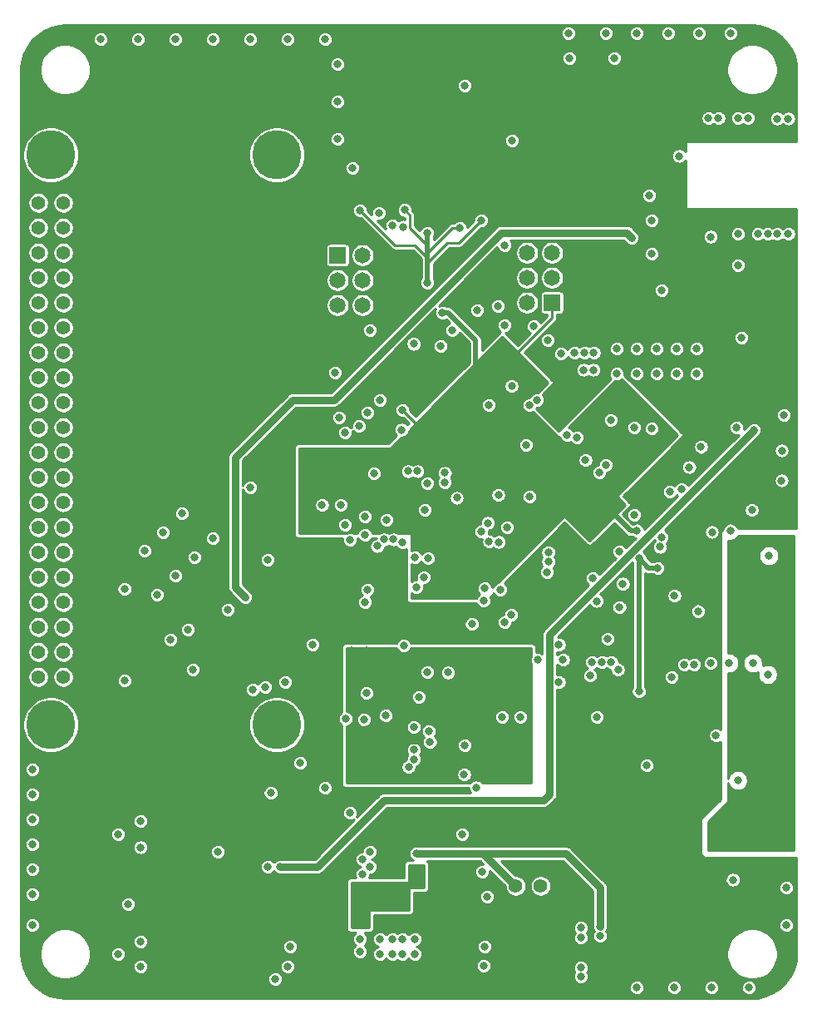
<source format=gbr>
G04 #@! TF.GenerationSoftware,KiCad,Pcbnew,(5.1.6)-1*
G04 #@! TF.CreationDate,2020-10-24T15:43:35-04:00*
G04 #@! TF.ProjectId,flight_computer,666c6967-6874-45f6-936f-6d7075746572,rev?*
G04 #@! TF.SameCoordinates,Original*
G04 #@! TF.FileFunction,Copper,L3,Inr*
G04 #@! TF.FilePolarity,Positive*
%FSLAX46Y46*%
G04 Gerber Fmt 4.6, Leading zero omitted, Abs format (unit mm)*
G04 Created by KiCad (PCBNEW (5.1.6)-1) date 2020-10-24 15:43:35*
%MOMM*%
%LPD*%
G01*
G04 APERTURE LIST*
G04 #@! TA.AperFunction,ViaPad*
%ADD10C,5.000000*%
G04 #@! TD*
G04 #@! TA.AperFunction,ViaPad*
%ADD11C,1.397000*%
G04 #@! TD*
G04 #@! TA.AperFunction,ViaPad*
%ADD12R,1.651000X1.651000*%
G04 #@! TD*
G04 #@! TA.AperFunction,ViaPad*
%ADD13C,1.651000*%
G04 #@! TD*
G04 #@! TA.AperFunction,ViaPad*
%ADD14C,0.800000*%
G04 #@! TD*
G04 #@! TA.AperFunction,Conductor*
%ADD15C,0.762000*%
G04 #@! TD*
G04 #@! TA.AperFunction,Conductor*
%ADD16C,0.254000*%
G04 #@! TD*
G04 #@! TA.AperFunction,Conductor*
%ADD17C,0.508000*%
G04 #@! TD*
G04 APERTURE END LIST*
D10*
X106058000Y-74124000D03*
X106058000Y-132124000D03*
X83058000Y-74124000D03*
X83058000Y-132124000D03*
D11*
X84328000Y-78994000D03*
X81788000Y-78994000D03*
X84328000Y-81534000D03*
X81788000Y-81534000D03*
X84328000Y-84074000D03*
X81788000Y-84074000D03*
X84328000Y-86614000D03*
X81788000Y-86614000D03*
X84328000Y-89154000D03*
X81788000Y-89154000D03*
X84328000Y-91694000D03*
X81788000Y-91694000D03*
X84328000Y-94234000D03*
X81788000Y-94234000D03*
X84328000Y-96774000D03*
X81788000Y-96774000D03*
X84328000Y-99314000D03*
X81788000Y-99314000D03*
X84328000Y-101854000D03*
X81788000Y-101854000D03*
X84328000Y-104394000D03*
X81788000Y-104394000D03*
X84328000Y-106934000D03*
X81788000Y-106934000D03*
X84328000Y-109474000D03*
X81788000Y-109474000D03*
X84328000Y-112014000D03*
X81788000Y-112014000D03*
X84328000Y-114554000D03*
X81788000Y-114554000D03*
X84328000Y-117094000D03*
X81788000Y-117094000D03*
X84328000Y-119634000D03*
X81788000Y-119634000D03*
X84328000Y-122174000D03*
X81788000Y-122174000D03*
X84328000Y-124714000D03*
X81788000Y-124714000D03*
X84328000Y-127254000D03*
X81788000Y-127254000D03*
D12*
X134112000Y-89154000D03*
D13*
X131572000Y-89154000D03*
X134112000Y-86614000D03*
X131572000Y-86614000D03*
X134112000Y-84074000D03*
X131572000Y-84074000D03*
D12*
X112268000Y-84328000D03*
D13*
X114808000Y-84328000D03*
X112268000Y-86868000D03*
X114808000Y-86868000D03*
X112268000Y-89408000D03*
X114808000Y-89408000D03*
D11*
X130403600Y-148539200D03*
X132943600Y-148539200D03*
D14*
X115316000Y-118364000D03*
X115062000Y-119634000D03*
X115570000Y-145034000D03*
X114808000Y-145796000D03*
X115570000Y-146558000D03*
X114808000Y-147320000D03*
X105918000Y-157988000D03*
X107188000Y-156718000D03*
X107442000Y-154686000D03*
X116586000Y-153924000D03*
X117856000Y-153924000D03*
X118872000Y-153924000D03*
X120142000Y-153924000D03*
X117856000Y-155448000D03*
X118872000Y-155448000D03*
X120142000Y-155448000D03*
X116586000Y-155448000D03*
X114554000Y-153924000D03*
X114554000Y-155194000D03*
X127000000Y-147066000D03*
X127508000Y-149606000D03*
X127127000Y-156654500D03*
X127254000Y-154686000D03*
X90932000Y-150368000D03*
X89916000Y-155448000D03*
X92202000Y-154178000D03*
X92202000Y-156718000D03*
X124968000Y-143256000D03*
X100076000Y-145034000D03*
X89916000Y-143256000D03*
X92202000Y-144589500D03*
X92202000Y-141922500D03*
X137033000Y-156845000D03*
X137033000Y-153797000D03*
X153035000Y-137795000D03*
X156083000Y-127000000D03*
X154559000Y-125857000D03*
X153416000Y-92710000D03*
X132251400Y-91567000D03*
X133686499Y-92964000D03*
X135001000Y-94361000D03*
X150050500Y-70358000D03*
X151066500Y-70358000D03*
X153035000Y-70358000D03*
X154076400Y-70358000D03*
X157035500Y-70421500D03*
X158178500Y-70421500D03*
X147066000Y-74231500D03*
X155067000Y-82169000D03*
X156083000Y-82169000D03*
X157035500Y-82169000D03*
X158178500Y-82169000D03*
X152521920Y-147901660D03*
X157734000Y-100584000D03*
X152908000Y-101854000D03*
X97028000Y-122428000D03*
X95250000Y-123444000D03*
X97536000Y-126492000D03*
X128828989Y-118364000D03*
X146304000Y-127254000D03*
X150812500Y-133223000D03*
X125222000Y-67056000D03*
X144018000Y-78232000D03*
X103632000Y-128524000D03*
X104902000Y-128270000D03*
X115570000Y-91948000D03*
X115316000Y-100330000D03*
X127679400Y-99568000D03*
X142494000Y-110744000D03*
X140970000Y-114471400D03*
X105156000Y-115316000D03*
X121158000Y-110236000D03*
X101092000Y-120396000D03*
X105448100Y-139065000D03*
X135890000Y-64262000D03*
X140462000Y-64262000D03*
X110680500Y-109728000D03*
X112585500Y-109728000D03*
X114427000Y-101727000D03*
X142494000Y-101854000D03*
X144272000Y-101981000D03*
X145288000Y-87884000D03*
X144272000Y-84201000D03*
X144272000Y-80772000D03*
X129032000Y-131318000D03*
X130873500Y-131318000D03*
X125158500Y-137160000D03*
X126365000Y-138493500D03*
X115189000Y-128905000D03*
X143764000Y-136271000D03*
X120269000Y-118110000D03*
X150266400Y-82448400D03*
X103378000Y-107950000D03*
X113093500Y-131508500D03*
X114935000Y-131572000D03*
X140716000Y-93853000D03*
X142748000Y-93853000D03*
X144780000Y-93853000D03*
X146812000Y-93853000D03*
X148844000Y-93853000D03*
X140716000Y-96393000D03*
X142748000Y-96393000D03*
X144780000Y-96393000D03*
X146812000Y-96393000D03*
X148844000Y-96393000D03*
X81153000Y-136652000D03*
X81153000Y-152527000D03*
X142748000Y-158877000D03*
X157988000Y-152527000D03*
X157988000Y-148717000D03*
X88138000Y-62357000D03*
X110998000Y-62357000D03*
X152273000Y-61722000D03*
X149098000Y-61722000D03*
X145923000Y-61722000D03*
X142748000Y-61722000D03*
X139573000Y-61722000D03*
X135763000Y-61722000D03*
X81153000Y-139192000D03*
X81153000Y-141732000D03*
X81153000Y-144272000D03*
X81153000Y-146812000D03*
X81153000Y-149352000D03*
X112268000Y-64897000D03*
X112268000Y-68707000D03*
X112268000Y-72517000D03*
X108458000Y-136017000D03*
X110998000Y-138557000D03*
X113538000Y-141097000D03*
X91948000Y-62357000D03*
X95758000Y-62357000D03*
X99568000Y-62357000D03*
X103378000Y-62357000D03*
X107188000Y-62357000D03*
X146558000Y-158877000D03*
X150368000Y-158877000D03*
X154178000Y-158877000D03*
X96393000Y-110617000D03*
X99568000Y-113157000D03*
X94488000Y-112522000D03*
X97663000Y-115062000D03*
X92583000Y-114427000D03*
X95758000Y-116967000D03*
X93853000Y-118872000D03*
X137033000Y-152781000D03*
X137033000Y-157734000D03*
X156210000Y-114935000D03*
X150241000Y-125857000D03*
X152146000Y-125857000D03*
X148975848Y-120559152D03*
X157508000Y-104207000D03*
X157498000Y-107257000D03*
X154458000Y-110237000D03*
X146098000Y-108397000D03*
X152268000Y-112347000D03*
X150398000Y-112507000D03*
X147308000Y-108157000D03*
X105156000Y-146558000D03*
X154686000Y-102108000D03*
X106426000Y-146558000D03*
X128778000Y-94996000D03*
X130048000Y-96266000D03*
X137751246Y-109708254D03*
X127533997Y-115283366D03*
X121745150Y-111259189D03*
X129540000Y-95504000D03*
X140716000Y-109474000D03*
X122936000Y-90170000D03*
X126320600Y-100838000D03*
X121412000Y-82042000D03*
X121412000Y-87122000D03*
X114554000Y-79756000D03*
X119092591Y-79722591D03*
X124714000Y-81534000D03*
X126917400Y-80772000D03*
X109728000Y-104394000D03*
X110490000Y-105410000D03*
X111252000Y-104394000D03*
X112014000Y-105410000D03*
X112776000Y-104394000D03*
X113538000Y-105410000D03*
X138303000Y-102743000D03*
X139065000Y-102108000D03*
X141605000Y-102743000D03*
X124587000Y-118237000D03*
X125349000Y-114808000D03*
X108966000Y-109728000D03*
X118872000Y-100076000D03*
X109788000Y-112147000D03*
X142958000Y-128717000D03*
X144859916Y-116161449D03*
X142958000Y-115167000D03*
X142748000Y-112347000D03*
X115951000Y-106553000D03*
X113030000Y-102362000D03*
X150495000Y-142748000D03*
X152527000Y-143256000D03*
X155067000Y-131699000D03*
X153797000Y-131953000D03*
X156019500Y-144081500D03*
X156400500Y-119951500D03*
X139001500Y-153606500D03*
X139001500Y-152654000D03*
X120269000Y-145224500D03*
X117729000Y-150622000D03*
X117729000Y-149606000D03*
X117729000Y-148590000D03*
X114554000Y-148717000D03*
X114554000Y-150495000D03*
X114554000Y-152146000D03*
X120523000Y-146939000D03*
X92456000Y-124460000D03*
X98933000Y-120523000D03*
X148336000Y-144018000D03*
X110490000Y-81661000D03*
X111963200Y-80264000D03*
X99441000Y-143764000D03*
X100330000Y-143002000D03*
X101219000Y-143764000D03*
X102108000Y-143002000D03*
X102997000Y-143764000D03*
X103759000Y-143002000D03*
X142430500Y-137604500D03*
X103505000Y-106299000D03*
X150998000Y-111597000D03*
X150988000Y-108797000D03*
X102870000Y-119126000D03*
X142240000Y-82550000D03*
X129032000Y-135890000D03*
X130873500Y-135890000D03*
X115189000Y-124587000D03*
X113750600Y-125669800D03*
X113728500Y-124587000D03*
X120015000Y-133722820D03*
X113665000Y-136271000D03*
X114935000Y-136207500D03*
X116480600Y-80010000D03*
X117856000Y-81280000D03*
X118971409Y-81434591D03*
X120006055Y-93353945D03*
X123924409Y-91975591D03*
X122764600Y-93571409D03*
X132588000Y-99060000D03*
X129286000Y-91440000D03*
X131795554Y-99588297D03*
X128606599Y-89490599D03*
X119442092Y-106315425D03*
X113030000Y-111760000D03*
X120394495Y-106315425D03*
X115062000Y-110915400D03*
X134810500Y-123952000D03*
X137985500Y-127127000D03*
X127552400Y-111574217D03*
X140823803Y-126522384D03*
X140144403Y-125730000D03*
X128680073Y-113523277D03*
X127698500Y-113474500D03*
X139192000Y-125730000D03*
X138176000Y-125730000D03*
X126873000Y-112458500D03*
X129286000Y-83312000D03*
X126483712Y-89916000D03*
X129985700Y-97658166D03*
X131445000Y-103632000D03*
X136398000Y-94234000D03*
X131826000Y-108896190D03*
X128638210Y-108712000D03*
X117265400Y-111252000D03*
X115062000Y-112776000D03*
X141318166Y-117761834D03*
X138266959Y-117207013D03*
X133724690Y-114554000D03*
X146569870Y-118959870D03*
X127127000Y-119507000D03*
X129286000Y-121666000D03*
X137514067Y-105177918D03*
X138938541Y-106426541D03*
X138684000Y-131318000D03*
X134804190Y-127762000D03*
X129956909Y-120939909D03*
X127254000Y-118237000D03*
X118796087Y-102094101D03*
X112395000Y-100838000D03*
X90546841Y-118296341D03*
X90551000Y-127635000D03*
X133604000Y-116586000D03*
X138635091Y-119529909D03*
X137335917Y-95997900D03*
X137414000Y-94234000D03*
X138303000Y-95997900D03*
X138366358Y-94243100D03*
X139573000Y-105663999D03*
X140081000Y-101092000D03*
X123190000Y-107442000D03*
X145119609Y-114015391D03*
X145288000Y-113030000D03*
X123194207Y-106485390D03*
X133724690Y-115506403D03*
X140978000Y-120147000D03*
X139762367Y-123381633D03*
X129540000Y-112014000D03*
X124399761Y-109026239D03*
X148590000Y-125984000D03*
X121412000Y-107524600D03*
X147574000Y-125984000D03*
X109728000Y-123952000D03*
X106934000Y-127762000D03*
X117176600Y-131191000D03*
X118999000Y-124079000D03*
X117948034Y-113254128D03*
X119490698Y-136422721D03*
X120015000Y-135627626D03*
X121672147Y-133872103D03*
X125938217Y-121874218D03*
X121063139Y-117094000D03*
X120015000Y-134675223D03*
X123503410Y-126805410D03*
X121412000Y-126746000D03*
X120015000Y-132364020D03*
X121543340Y-132782478D03*
X135227409Y-125511909D03*
X132638879Y-125526800D03*
X116974577Y-113254128D03*
X125222000Y-134198600D03*
X121475500Y-115189000D03*
X120523000Y-129286000D03*
X118872000Y-113538000D03*
X120142000Y-115062000D03*
X113538000Y-113284000D03*
X116284824Y-113933528D03*
X153035000Y-82169000D03*
X153035000Y-85344000D03*
X136652000Y-102870000D03*
X148088000Y-105897000D03*
X135636000Y-102616000D03*
X149288000Y-103847000D03*
X130048000Y-72644000D03*
X113792000Y-75438000D03*
X112014000Y-96266000D03*
X116586000Y-99060000D03*
D15*
X133858000Y-122936000D02*
X154686000Y-102108000D01*
X110236000Y-146558000D02*
X117011401Y-139782599D01*
X133858000Y-139192000D02*
X133858000Y-122936000D01*
X133267401Y-139782599D02*
X133858000Y-139192000D01*
X117011401Y-139782599D02*
X133267401Y-139782599D01*
X106426000Y-146558000D02*
X110236000Y-146558000D01*
D16*
X134112000Y-89154000D02*
X134112000Y-90711914D01*
X129540000Y-95283914D02*
X129540000Y-95504000D01*
X134112000Y-90711914D02*
X129540000Y-95283914D01*
D17*
X126320600Y-92988915D02*
X126320600Y-100838000D01*
X122936000Y-90170000D02*
X123501685Y-90170000D01*
X123501685Y-90170000D02*
X126320600Y-92988915D01*
D16*
X114554000Y-79756000D02*
X118110000Y-83312000D01*
X118110000Y-83312000D02*
X120142000Y-83312000D01*
X120142000Y-83312000D02*
X121412000Y-84582000D01*
X119650810Y-80280810D02*
X119650810Y-81550810D01*
X119092591Y-79722591D02*
X119650810Y-80280810D01*
X121412000Y-83312000D02*
X121412000Y-83566000D01*
X119650810Y-81550810D02*
X121412000Y-83312000D01*
D17*
X121412000Y-82042000D02*
X121412000Y-83566000D01*
D16*
X123952000Y-81534000D02*
X121412000Y-84074000D01*
X124714000Y-81534000D02*
X123952000Y-81534000D01*
D17*
X121412000Y-83566000D02*
X121412000Y-84074000D01*
X121412000Y-84074000D02*
X121412000Y-84582000D01*
D16*
X126917400Y-80772000D02*
X124631400Y-83058000D01*
X124631400Y-83058000D02*
X123444000Y-83058000D01*
X123444000Y-83058000D02*
X121412000Y-85090000D01*
D17*
X121412000Y-84582000D02*
X121412000Y-85090000D01*
X121412000Y-85090000D02*
X121412000Y-87122000D01*
D16*
X118872000Y-100076000D02*
X122682000Y-103886000D01*
D17*
X142958000Y-128717000D02*
X142958000Y-115167000D01*
X143952449Y-116161449D02*
X142958000Y-115167000D01*
X144859916Y-116161449D02*
X143952449Y-116161449D01*
X142748000Y-112347000D02*
X142098000Y-112347000D01*
X142098000Y-112347000D02*
X137488000Y-107737000D01*
D15*
X139001500Y-152654000D02*
X139001500Y-148717000D01*
X139001500Y-148717000D02*
X138652250Y-148367750D01*
X138652250Y-148367750D02*
X135509000Y-145224500D01*
X130543300Y-148399500D02*
X130403600Y-148539200D01*
X135509000Y-145224500D02*
X130543300Y-145224500D01*
X126682500Y-145224500D02*
X120269000Y-145224500D01*
X127088900Y-145224500D02*
X130403600Y-148539200D01*
X126682500Y-145224500D02*
X127088900Y-145224500D01*
X130543300Y-145224500D02*
X126682500Y-145224500D01*
X137160000Y-82042000D02*
X141732000Y-82042000D01*
X141732000Y-82042000D02*
X142240000Y-82550000D01*
X101854000Y-104902000D02*
X101854000Y-118110000D01*
X111902566Y-99060000D02*
X107696000Y-99060000D01*
X128920566Y-82042000D02*
X111902566Y-99060000D01*
X107696000Y-99060000D02*
X101854000Y-104902000D01*
X101854000Y-118110000D02*
X102870000Y-119126000D01*
X137160000Y-82042000D02*
X128920566Y-82042000D01*
D16*
G36*
X121031000Y-148717000D02*
G01*
X119634000Y-148717000D01*
X119609224Y-148719440D01*
X119585399Y-148726667D01*
X119563443Y-148738403D01*
X119544197Y-148754197D01*
X119528403Y-148773443D01*
X119516667Y-148795399D01*
X119509440Y-148819224D01*
X119507000Y-148844000D01*
X119507000Y-151003000D01*
X115570000Y-151003000D01*
X115545224Y-151005440D01*
X115521399Y-151012667D01*
X115499443Y-151024403D01*
X115480197Y-151040197D01*
X115464403Y-151059443D01*
X115452667Y-151081399D01*
X115445440Y-151105224D01*
X115443000Y-151130000D01*
X115443000Y-152781000D01*
X113665000Y-152781000D01*
X113665000Y-148209000D01*
X119380000Y-148209000D01*
X119404776Y-148206560D01*
X119428601Y-148199333D01*
X119450557Y-148187597D01*
X119469803Y-148171803D01*
X119485597Y-148152557D01*
X119497333Y-148130601D01*
X119504560Y-148106776D01*
X119507000Y-148082000D01*
X119507000Y-146431000D01*
X121031000Y-146431000D01*
X121031000Y-148717000D01*
G37*
X121031000Y-148717000D02*
X119634000Y-148717000D01*
X119609224Y-148719440D01*
X119585399Y-148726667D01*
X119563443Y-148738403D01*
X119544197Y-148754197D01*
X119528403Y-148773443D01*
X119516667Y-148795399D01*
X119509440Y-148819224D01*
X119507000Y-148844000D01*
X119507000Y-151003000D01*
X115570000Y-151003000D01*
X115545224Y-151005440D01*
X115521399Y-151012667D01*
X115499443Y-151024403D01*
X115480197Y-151040197D01*
X115464403Y-151059443D01*
X115452667Y-151081399D01*
X115445440Y-151105224D01*
X115443000Y-151130000D01*
X115443000Y-152781000D01*
X113665000Y-152781000D01*
X113665000Y-148209000D01*
X119380000Y-148209000D01*
X119404776Y-148206560D01*
X119428601Y-148199333D01*
X119450557Y-148187597D01*
X119469803Y-148171803D01*
X119485597Y-148152557D01*
X119497333Y-148130601D01*
X119504560Y-148106776D01*
X119507000Y-148082000D01*
X119507000Y-146431000D01*
X121031000Y-146431000D01*
X121031000Y-148717000D01*
G36*
X133678394Y-97282000D02*
G01*
X132678661Y-98281733D01*
X132664922Y-98279000D01*
X132511078Y-98279000D01*
X132360191Y-98309013D01*
X132218058Y-98367887D01*
X132090141Y-98453358D01*
X131981358Y-98562141D01*
X131895887Y-98690058D01*
X131847325Y-98807297D01*
X131718632Y-98807297D01*
X131567745Y-98837310D01*
X131425612Y-98896184D01*
X131297695Y-98981655D01*
X131188912Y-99090438D01*
X131103441Y-99218355D01*
X131044567Y-99360488D01*
X131014554Y-99511375D01*
X131014554Y-99665219D01*
X131044567Y-99816106D01*
X131103441Y-99958239D01*
X131188912Y-100086156D01*
X131297695Y-100194939D01*
X131425612Y-100280410D01*
X131567745Y-100339284D01*
X131718632Y-100369297D01*
X131872476Y-100369297D01*
X132023363Y-100339284D01*
X132122580Y-100298186D01*
X134657197Y-102832803D01*
X134676443Y-102848597D01*
X134698399Y-102860333D01*
X134722224Y-102867560D01*
X134747000Y-102870000D01*
X134771776Y-102867560D01*
X134795601Y-102860333D01*
X134817557Y-102848597D01*
X134836803Y-102832803D01*
X134875189Y-102794417D01*
X134885013Y-102843809D01*
X134943887Y-102985942D01*
X135029358Y-103113859D01*
X135138141Y-103222642D01*
X135266058Y-103308113D01*
X135408191Y-103366987D01*
X135559078Y-103397000D01*
X135712922Y-103397000D01*
X135863809Y-103366987D01*
X136005547Y-103308277D01*
X136045358Y-103367859D01*
X136154141Y-103476642D01*
X136282058Y-103562113D01*
X136424191Y-103620987D01*
X136575078Y-103651000D01*
X136728922Y-103651000D01*
X136879809Y-103620987D01*
X137021942Y-103562113D01*
X137149859Y-103476642D01*
X137258642Y-103367859D01*
X137344113Y-103239942D01*
X137402987Y-103097809D01*
X137433000Y-102946922D01*
X137433000Y-102793078D01*
X137402987Y-102642191D01*
X137344113Y-102500058D01*
X137258642Y-102372141D01*
X137149859Y-102263358D01*
X137021942Y-102177887D01*
X136879809Y-102119013D01*
X136728922Y-102089000D01*
X136575078Y-102089000D01*
X136424191Y-102119013D01*
X136282453Y-102177723D01*
X136242642Y-102118141D01*
X136133859Y-102009358D01*
X136005942Y-101923887D01*
X135863809Y-101865013D01*
X135814417Y-101855189D01*
X136654528Y-101015078D01*
X139300000Y-101015078D01*
X139300000Y-101168922D01*
X139330013Y-101319809D01*
X139388887Y-101461942D01*
X139474358Y-101589859D01*
X139583141Y-101698642D01*
X139711058Y-101784113D01*
X139853191Y-101842987D01*
X140004078Y-101873000D01*
X140157922Y-101873000D01*
X140308809Y-101842987D01*
X140450942Y-101784113D01*
X140461470Y-101777078D01*
X141713000Y-101777078D01*
X141713000Y-101930922D01*
X141743013Y-102081809D01*
X141801887Y-102223942D01*
X141887358Y-102351859D01*
X141996141Y-102460642D01*
X142124058Y-102546113D01*
X142266191Y-102604987D01*
X142417078Y-102635000D01*
X142570922Y-102635000D01*
X142721809Y-102604987D01*
X142863942Y-102546113D01*
X142991859Y-102460642D01*
X143100642Y-102351859D01*
X143186113Y-102223942D01*
X143244987Y-102081809D01*
X143275000Y-101930922D01*
X143275000Y-101904078D01*
X143491000Y-101904078D01*
X143491000Y-102057922D01*
X143521013Y-102208809D01*
X143579887Y-102350942D01*
X143665358Y-102478859D01*
X143774141Y-102587642D01*
X143902058Y-102673113D01*
X144044191Y-102731987D01*
X144195078Y-102762000D01*
X144348922Y-102762000D01*
X144499809Y-102731987D01*
X144641942Y-102673113D01*
X144769859Y-102587642D01*
X144878642Y-102478859D01*
X144964113Y-102350942D01*
X145022987Y-102208809D01*
X145053000Y-102057922D01*
X145053000Y-101904078D01*
X145022987Y-101753191D01*
X144964113Y-101611058D01*
X144878642Y-101483141D01*
X144769859Y-101374358D01*
X144641942Y-101288887D01*
X144499809Y-101230013D01*
X144348922Y-101200000D01*
X144195078Y-101200000D01*
X144044191Y-101230013D01*
X143902058Y-101288887D01*
X143774141Y-101374358D01*
X143665358Y-101483141D01*
X143579887Y-101611058D01*
X143521013Y-101753191D01*
X143491000Y-101904078D01*
X143275000Y-101904078D01*
X143275000Y-101777078D01*
X143244987Y-101626191D01*
X143186113Y-101484058D01*
X143100642Y-101356141D01*
X142991859Y-101247358D01*
X142863942Y-101161887D01*
X142721809Y-101103013D01*
X142570922Y-101073000D01*
X142417078Y-101073000D01*
X142266191Y-101103013D01*
X142124058Y-101161887D01*
X141996141Y-101247358D01*
X141887358Y-101356141D01*
X141801887Y-101484058D01*
X141743013Y-101626191D01*
X141713000Y-101777078D01*
X140461470Y-101777078D01*
X140578859Y-101698642D01*
X140687642Y-101589859D01*
X140773113Y-101461942D01*
X140831987Y-101319809D01*
X140862000Y-101168922D01*
X140862000Y-101015078D01*
X140831987Y-100864191D01*
X140773113Y-100722058D01*
X140687642Y-100594141D01*
X140578859Y-100485358D01*
X140450942Y-100399887D01*
X140308809Y-100341013D01*
X140157922Y-100311000D01*
X140004078Y-100311000D01*
X139853191Y-100341013D01*
X139711058Y-100399887D01*
X139583141Y-100485358D01*
X139474358Y-100594141D01*
X139388887Y-100722058D01*
X139330013Y-100864191D01*
X139300000Y-101015078D01*
X136654528Y-101015078D01*
X140519409Y-97150197D01*
X140639078Y-97174000D01*
X140792922Y-97174000D01*
X140943809Y-97143987D01*
X141085942Y-97085113D01*
X141213859Y-96999642D01*
X141241948Y-96971554D01*
X146886394Y-102616000D01*
X140753197Y-108749197D01*
X140737403Y-108768443D01*
X140725667Y-108790399D01*
X140718440Y-108814224D01*
X140716000Y-108839000D01*
X140718440Y-108863776D01*
X140725667Y-108887601D01*
X140737403Y-108909557D01*
X140753197Y-108928803D01*
X141552394Y-109728000D01*
X137922000Y-113358394D01*
X135471803Y-110908197D01*
X135452557Y-110892403D01*
X135430601Y-110880667D01*
X135406776Y-110873440D01*
X135382000Y-110871000D01*
X135357224Y-110873440D01*
X135333399Y-110880667D01*
X135311443Y-110892403D01*
X135292197Y-110908197D01*
X128577623Y-117622771D01*
X128459047Y-117671887D01*
X128331130Y-117757358D01*
X128222347Y-117866141D01*
X128136876Y-117994058D01*
X128087760Y-118112634D01*
X128035000Y-118165394D01*
X128035000Y-118160078D01*
X128004987Y-118009191D01*
X127946113Y-117867058D01*
X127860642Y-117739141D01*
X127751859Y-117630358D01*
X127623942Y-117544887D01*
X127481809Y-117486013D01*
X127330922Y-117456000D01*
X127177078Y-117456000D01*
X127026191Y-117486013D01*
X126884058Y-117544887D01*
X126756141Y-117630358D01*
X126647358Y-117739141D01*
X126561887Y-117867058D01*
X126503013Y-118009191D01*
X126473000Y-118160078D01*
X126473000Y-118313922D01*
X126503013Y-118464809D01*
X126561887Y-118606942D01*
X126647358Y-118734859D01*
X126739271Y-118826772D01*
X126629141Y-118900358D01*
X126520358Y-119009141D01*
X126434887Y-119137058D01*
X126386862Y-119253000D01*
X119761000Y-119253000D01*
X119761000Y-118706501D01*
X119771141Y-118716642D01*
X119899058Y-118802113D01*
X120041191Y-118860987D01*
X120192078Y-118891000D01*
X120345922Y-118891000D01*
X120496809Y-118860987D01*
X120638942Y-118802113D01*
X120766859Y-118716642D01*
X120875642Y-118607859D01*
X120961113Y-118479942D01*
X121019987Y-118337809D01*
X121050000Y-118186922D01*
X121050000Y-118033078D01*
X121019987Y-117882191D01*
X121017008Y-117875000D01*
X121140061Y-117875000D01*
X121290948Y-117844987D01*
X121433081Y-117786113D01*
X121560998Y-117700642D01*
X121669781Y-117591859D01*
X121755252Y-117463942D01*
X121814126Y-117321809D01*
X121844139Y-117170922D01*
X121844139Y-117017078D01*
X121814126Y-116866191D01*
X121755252Y-116724058D01*
X121669781Y-116596141D01*
X121560998Y-116487358D01*
X121433081Y-116401887D01*
X121290948Y-116343013D01*
X121140061Y-116313000D01*
X120986217Y-116313000D01*
X120835330Y-116343013D01*
X120693197Y-116401887D01*
X120565280Y-116487358D01*
X120456497Y-116596141D01*
X120371026Y-116724058D01*
X120312152Y-116866191D01*
X120282139Y-117017078D01*
X120282139Y-117170922D01*
X120312152Y-117321809D01*
X120315131Y-117329000D01*
X120192078Y-117329000D01*
X120041191Y-117359013D01*
X119899058Y-117417887D01*
X119771141Y-117503358D01*
X119761000Y-117513499D01*
X119761000Y-115746724D01*
X119772058Y-115754113D01*
X119914191Y-115812987D01*
X120065078Y-115843000D01*
X120218922Y-115843000D01*
X120369809Y-115812987D01*
X120511942Y-115754113D01*
X120639859Y-115668642D01*
X120748642Y-115559859D01*
X120770325Y-115527408D01*
X120783387Y-115558942D01*
X120868858Y-115686859D01*
X120977641Y-115795642D01*
X121105558Y-115881113D01*
X121247691Y-115939987D01*
X121398578Y-115970000D01*
X121552422Y-115970000D01*
X121703309Y-115939987D01*
X121845442Y-115881113D01*
X121973359Y-115795642D01*
X122082142Y-115686859D01*
X122167613Y-115558942D01*
X122226487Y-115416809D01*
X122256500Y-115265922D01*
X122256500Y-115112078D01*
X122226487Y-114961191D01*
X122167613Y-114819058D01*
X122082142Y-114691141D01*
X121973359Y-114582358D01*
X121845442Y-114496887D01*
X121703309Y-114438013D01*
X121552422Y-114408000D01*
X121398578Y-114408000D01*
X121247691Y-114438013D01*
X121105558Y-114496887D01*
X120977641Y-114582358D01*
X120868858Y-114691141D01*
X120847175Y-114723592D01*
X120834113Y-114692058D01*
X120748642Y-114564141D01*
X120639859Y-114455358D01*
X120511942Y-114369887D01*
X120369809Y-114311013D01*
X120218922Y-114281000D01*
X120065078Y-114281000D01*
X119914191Y-114311013D01*
X119772058Y-114369887D01*
X119761000Y-114377276D01*
X119761000Y-112776000D01*
X119758560Y-112751224D01*
X119751333Y-112727399D01*
X119739597Y-112705443D01*
X119723803Y-112686197D01*
X119704557Y-112670403D01*
X119682601Y-112658667D01*
X119658776Y-112651440D01*
X119634000Y-112649000D01*
X118447407Y-112649000D01*
X118445893Y-112647486D01*
X118317976Y-112562015D01*
X118175843Y-112503141D01*
X118024956Y-112473128D01*
X117871112Y-112473128D01*
X117720225Y-112503141D01*
X117578092Y-112562015D01*
X117461305Y-112640049D01*
X117344519Y-112562015D01*
X117202386Y-112503141D01*
X117051499Y-112473128D01*
X116897655Y-112473128D01*
X116746768Y-112503141D01*
X116604635Y-112562015D01*
X116476718Y-112647486D01*
X116475204Y-112649000D01*
X115833039Y-112649000D01*
X115812987Y-112548191D01*
X115754113Y-112406058D01*
X115737757Y-112381578D01*
X126092000Y-112381578D01*
X126092000Y-112535422D01*
X126122013Y-112686309D01*
X126180887Y-112828442D01*
X126266358Y-112956359D01*
X126375141Y-113065142D01*
X126503058Y-113150613D01*
X126645191Y-113209487D01*
X126796078Y-113239500D01*
X126949922Y-113239500D01*
X126950543Y-113239377D01*
X126947513Y-113246691D01*
X126917500Y-113397578D01*
X126917500Y-113551422D01*
X126947513Y-113702309D01*
X127006387Y-113844442D01*
X127091858Y-113972359D01*
X127200641Y-114081142D01*
X127328558Y-114166613D01*
X127470691Y-114225487D01*
X127621578Y-114255500D01*
X127775422Y-114255500D01*
X127926309Y-114225487D01*
X128068442Y-114166613D01*
X128158640Y-114106345D01*
X128182214Y-114129919D01*
X128310131Y-114215390D01*
X128452264Y-114274264D01*
X128603151Y-114304277D01*
X128756995Y-114304277D01*
X128907882Y-114274264D01*
X129050015Y-114215390D01*
X129177932Y-114129919D01*
X129286715Y-114021136D01*
X129372186Y-113893219D01*
X129431060Y-113751086D01*
X129461073Y-113600199D01*
X129461073Y-113446355D01*
X129431060Y-113295468D01*
X129372186Y-113153335D01*
X129286715Y-113025418D01*
X129177932Y-112916635D01*
X129050015Y-112831164D01*
X128907882Y-112772290D01*
X128756995Y-112742277D01*
X128603151Y-112742277D01*
X128452264Y-112772290D01*
X128310131Y-112831164D01*
X128219933Y-112891432D01*
X128196359Y-112867858D01*
X128068442Y-112782387D01*
X127926309Y-112723513D01*
X127775422Y-112693500D01*
X127621578Y-112693500D01*
X127620957Y-112693623D01*
X127623987Y-112686309D01*
X127654000Y-112535422D01*
X127654000Y-112381578D01*
X127648017Y-112351498D01*
X127780209Y-112325204D01*
X127922342Y-112266330D01*
X128050259Y-112180859D01*
X128159042Y-112072076D01*
X128244513Y-111944159D01*
X128247446Y-111937078D01*
X128759000Y-111937078D01*
X128759000Y-112090922D01*
X128789013Y-112241809D01*
X128847887Y-112383942D01*
X128933358Y-112511859D01*
X129042141Y-112620642D01*
X129170058Y-112706113D01*
X129312191Y-112764987D01*
X129463078Y-112795000D01*
X129616922Y-112795000D01*
X129767809Y-112764987D01*
X129909942Y-112706113D01*
X130037859Y-112620642D01*
X130146642Y-112511859D01*
X130232113Y-112383942D01*
X130290987Y-112241809D01*
X130321000Y-112090922D01*
X130321000Y-111937078D01*
X130290987Y-111786191D01*
X130232113Y-111644058D01*
X130146642Y-111516141D01*
X130037859Y-111407358D01*
X129909942Y-111321887D01*
X129767809Y-111263013D01*
X129616922Y-111233000D01*
X129463078Y-111233000D01*
X129312191Y-111263013D01*
X129170058Y-111321887D01*
X129042141Y-111407358D01*
X128933358Y-111516141D01*
X128847887Y-111644058D01*
X128789013Y-111786191D01*
X128759000Y-111937078D01*
X128247446Y-111937078D01*
X128303387Y-111802026D01*
X128333400Y-111651139D01*
X128333400Y-111497295D01*
X128303387Y-111346408D01*
X128244513Y-111204275D01*
X128159042Y-111076358D01*
X128050259Y-110967575D01*
X127922342Y-110882104D01*
X127780209Y-110823230D01*
X127629322Y-110793217D01*
X127475478Y-110793217D01*
X127324591Y-110823230D01*
X127182458Y-110882104D01*
X127054541Y-110967575D01*
X126945758Y-111076358D01*
X126860287Y-111204275D01*
X126801413Y-111346408D01*
X126771400Y-111497295D01*
X126771400Y-111651139D01*
X126777383Y-111681219D01*
X126645191Y-111707513D01*
X126503058Y-111766387D01*
X126375141Y-111851858D01*
X126266358Y-111960641D01*
X126180887Y-112088558D01*
X126122013Y-112230691D01*
X126092000Y-112381578D01*
X115737757Y-112381578D01*
X115668642Y-112278141D01*
X115559859Y-112169358D01*
X115431942Y-112083887D01*
X115289809Y-112025013D01*
X115138922Y-111995000D01*
X114985078Y-111995000D01*
X114834191Y-112025013D01*
X114692058Y-112083887D01*
X114564141Y-112169358D01*
X114455358Y-112278141D01*
X114369887Y-112406058D01*
X114311013Y-112548191D01*
X114290961Y-112649000D01*
X113993418Y-112649000D01*
X113907942Y-112591887D01*
X113765809Y-112533013D01*
X113614922Y-112503000D01*
X113461078Y-112503000D01*
X113310191Y-112533013D01*
X113168058Y-112591887D01*
X113082582Y-112649000D01*
X108331000Y-112649000D01*
X108331000Y-111683078D01*
X112249000Y-111683078D01*
X112249000Y-111836922D01*
X112279013Y-111987809D01*
X112337887Y-112129942D01*
X112423358Y-112257859D01*
X112532141Y-112366642D01*
X112660058Y-112452113D01*
X112802191Y-112510987D01*
X112953078Y-112541000D01*
X113106922Y-112541000D01*
X113257809Y-112510987D01*
X113399942Y-112452113D01*
X113527859Y-112366642D01*
X113636642Y-112257859D01*
X113722113Y-112129942D01*
X113780987Y-111987809D01*
X113811000Y-111836922D01*
X113811000Y-111683078D01*
X113780987Y-111532191D01*
X113722113Y-111390058D01*
X113636642Y-111262141D01*
X113527859Y-111153358D01*
X113399942Y-111067887D01*
X113257809Y-111009013D01*
X113106922Y-110979000D01*
X112953078Y-110979000D01*
X112802191Y-111009013D01*
X112660058Y-111067887D01*
X112532141Y-111153358D01*
X112423358Y-111262141D01*
X112337887Y-111390058D01*
X112279013Y-111532191D01*
X112249000Y-111683078D01*
X108331000Y-111683078D01*
X108331000Y-110838478D01*
X114281000Y-110838478D01*
X114281000Y-110992322D01*
X114311013Y-111143209D01*
X114369887Y-111285342D01*
X114455358Y-111413259D01*
X114564141Y-111522042D01*
X114692058Y-111607513D01*
X114834191Y-111666387D01*
X114985078Y-111696400D01*
X115138922Y-111696400D01*
X115289809Y-111666387D01*
X115431942Y-111607513D01*
X115559859Y-111522042D01*
X115668642Y-111413259D01*
X115754113Y-111285342D01*
X115799786Y-111175078D01*
X116484400Y-111175078D01*
X116484400Y-111328922D01*
X116514413Y-111479809D01*
X116573287Y-111621942D01*
X116658758Y-111749859D01*
X116767541Y-111858642D01*
X116895458Y-111944113D01*
X117037591Y-112002987D01*
X117188478Y-112033000D01*
X117342322Y-112033000D01*
X117493209Y-112002987D01*
X117635342Y-111944113D01*
X117763259Y-111858642D01*
X117872042Y-111749859D01*
X117957513Y-111621942D01*
X118016387Y-111479809D01*
X118046400Y-111328922D01*
X118046400Y-111175078D01*
X118016387Y-111024191D01*
X117957513Y-110882058D01*
X117872042Y-110754141D01*
X117763259Y-110645358D01*
X117635342Y-110559887D01*
X117493209Y-110501013D01*
X117342322Y-110471000D01*
X117188478Y-110471000D01*
X117037591Y-110501013D01*
X116895458Y-110559887D01*
X116767541Y-110645358D01*
X116658758Y-110754141D01*
X116573287Y-110882058D01*
X116514413Y-111024191D01*
X116484400Y-111175078D01*
X115799786Y-111175078D01*
X115812987Y-111143209D01*
X115843000Y-110992322D01*
X115843000Y-110838478D01*
X115812987Y-110687591D01*
X115754113Y-110545458D01*
X115668642Y-110417541D01*
X115559859Y-110308758D01*
X115431942Y-110223287D01*
X115289809Y-110164413D01*
X115262988Y-110159078D01*
X120377000Y-110159078D01*
X120377000Y-110312922D01*
X120407013Y-110463809D01*
X120465887Y-110605942D01*
X120551358Y-110733859D01*
X120660141Y-110842642D01*
X120788058Y-110928113D01*
X120930191Y-110986987D01*
X121081078Y-111017000D01*
X121234922Y-111017000D01*
X121385809Y-110986987D01*
X121527942Y-110928113D01*
X121655859Y-110842642D01*
X121764642Y-110733859D01*
X121850113Y-110605942D01*
X121908987Y-110463809D01*
X121939000Y-110312922D01*
X121939000Y-110159078D01*
X121908987Y-110008191D01*
X121850113Y-109866058D01*
X121764642Y-109738141D01*
X121655859Y-109629358D01*
X121527942Y-109543887D01*
X121385809Y-109485013D01*
X121234922Y-109455000D01*
X121081078Y-109455000D01*
X120930191Y-109485013D01*
X120788058Y-109543887D01*
X120660141Y-109629358D01*
X120551358Y-109738141D01*
X120465887Y-109866058D01*
X120407013Y-110008191D01*
X120377000Y-110159078D01*
X115262988Y-110159078D01*
X115138922Y-110134400D01*
X114985078Y-110134400D01*
X114834191Y-110164413D01*
X114692058Y-110223287D01*
X114564141Y-110308758D01*
X114455358Y-110417541D01*
X114369887Y-110545458D01*
X114311013Y-110687591D01*
X114281000Y-110838478D01*
X108331000Y-110838478D01*
X108331000Y-109651078D01*
X109899500Y-109651078D01*
X109899500Y-109804922D01*
X109929513Y-109955809D01*
X109988387Y-110097942D01*
X110073858Y-110225859D01*
X110182641Y-110334642D01*
X110310558Y-110420113D01*
X110452691Y-110478987D01*
X110603578Y-110509000D01*
X110757422Y-110509000D01*
X110908309Y-110478987D01*
X111050442Y-110420113D01*
X111178359Y-110334642D01*
X111287142Y-110225859D01*
X111372613Y-110097942D01*
X111431487Y-109955809D01*
X111461500Y-109804922D01*
X111461500Y-109651078D01*
X111804500Y-109651078D01*
X111804500Y-109804922D01*
X111834513Y-109955809D01*
X111893387Y-110097942D01*
X111978858Y-110225859D01*
X112087641Y-110334642D01*
X112215558Y-110420113D01*
X112357691Y-110478987D01*
X112508578Y-110509000D01*
X112662422Y-110509000D01*
X112813309Y-110478987D01*
X112955442Y-110420113D01*
X113083359Y-110334642D01*
X113192142Y-110225859D01*
X113277613Y-110097942D01*
X113336487Y-109955809D01*
X113366500Y-109804922D01*
X113366500Y-109651078D01*
X113336487Y-109500191D01*
X113277613Y-109358058D01*
X113192142Y-109230141D01*
X113083359Y-109121358D01*
X112955442Y-109035887D01*
X112813309Y-108977013D01*
X112674071Y-108949317D01*
X123618761Y-108949317D01*
X123618761Y-109103161D01*
X123648774Y-109254048D01*
X123707648Y-109396181D01*
X123793119Y-109524098D01*
X123901902Y-109632881D01*
X124029819Y-109718352D01*
X124171952Y-109777226D01*
X124322839Y-109807239D01*
X124476683Y-109807239D01*
X124627570Y-109777226D01*
X124769703Y-109718352D01*
X124897620Y-109632881D01*
X125006403Y-109524098D01*
X125091874Y-109396181D01*
X125150748Y-109254048D01*
X125180761Y-109103161D01*
X125180761Y-108949317D01*
X125150748Y-108798430D01*
X125091874Y-108656297D01*
X125077696Y-108635078D01*
X127857210Y-108635078D01*
X127857210Y-108788922D01*
X127887223Y-108939809D01*
X127946097Y-109081942D01*
X128031568Y-109209859D01*
X128140351Y-109318642D01*
X128268268Y-109404113D01*
X128410401Y-109462987D01*
X128561288Y-109493000D01*
X128715132Y-109493000D01*
X128866019Y-109462987D01*
X129008152Y-109404113D01*
X129136069Y-109318642D01*
X129244852Y-109209859D01*
X129330323Y-109081942D01*
X129389197Y-108939809D01*
X129413173Y-108819268D01*
X131045000Y-108819268D01*
X131045000Y-108973112D01*
X131075013Y-109123999D01*
X131133887Y-109266132D01*
X131219358Y-109394049D01*
X131328141Y-109502832D01*
X131456058Y-109588303D01*
X131598191Y-109647177D01*
X131749078Y-109677190D01*
X131902922Y-109677190D01*
X132053809Y-109647177D01*
X132195942Y-109588303D01*
X132323859Y-109502832D01*
X132432642Y-109394049D01*
X132518113Y-109266132D01*
X132576987Y-109123999D01*
X132607000Y-108973112D01*
X132607000Y-108819268D01*
X132576987Y-108668381D01*
X132518113Y-108526248D01*
X132432642Y-108398331D01*
X132323859Y-108289548D01*
X132195942Y-108204077D01*
X132053809Y-108145203D01*
X131902922Y-108115190D01*
X131749078Y-108115190D01*
X131598191Y-108145203D01*
X131456058Y-108204077D01*
X131328141Y-108289548D01*
X131219358Y-108398331D01*
X131133887Y-108526248D01*
X131075013Y-108668381D01*
X131045000Y-108819268D01*
X129413173Y-108819268D01*
X129419210Y-108788922D01*
X129419210Y-108635078D01*
X129389197Y-108484191D01*
X129330323Y-108342058D01*
X129244852Y-108214141D01*
X129136069Y-108105358D01*
X129008152Y-108019887D01*
X128866019Y-107961013D01*
X128715132Y-107931000D01*
X128561288Y-107931000D01*
X128410401Y-107961013D01*
X128268268Y-108019887D01*
X128140351Y-108105358D01*
X128031568Y-108214141D01*
X127946097Y-108342058D01*
X127887223Y-108484191D01*
X127857210Y-108635078D01*
X125077696Y-108635078D01*
X125006403Y-108528380D01*
X124897620Y-108419597D01*
X124769703Y-108334126D01*
X124627570Y-108275252D01*
X124476683Y-108245239D01*
X124322839Y-108245239D01*
X124171952Y-108275252D01*
X124029819Y-108334126D01*
X123901902Y-108419597D01*
X123793119Y-108528380D01*
X123707648Y-108656297D01*
X123648774Y-108798430D01*
X123618761Y-108949317D01*
X112674071Y-108949317D01*
X112662422Y-108947000D01*
X112508578Y-108947000D01*
X112357691Y-108977013D01*
X112215558Y-109035887D01*
X112087641Y-109121358D01*
X111978858Y-109230141D01*
X111893387Y-109358058D01*
X111834513Y-109500191D01*
X111804500Y-109651078D01*
X111461500Y-109651078D01*
X111431487Y-109500191D01*
X111372613Y-109358058D01*
X111287142Y-109230141D01*
X111178359Y-109121358D01*
X111050442Y-109035887D01*
X110908309Y-108977013D01*
X110757422Y-108947000D01*
X110603578Y-108947000D01*
X110452691Y-108977013D01*
X110310558Y-109035887D01*
X110182641Y-109121358D01*
X110073858Y-109230141D01*
X109988387Y-109358058D01*
X109929513Y-109500191D01*
X109899500Y-109651078D01*
X108331000Y-109651078D01*
X108331000Y-107447678D01*
X120631000Y-107447678D01*
X120631000Y-107601522D01*
X120661013Y-107752409D01*
X120719887Y-107894542D01*
X120805358Y-108022459D01*
X120914141Y-108131242D01*
X121042058Y-108216713D01*
X121184191Y-108275587D01*
X121335078Y-108305600D01*
X121488922Y-108305600D01*
X121639809Y-108275587D01*
X121781942Y-108216713D01*
X121909859Y-108131242D01*
X122018642Y-108022459D01*
X122104113Y-107894542D01*
X122162987Y-107752409D01*
X122193000Y-107601522D01*
X122193000Y-107447678D01*
X122176570Y-107365078D01*
X122409000Y-107365078D01*
X122409000Y-107518922D01*
X122439013Y-107669809D01*
X122497887Y-107811942D01*
X122583358Y-107939859D01*
X122692141Y-108048642D01*
X122820058Y-108134113D01*
X122962191Y-108192987D01*
X123113078Y-108223000D01*
X123266922Y-108223000D01*
X123417809Y-108192987D01*
X123559942Y-108134113D01*
X123687859Y-108048642D01*
X123796642Y-107939859D01*
X123882113Y-107811942D01*
X123940987Y-107669809D01*
X123971000Y-107518922D01*
X123971000Y-107365078D01*
X123940987Y-107214191D01*
X123882113Y-107072058D01*
X123811811Y-106966843D01*
X123886320Y-106855332D01*
X123945194Y-106713199D01*
X123975207Y-106562312D01*
X123975207Y-106408468D01*
X123963502Y-106349619D01*
X138157541Y-106349619D01*
X138157541Y-106503463D01*
X138187554Y-106654350D01*
X138246428Y-106796483D01*
X138331899Y-106924400D01*
X138440682Y-107033183D01*
X138568599Y-107118654D01*
X138710732Y-107177528D01*
X138861619Y-107207541D01*
X139015463Y-107207541D01*
X139166350Y-107177528D01*
X139308483Y-107118654D01*
X139436400Y-107033183D01*
X139545183Y-106924400D01*
X139630654Y-106796483D01*
X139689528Y-106654350D01*
X139719541Y-106503463D01*
X139719541Y-106431151D01*
X139800809Y-106414986D01*
X139942942Y-106356112D01*
X140070859Y-106270641D01*
X140179642Y-106161858D01*
X140265113Y-106033941D01*
X140323987Y-105891808D01*
X140354000Y-105740921D01*
X140354000Y-105587077D01*
X140323987Y-105436190D01*
X140265113Y-105294057D01*
X140179642Y-105166140D01*
X140070859Y-105057357D01*
X139942942Y-104971886D01*
X139800809Y-104913012D01*
X139649922Y-104882999D01*
X139496078Y-104882999D01*
X139345191Y-104913012D01*
X139203058Y-104971886D01*
X139075141Y-105057357D01*
X138966358Y-105166140D01*
X138880887Y-105294057D01*
X138822013Y-105436190D01*
X138792000Y-105587077D01*
X138792000Y-105659389D01*
X138710732Y-105675554D01*
X138568599Y-105734428D01*
X138440682Y-105819899D01*
X138331899Y-105928682D01*
X138246428Y-106056599D01*
X138187554Y-106198732D01*
X138157541Y-106349619D01*
X123963502Y-106349619D01*
X123945194Y-106257581D01*
X123886320Y-106115448D01*
X123800849Y-105987531D01*
X123692066Y-105878748D01*
X123564149Y-105793277D01*
X123422016Y-105734403D01*
X123271129Y-105704390D01*
X123117285Y-105704390D01*
X122966398Y-105734403D01*
X122824265Y-105793277D01*
X122696348Y-105878748D01*
X122587565Y-105987531D01*
X122502094Y-106115448D01*
X122443220Y-106257581D01*
X122413207Y-106408468D01*
X122413207Y-106562312D01*
X122443220Y-106713199D01*
X122502094Y-106855332D01*
X122572396Y-106960547D01*
X122497887Y-107072058D01*
X122439013Y-107214191D01*
X122409000Y-107365078D01*
X122176570Y-107365078D01*
X122162987Y-107296791D01*
X122104113Y-107154658D01*
X122018642Y-107026741D01*
X121909859Y-106917958D01*
X121781942Y-106832487D01*
X121639809Y-106773613D01*
X121488922Y-106743600D01*
X121335078Y-106743600D01*
X121184191Y-106773613D01*
X121042058Y-106832487D01*
X120914141Y-106917958D01*
X120805358Y-107026741D01*
X120719887Y-107154658D01*
X120661013Y-107296791D01*
X120631000Y-107447678D01*
X108331000Y-107447678D01*
X108331000Y-106476078D01*
X115170000Y-106476078D01*
X115170000Y-106629922D01*
X115200013Y-106780809D01*
X115258887Y-106922942D01*
X115344358Y-107050859D01*
X115453141Y-107159642D01*
X115581058Y-107245113D01*
X115723191Y-107303987D01*
X115874078Y-107334000D01*
X116027922Y-107334000D01*
X116178809Y-107303987D01*
X116320942Y-107245113D01*
X116448859Y-107159642D01*
X116557642Y-107050859D01*
X116643113Y-106922942D01*
X116701987Y-106780809D01*
X116732000Y-106629922D01*
X116732000Y-106476078D01*
X116701987Y-106325191D01*
X116666080Y-106238503D01*
X118661092Y-106238503D01*
X118661092Y-106392347D01*
X118691105Y-106543234D01*
X118749979Y-106685367D01*
X118835450Y-106813284D01*
X118944233Y-106922067D01*
X119072150Y-107007538D01*
X119214283Y-107066412D01*
X119365170Y-107096425D01*
X119519014Y-107096425D01*
X119669901Y-107066412D01*
X119812034Y-107007538D01*
X119918293Y-106936538D01*
X120024553Y-107007538D01*
X120166686Y-107066412D01*
X120317573Y-107096425D01*
X120471417Y-107096425D01*
X120622304Y-107066412D01*
X120764437Y-107007538D01*
X120892354Y-106922067D01*
X121001137Y-106813284D01*
X121086608Y-106685367D01*
X121145482Y-106543234D01*
X121175495Y-106392347D01*
X121175495Y-106238503D01*
X121145482Y-106087616D01*
X121086608Y-105945483D01*
X121001137Y-105817566D01*
X120892354Y-105708783D01*
X120764437Y-105623312D01*
X120622304Y-105564438D01*
X120471417Y-105534425D01*
X120317573Y-105534425D01*
X120166686Y-105564438D01*
X120024553Y-105623312D01*
X119918294Y-105694312D01*
X119812034Y-105623312D01*
X119669901Y-105564438D01*
X119519014Y-105534425D01*
X119365170Y-105534425D01*
X119214283Y-105564438D01*
X119072150Y-105623312D01*
X118944233Y-105708783D01*
X118835450Y-105817566D01*
X118749979Y-105945483D01*
X118691105Y-106087616D01*
X118661092Y-106238503D01*
X116666080Y-106238503D01*
X116643113Y-106183058D01*
X116557642Y-106055141D01*
X116448859Y-105946358D01*
X116320942Y-105860887D01*
X116178809Y-105802013D01*
X116027922Y-105772000D01*
X115874078Y-105772000D01*
X115723191Y-105802013D01*
X115581058Y-105860887D01*
X115453141Y-105946358D01*
X115344358Y-106055141D01*
X115258887Y-106183058D01*
X115200013Y-106325191D01*
X115170000Y-106476078D01*
X108331000Y-106476078D01*
X108331000Y-105100996D01*
X136733067Y-105100996D01*
X136733067Y-105254840D01*
X136763080Y-105405727D01*
X136821954Y-105547860D01*
X136907425Y-105675777D01*
X137016208Y-105784560D01*
X137144125Y-105870031D01*
X137286258Y-105928905D01*
X137437145Y-105958918D01*
X137590989Y-105958918D01*
X137741876Y-105928905D01*
X137884009Y-105870031D01*
X138011926Y-105784560D01*
X138120709Y-105675777D01*
X138206180Y-105547860D01*
X138265054Y-105405727D01*
X138295067Y-105254840D01*
X138295067Y-105100996D01*
X138265054Y-104950109D01*
X138206180Y-104807976D01*
X138120709Y-104680059D01*
X138011926Y-104571276D01*
X137884009Y-104485805D01*
X137741876Y-104426931D01*
X137590989Y-104396918D01*
X137437145Y-104396918D01*
X137286258Y-104426931D01*
X137144125Y-104485805D01*
X137016208Y-104571276D01*
X136907425Y-104680059D01*
X136821954Y-104807976D01*
X136763080Y-104950109D01*
X136733067Y-105100996D01*
X108331000Y-105100996D01*
X108331000Y-104013000D01*
X117602000Y-104013000D01*
X117626776Y-104010560D01*
X117650601Y-104003333D01*
X117672557Y-103991597D01*
X117691803Y-103975803D01*
X118112528Y-103555078D01*
X130664000Y-103555078D01*
X130664000Y-103708922D01*
X130694013Y-103859809D01*
X130752887Y-104001942D01*
X130838358Y-104129859D01*
X130947141Y-104238642D01*
X131075058Y-104324113D01*
X131217191Y-104382987D01*
X131368078Y-104413000D01*
X131521922Y-104413000D01*
X131672809Y-104382987D01*
X131814942Y-104324113D01*
X131942859Y-104238642D01*
X132051642Y-104129859D01*
X132137113Y-104001942D01*
X132195987Y-103859809D01*
X132226000Y-103708922D01*
X132226000Y-103555078D01*
X132195987Y-103404191D01*
X132137113Y-103262058D01*
X132051642Y-103134141D01*
X131942859Y-103025358D01*
X131814942Y-102939887D01*
X131672809Y-102881013D01*
X131521922Y-102851000D01*
X131368078Y-102851000D01*
X131217191Y-102881013D01*
X131075058Y-102939887D01*
X130947141Y-103025358D01*
X130838358Y-103134141D01*
X130752887Y-103262058D01*
X130694013Y-103404191D01*
X130664000Y-103555078D01*
X118112528Y-103555078D01*
X118792505Y-102875101D01*
X118873009Y-102875101D01*
X119023896Y-102845088D01*
X119166029Y-102786214D01*
X119293946Y-102700743D01*
X119402729Y-102591960D01*
X119488200Y-102464043D01*
X119547074Y-102321910D01*
X119577087Y-102171023D01*
X119577087Y-102090519D01*
X122176528Y-99491078D01*
X126898400Y-99491078D01*
X126898400Y-99644922D01*
X126928413Y-99795809D01*
X126987287Y-99937942D01*
X127072758Y-100065859D01*
X127181541Y-100174642D01*
X127309458Y-100260113D01*
X127451591Y-100318987D01*
X127602478Y-100349000D01*
X127756322Y-100349000D01*
X127907209Y-100318987D01*
X128049342Y-100260113D01*
X128177259Y-100174642D01*
X128286042Y-100065859D01*
X128371513Y-99937942D01*
X128430387Y-99795809D01*
X128460400Y-99644922D01*
X128460400Y-99491078D01*
X128430387Y-99340191D01*
X128371513Y-99198058D01*
X128286042Y-99070141D01*
X128177259Y-98961358D01*
X128049342Y-98875887D01*
X127907209Y-98817013D01*
X127756322Y-98787000D01*
X127602478Y-98787000D01*
X127451591Y-98817013D01*
X127309458Y-98875887D01*
X127181541Y-98961358D01*
X127072758Y-99070141D01*
X126987287Y-99198058D01*
X126928413Y-99340191D01*
X126898400Y-99491078D01*
X122176528Y-99491078D01*
X124086362Y-97581244D01*
X129204700Y-97581244D01*
X129204700Y-97735088D01*
X129234713Y-97885975D01*
X129293587Y-98028108D01*
X129379058Y-98156025D01*
X129487841Y-98264808D01*
X129615758Y-98350279D01*
X129757891Y-98409153D01*
X129908778Y-98439166D01*
X130062622Y-98439166D01*
X130213509Y-98409153D01*
X130355642Y-98350279D01*
X130483559Y-98264808D01*
X130592342Y-98156025D01*
X130677813Y-98028108D01*
X130736687Y-97885975D01*
X130766700Y-97735088D01*
X130766700Y-97581244D01*
X130736687Y-97430357D01*
X130677813Y-97288224D01*
X130592342Y-97160307D01*
X130483559Y-97051524D01*
X130355642Y-96966053D01*
X130213509Y-96907179D01*
X130062622Y-96877166D01*
X129908778Y-96877166D01*
X129757891Y-96907179D01*
X129615758Y-96966053D01*
X129487841Y-97051524D01*
X129379058Y-97160307D01*
X129293587Y-97288224D01*
X129234713Y-97430357D01*
X129204700Y-97581244D01*
X124086362Y-97581244D01*
X129032000Y-92635606D01*
X133678394Y-97282000D01*
G37*
X133678394Y-97282000D02*
X132678661Y-98281733D01*
X132664922Y-98279000D01*
X132511078Y-98279000D01*
X132360191Y-98309013D01*
X132218058Y-98367887D01*
X132090141Y-98453358D01*
X131981358Y-98562141D01*
X131895887Y-98690058D01*
X131847325Y-98807297D01*
X131718632Y-98807297D01*
X131567745Y-98837310D01*
X131425612Y-98896184D01*
X131297695Y-98981655D01*
X131188912Y-99090438D01*
X131103441Y-99218355D01*
X131044567Y-99360488D01*
X131014554Y-99511375D01*
X131014554Y-99665219D01*
X131044567Y-99816106D01*
X131103441Y-99958239D01*
X131188912Y-100086156D01*
X131297695Y-100194939D01*
X131425612Y-100280410D01*
X131567745Y-100339284D01*
X131718632Y-100369297D01*
X131872476Y-100369297D01*
X132023363Y-100339284D01*
X132122580Y-100298186D01*
X134657197Y-102832803D01*
X134676443Y-102848597D01*
X134698399Y-102860333D01*
X134722224Y-102867560D01*
X134747000Y-102870000D01*
X134771776Y-102867560D01*
X134795601Y-102860333D01*
X134817557Y-102848597D01*
X134836803Y-102832803D01*
X134875189Y-102794417D01*
X134885013Y-102843809D01*
X134943887Y-102985942D01*
X135029358Y-103113859D01*
X135138141Y-103222642D01*
X135266058Y-103308113D01*
X135408191Y-103366987D01*
X135559078Y-103397000D01*
X135712922Y-103397000D01*
X135863809Y-103366987D01*
X136005547Y-103308277D01*
X136045358Y-103367859D01*
X136154141Y-103476642D01*
X136282058Y-103562113D01*
X136424191Y-103620987D01*
X136575078Y-103651000D01*
X136728922Y-103651000D01*
X136879809Y-103620987D01*
X137021942Y-103562113D01*
X137149859Y-103476642D01*
X137258642Y-103367859D01*
X137344113Y-103239942D01*
X137402987Y-103097809D01*
X137433000Y-102946922D01*
X137433000Y-102793078D01*
X137402987Y-102642191D01*
X137344113Y-102500058D01*
X137258642Y-102372141D01*
X137149859Y-102263358D01*
X137021942Y-102177887D01*
X136879809Y-102119013D01*
X136728922Y-102089000D01*
X136575078Y-102089000D01*
X136424191Y-102119013D01*
X136282453Y-102177723D01*
X136242642Y-102118141D01*
X136133859Y-102009358D01*
X136005942Y-101923887D01*
X135863809Y-101865013D01*
X135814417Y-101855189D01*
X136654528Y-101015078D01*
X139300000Y-101015078D01*
X139300000Y-101168922D01*
X139330013Y-101319809D01*
X139388887Y-101461942D01*
X139474358Y-101589859D01*
X139583141Y-101698642D01*
X139711058Y-101784113D01*
X139853191Y-101842987D01*
X140004078Y-101873000D01*
X140157922Y-101873000D01*
X140308809Y-101842987D01*
X140450942Y-101784113D01*
X140461470Y-101777078D01*
X141713000Y-101777078D01*
X141713000Y-101930922D01*
X141743013Y-102081809D01*
X141801887Y-102223942D01*
X141887358Y-102351859D01*
X141996141Y-102460642D01*
X142124058Y-102546113D01*
X142266191Y-102604987D01*
X142417078Y-102635000D01*
X142570922Y-102635000D01*
X142721809Y-102604987D01*
X142863942Y-102546113D01*
X142991859Y-102460642D01*
X143100642Y-102351859D01*
X143186113Y-102223942D01*
X143244987Y-102081809D01*
X143275000Y-101930922D01*
X143275000Y-101904078D01*
X143491000Y-101904078D01*
X143491000Y-102057922D01*
X143521013Y-102208809D01*
X143579887Y-102350942D01*
X143665358Y-102478859D01*
X143774141Y-102587642D01*
X143902058Y-102673113D01*
X144044191Y-102731987D01*
X144195078Y-102762000D01*
X144348922Y-102762000D01*
X144499809Y-102731987D01*
X144641942Y-102673113D01*
X144769859Y-102587642D01*
X144878642Y-102478859D01*
X144964113Y-102350942D01*
X145022987Y-102208809D01*
X145053000Y-102057922D01*
X145053000Y-101904078D01*
X145022987Y-101753191D01*
X144964113Y-101611058D01*
X144878642Y-101483141D01*
X144769859Y-101374358D01*
X144641942Y-101288887D01*
X144499809Y-101230013D01*
X144348922Y-101200000D01*
X144195078Y-101200000D01*
X144044191Y-101230013D01*
X143902058Y-101288887D01*
X143774141Y-101374358D01*
X143665358Y-101483141D01*
X143579887Y-101611058D01*
X143521013Y-101753191D01*
X143491000Y-101904078D01*
X143275000Y-101904078D01*
X143275000Y-101777078D01*
X143244987Y-101626191D01*
X143186113Y-101484058D01*
X143100642Y-101356141D01*
X142991859Y-101247358D01*
X142863942Y-101161887D01*
X142721809Y-101103013D01*
X142570922Y-101073000D01*
X142417078Y-101073000D01*
X142266191Y-101103013D01*
X142124058Y-101161887D01*
X141996141Y-101247358D01*
X141887358Y-101356141D01*
X141801887Y-101484058D01*
X141743013Y-101626191D01*
X141713000Y-101777078D01*
X140461470Y-101777078D01*
X140578859Y-101698642D01*
X140687642Y-101589859D01*
X140773113Y-101461942D01*
X140831987Y-101319809D01*
X140862000Y-101168922D01*
X140862000Y-101015078D01*
X140831987Y-100864191D01*
X140773113Y-100722058D01*
X140687642Y-100594141D01*
X140578859Y-100485358D01*
X140450942Y-100399887D01*
X140308809Y-100341013D01*
X140157922Y-100311000D01*
X140004078Y-100311000D01*
X139853191Y-100341013D01*
X139711058Y-100399887D01*
X139583141Y-100485358D01*
X139474358Y-100594141D01*
X139388887Y-100722058D01*
X139330013Y-100864191D01*
X139300000Y-101015078D01*
X136654528Y-101015078D01*
X140519409Y-97150197D01*
X140639078Y-97174000D01*
X140792922Y-97174000D01*
X140943809Y-97143987D01*
X141085942Y-97085113D01*
X141213859Y-96999642D01*
X141241948Y-96971554D01*
X146886394Y-102616000D01*
X140753197Y-108749197D01*
X140737403Y-108768443D01*
X140725667Y-108790399D01*
X140718440Y-108814224D01*
X140716000Y-108839000D01*
X140718440Y-108863776D01*
X140725667Y-108887601D01*
X140737403Y-108909557D01*
X140753197Y-108928803D01*
X141552394Y-109728000D01*
X137922000Y-113358394D01*
X135471803Y-110908197D01*
X135452557Y-110892403D01*
X135430601Y-110880667D01*
X135406776Y-110873440D01*
X135382000Y-110871000D01*
X135357224Y-110873440D01*
X135333399Y-110880667D01*
X135311443Y-110892403D01*
X135292197Y-110908197D01*
X128577623Y-117622771D01*
X128459047Y-117671887D01*
X128331130Y-117757358D01*
X128222347Y-117866141D01*
X128136876Y-117994058D01*
X128087760Y-118112634D01*
X128035000Y-118165394D01*
X128035000Y-118160078D01*
X128004987Y-118009191D01*
X127946113Y-117867058D01*
X127860642Y-117739141D01*
X127751859Y-117630358D01*
X127623942Y-117544887D01*
X127481809Y-117486013D01*
X127330922Y-117456000D01*
X127177078Y-117456000D01*
X127026191Y-117486013D01*
X126884058Y-117544887D01*
X126756141Y-117630358D01*
X126647358Y-117739141D01*
X126561887Y-117867058D01*
X126503013Y-118009191D01*
X126473000Y-118160078D01*
X126473000Y-118313922D01*
X126503013Y-118464809D01*
X126561887Y-118606942D01*
X126647358Y-118734859D01*
X126739271Y-118826772D01*
X126629141Y-118900358D01*
X126520358Y-119009141D01*
X126434887Y-119137058D01*
X126386862Y-119253000D01*
X119761000Y-119253000D01*
X119761000Y-118706501D01*
X119771141Y-118716642D01*
X119899058Y-118802113D01*
X120041191Y-118860987D01*
X120192078Y-118891000D01*
X120345922Y-118891000D01*
X120496809Y-118860987D01*
X120638942Y-118802113D01*
X120766859Y-118716642D01*
X120875642Y-118607859D01*
X120961113Y-118479942D01*
X121019987Y-118337809D01*
X121050000Y-118186922D01*
X121050000Y-118033078D01*
X121019987Y-117882191D01*
X121017008Y-117875000D01*
X121140061Y-117875000D01*
X121290948Y-117844987D01*
X121433081Y-117786113D01*
X121560998Y-117700642D01*
X121669781Y-117591859D01*
X121755252Y-117463942D01*
X121814126Y-117321809D01*
X121844139Y-117170922D01*
X121844139Y-117017078D01*
X121814126Y-116866191D01*
X121755252Y-116724058D01*
X121669781Y-116596141D01*
X121560998Y-116487358D01*
X121433081Y-116401887D01*
X121290948Y-116343013D01*
X121140061Y-116313000D01*
X120986217Y-116313000D01*
X120835330Y-116343013D01*
X120693197Y-116401887D01*
X120565280Y-116487358D01*
X120456497Y-116596141D01*
X120371026Y-116724058D01*
X120312152Y-116866191D01*
X120282139Y-117017078D01*
X120282139Y-117170922D01*
X120312152Y-117321809D01*
X120315131Y-117329000D01*
X120192078Y-117329000D01*
X120041191Y-117359013D01*
X119899058Y-117417887D01*
X119771141Y-117503358D01*
X119761000Y-117513499D01*
X119761000Y-115746724D01*
X119772058Y-115754113D01*
X119914191Y-115812987D01*
X120065078Y-115843000D01*
X120218922Y-115843000D01*
X120369809Y-115812987D01*
X120511942Y-115754113D01*
X120639859Y-115668642D01*
X120748642Y-115559859D01*
X120770325Y-115527408D01*
X120783387Y-115558942D01*
X120868858Y-115686859D01*
X120977641Y-115795642D01*
X121105558Y-115881113D01*
X121247691Y-115939987D01*
X121398578Y-115970000D01*
X121552422Y-115970000D01*
X121703309Y-115939987D01*
X121845442Y-115881113D01*
X121973359Y-115795642D01*
X122082142Y-115686859D01*
X122167613Y-115558942D01*
X122226487Y-115416809D01*
X122256500Y-115265922D01*
X122256500Y-115112078D01*
X122226487Y-114961191D01*
X122167613Y-114819058D01*
X122082142Y-114691141D01*
X121973359Y-114582358D01*
X121845442Y-114496887D01*
X121703309Y-114438013D01*
X121552422Y-114408000D01*
X121398578Y-114408000D01*
X121247691Y-114438013D01*
X121105558Y-114496887D01*
X120977641Y-114582358D01*
X120868858Y-114691141D01*
X120847175Y-114723592D01*
X120834113Y-114692058D01*
X120748642Y-114564141D01*
X120639859Y-114455358D01*
X120511942Y-114369887D01*
X120369809Y-114311013D01*
X120218922Y-114281000D01*
X120065078Y-114281000D01*
X119914191Y-114311013D01*
X119772058Y-114369887D01*
X119761000Y-114377276D01*
X119761000Y-112776000D01*
X119758560Y-112751224D01*
X119751333Y-112727399D01*
X119739597Y-112705443D01*
X119723803Y-112686197D01*
X119704557Y-112670403D01*
X119682601Y-112658667D01*
X119658776Y-112651440D01*
X119634000Y-112649000D01*
X118447407Y-112649000D01*
X118445893Y-112647486D01*
X118317976Y-112562015D01*
X118175843Y-112503141D01*
X118024956Y-112473128D01*
X117871112Y-112473128D01*
X117720225Y-112503141D01*
X117578092Y-112562015D01*
X117461305Y-112640049D01*
X117344519Y-112562015D01*
X117202386Y-112503141D01*
X117051499Y-112473128D01*
X116897655Y-112473128D01*
X116746768Y-112503141D01*
X116604635Y-112562015D01*
X116476718Y-112647486D01*
X116475204Y-112649000D01*
X115833039Y-112649000D01*
X115812987Y-112548191D01*
X115754113Y-112406058D01*
X115737757Y-112381578D01*
X126092000Y-112381578D01*
X126092000Y-112535422D01*
X126122013Y-112686309D01*
X126180887Y-112828442D01*
X126266358Y-112956359D01*
X126375141Y-113065142D01*
X126503058Y-113150613D01*
X126645191Y-113209487D01*
X126796078Y-113239500D01*
X126949922Y-113239500D01*
X126950543Y-113239377D01*
X126947513Y-113246691D01*
X126917500Y-113397578D01*
X126917500Y-113551422D01*
X126947513Y-113702309D01*
X127006387Y-113844442D01*
X127091858Y-113972359D01*
X127200641Y-114081142D01*
X127328558Y-114166613D01*
X127470691Y-114225487D01*
X127621578Y-114255500D01*
X127775422Y-114255500D01*
X127926309Y-114225487D01*
X128068442Y-114166613D01*
X128158640Y-114106345D01*
X128182214Y-114129919D01*
X128310131Y-114215390D01*
X128452264Y-114274264D01*
X128603151Y-114304277D01*
X128756995Y-114304277D01*
X128907882Y-114274264D01*
X129050015Y-114215390D01*
X129177932Y-114129919D01*
X129286715Y-114021136D01*
X129372186Y-113893219D01*
X129431060Y-113751086D01*
X129461073Y-113600199D01*
X129461073Y-113446355D01*
X129431060Y-113295468D01*
X129372186Y-113153335D01*
X129286715Y-113025418D01*
X129177932Y-112916635D01*
X129050015Y-112831164D01*
X128907882Y-112772290D01*
X128756995Y-112742277D01*
X128603151Y-112742277D01*
X128452264Y-112772290D01*
X128310131Y-112831164D01*
X128219933Y-112891432D01*
X128196359Y-112867858D01*
X128068442Y-112782387D01*
X127926309Y-112723513D01*
X127775422Y-112693500D01*
X127621578Y-112693500D01*
X127620957Y-112693623D01*
X127623987Y-112686309D01*
X127654000Y-112535422D01*
X127654000Y-112381578D01*
X127648017Y-112351498D01*
X127780209Y-112325204D01*
X127922342Y-112266330D01*
X128050259Y-112180859D01*
X128159042Y-112072076D01*
X128244513Y-111944159D01*
X128247446Y-111937078D01*
X128759000Y-111937078D01*
X128759000Y-112090922D01*
X128789013Y-112241809D01*
X128847887Y-112383942D01*
X128933358Y-112511859D01*
X129042141Y-112620642D01*
X129170058Y-112706113D01*
X129312191Y-112764987D01*
X129463078Y-112795000D01*
X129616922Y-112795000D01*
X129767809Y-112764987D01*
X129909942Y-112706113D01*
X130037859Y-112620642D01*
X130146642Y-112511859D01*
X130232113Y-112383942D01*
X130290987Y-112241809D01*
X130321000Y-112090922D01*
X130321000Y-111937078D01*
X130290987Y-111786191D01*
X130232113Y-111644058D01*
X130146642Y-111516141D01*
X130037859Y-111407358D01*
X129909942Y-111321887D01*
X129767809Y-111263013D01*
X129616922Y-111233000D01*
X129463078Y-111233000D01*
X129312191Y-111263013D01*
X129170058Y-111321887D01*
X129042141Y-111407358D01*
X128933358Y-111516141D01*
X128847887Y-111644058D01*
X128789013Y-111786191D01*
X128759000Y-111937078D01*
X128247446Y-111937078D01*
X128303387Y-111802026D01*
X128333400Y-111651139D01*
X128333400Y-111497295D01*
X128303387Y-111346408D01*
X128244513Y-111204275D01*
X128159042Y-111076358D01*
X128050259Y-110967575D01*
X127922342Y-110882104D01*
X127780209Y-110823230D01*
X127629322Y-110793217D01*
X127475478Y-110793217D01*
X127324591Y-110823230D01*
X127182458Y-110882104D01*
X127054541Y-110967575D01*
X126945758Y-111076358D01*
X126860287Y-111204275D01*
X126801413Y-111346408D01*
X126771400Y-111497295D01*
X126771400Y-111651139D01*
X126777383Y-111681219D01*
X126645191Y-111707513D01*
X126503058Y-111766387D01*
X126375141Y-111851858D01*
X126266358Y-111960641D01*
X126180887Y-112088558D01*
X126122013Y-112230691D01*
X126092000Y-112381578D01*
X115737757Y-112381578D01*
X115668642Y-112278141D01*
X115559859Y-112169358D01*
X115431942Y-112083887D01*
X115289809Y-112025013D01*
X115138922Y-111995000D01*
X114985078Y-111995000D01*
X114834191Y-112025013D01*
X114692058Y-112083887D01*
X114564141Y-112169358D01*
X114455358Y-112278141D01*
X114369887Y-112406058D01*
X114311013Y-112548191D01*
X114290961Y-112649000D01*
X113993418Y-112649000D01*
X113907942Y-112591887D01*
X113765809Y-112533013D01*
X113614922Y-112503000D01*
X113461078Y-112503000D01*
X113310191Y-112533013D01*
X113168058Y-112591887D01*
X113082582Y-112649000D01*
X108331000Y-112649000D01*
X108331000Y-111683078D01*
X112249000Y-111683078D01*
X112249000Y-111836922D01*
X112279013Y-111987809D01*
X112337887Y-112129942D01*
X112423358Y-112257859D01*
X112532141Y-112366642D01*
X112660058Y-112452113D01*
X112802191Y-112510987D01*
X112953078Y-112541000D01*
X113106922Y-112541000D01*
X113257809Y-112510987D01*
X113399942Y-112452113D01*
X113527859Y-112366642D01*
X113636642Y-112257859D01*
X113722113Y-112129942D01*
X113780987Y-111987809D01*
X113811000Y-111836922D01*
X113811000Y-111683078D01*
X113780987Y-111532191D01*
X113722113Y-111390058D01*
X113636642Y-111262141D01*
X113527859Y-111153358D01*
X113399942Y-111067887D01*
X113257809Y-111009013D01*
X113106922Y-110979000D01*
X112953078Y-110979000D01*
X112802191Y-111009013D01*
X112660058Y-111067887D01*
X112532141Y-111153358D01*
X112423358Y-111262141D01*
X112337887Y-111390058D01*
X112279013Y-111532191D01*
X112249000Y-111683078D01*
X108331000Y-111683078D01*
X108331000Y-110838478D01*
X114281000Y-110838478D01*
X114281000Y-110992322D01*
X114311013Y-111143209D01*
X114369887Y-111285342D01*
X114455358Y-111413259D01*
X114564141Y-111522042D01*
X114692058Y-111607513D01*
X114834191Y-111666387D01*
X114985078Y-111696400D01*
X115138922Y-111696400D01*
X115289809Y-111666387D01*
X115431942Y-111607513D01*
X115559859Y-111522042D01*
X115668642Y-111413259D01*
X115754113Y-111285342D01*
X115799786Y-111175078D01*
X116484400Y-111175078D01*
X116484400Y-111328922D01*
X116514413Y-111479809D01*
X116573287Y-111621942D01*
X116658758Y-111749859D01*
X116767541Y-111858642D01*
X116895458Y-111944113D01*
X117037591Y-112002987D01*
X117188478Y-112033000D01*
X117342322Y-112033000D01*
X117493209Y-112002987D01*
X117635342Y-111944113D01*
X117763259Y-111858642D01*
X117872042Y-111749859D01*
X117957513Y-111621942D01*
X118016387Y-111479809D01*
X118046400Y-111328922D01*
X118046400Y-111175078D01*
X118016387Y-111024191D01*
X117957513Y-110882058D01*
X117872042Y-110754141D01*
X117763259Y-110645358D01*
X117635342Y-110559887D01*
X117493209Y-110501013D01*
X117342322Y-110471000D01*
X117188478Y-110471000D01*
X117037591Y-110501013D01*
X116895458Y-110559887D01*
X116767541Y-110645358D01*
X116658758Y-110754141D01*
X116573287Y-110882058D01*
X116514413Y-111024191D01*
X116484400Y-111175078D01*
X115799786Y-111175078D01*
X115812987Y-111143209D01*
X115843000Y-110992322D01*
X115843000Y-110838478D01*
X115812987Y-110687591D01*
X115754113Y-110545458D01*
X115668642Y-110417541D01*
X115559859Y-110308758D01*
X115431942Y-110223287D01*
X115289809Y-110164413D01*
X115262988Y-110159078D01*
X120377000Y-110159078D01*
X120377000Y-110312922D01*
X120407013Y-110463809D01*
X120465887Y-110605942D01*
X120551358Y-110733859D01*
X120660141Y-110842642D01*
X120788058Y-110928113D01*
X120930191Y-110986987D01*
X121081078Y-111017000D01*
X121234922Y-111017000D01*
X121385809Y-110986987D01*
X121527942Y-110928113D01*
X121655859Y-110842642D01*
X121764642Y-110733859D01*
X121850113Y-110605942D01*
X121908987Y-110463809D01*
X121939000Y-110312922D01*
X121939000Y-110159078D01*
X121908987Y-110008191D01*
X121850113Y-109866058D01*
X121764642Y-109738141D01*
X121655859Y-109629358D01*
X121527942Y-109543887D01*
X121385809Y-109485013D01*
X121234922Y-109455000D01*
X121081078Y-109455000D01*
X120930191Y-109485013D01*
X120788058Y-109543887D01*
X120660141Y-109629358D01*
X120551358Y-109738141D01*
X120465887Y-109866058D01*
X120407013Y-110008191D01*
X120377000Y-110159078D01*
X115262988Y-110159078D01*
X115138922Y-110134400D01*
X114985078Y-110134400D01*
X114834191Y-110164413D01*
X114692058Y-110223287D01*
X114564141Y-110308758D01*
X114455358Y-110417541D01*
X114369887Y-110545458D01*
X114311013Y-110687591D01*
X114281000Y-110838478D01*
X108331000Y-110838478D01*
X108331000Y-109651078D01*
X109899500Y-109651078D01*
X109899500Y-109804922D01*
X109929513Y-109955809D01*
X109988387Y-110097942D01*
X110073858Y-110225859D01*
X110182641Y-110334642D01*
X110310558Y-110420113D01*
X110452691Y-110478987D01*
X110603578Y-110509000D01*
X110757422Y-110509000D01*
X110908309Y-110478987D01*
X111050442Y-110420113D01*
X111178359Y-110334642D01*
X111287142Y-110225859D01*
X111372613Y-110097942D01*
X111431487Y-109955809D01*
X111461500Y-109804922D01*
X111461500Y-109651078D01*
X111804500Y-109651078D01*
X111804500Y-109804922D01*
X111834513Y-109955809D01*
X111893387Y-110097942D01*
X111978858Y-110225859D01*
X112087641Y-110334642D01*
X112215558Y-110420113D01*
X112357691Y-110478987D01*
X112508578Y-110509000D01*
X112662422Y-110509000D01*
X112813309Y-110478987D01*
X112955442Y-110420113D01*
X113083359Y-110334642D01*
X113192142Y-110225859D01*
X113277613Y-110097942D01*
X113336487Y-109955809D01*
X113366500Y-109804922D01*
X113366500Y-109651078D01*
X113336487Y-109500191D01*
X113277613Y-109358058D01*
X113192142Y-109230141D01*
X113083359Y-109121358D01*
X112955442Y-109035887D01*
X112813309Y-108977013D01*
X112674071Y-108949317D01*
X123618761Y-108949317D01*
X123618761Y-109103161D01*
X123648774Y-109254048D01*
X123707648Y-109396181D01*
X123793119Y-109524098D01*
X123901902Y-109632881D01*
X124029819Y-109718352D01*
X124171952Y-109777226D01*
X124322839Y-109807239D01*
X124476683Y-109807239D01*
X124627570Y-109777226D01*
X124769703Y-109718352D01*
X124897620Y-109632881D01*
X125006403Y-109524098D01*
X125091874Y-109396181D01*
X125150748Y-109254048D01*
X125180761Y-109103161D01*
X125180761Y-108949317D01*
X125150748Y-108798430D01*
X125091874Y-108656297D01*
X125077696Y-108635078D01*
X127857210Y-108635078D01*
X127857210Y-108788922D01*
X127887223Y-108939809D01*
X127946097Y-109081942D01*
X128031568Y-109209859D01*
X128140351Y-109318642D01*
X128268268Y-109404113D01*
X128410401Y-109462987D01*
X128561288Y-109493000D01*
X128715132Y-109493000D01*
X128866019Y-109462987D01*
X129008152Y-109404113D01*
X129136069Y-109318642D01*
X129244852Y-109209859D01*
X129330323Y-109081942D01*
X129389197Y-108939809D01*
X129413173Y-108819268D01*
X131045000Y-108819268D01*
X131045000Y-108973112D01*
X131075013Y-109123999D01*
X131133887Y-109266132D01*
X131219358Y-109394049D01*
X131328141Y-109502832D01*
X131456058Y-109588303D01*
X131598191Y-109647177D01*
X131749078Y-109677190D01*
X131902922Y-109677190D01*
X132053809Y-109647177D01*
X132195942Y-109588303D01*
X132323859Y-109502832D01*
X132432642Y-109394049D01*
X132518113Y-109266132D01*
X132576987Y-109123999D01*
X132607000Y-108973112D01*
X132607000Y-108819268D01*
X132576987Y-108668381D01*
X132518113Y-108526248D01*
X132432642Y-108398331D01*
X132323859Y-108289548D01*
X132195942Y-108204077D01*
X132053809Y-108145203D01*
X131902922Y-108115190D01*
X131749078Y-108115190D01*
X131598191Y-108145203D01*
X131456058Y-108204077D01*
X131328141Y-108289548D01*
X131219358Y-108398331D01*
X131133887Y-108526248D01*
X131075013Y-108668381D01*
X131045000Y-108819268D01*
X129413173Y-108819268D01*
X129419210Y-108788922D01*
X129419210Y-108635078D01*
X129389197Y-108484191D01*
X129330323Y-108342058D01*
X129244852Y-108214141D01*
X129136069Y-108105358D01*
X129008152Y-108019887D01*
X128866019Y-107961013D01*
X128715132Y-107931000D01*
X128561288Y-107931000D01*
X128410401Y-107961013D01*
X128268268Y-108019887D01*
X128140351Y-108105358D01*
X128031568Y-108214141D01*
X127946097Y-108342058D01*
X127887223Y-108484191D01*
X127857210Y-108635078D01*
X125077696Y-108635078D01*
X125006403Y-108528380D01*
X124897620Y-108419597D01*
X124769703Y-108334126D01*
X124627570Y-108275252D01*
X124476683Y-108245239D01*
X124322839Y-108245239D01*
X124171952Y-108275252D01*
X124029819Y-108334126D01*
X123901902Y-108419597D01*
X123793119Y-108528380D01*
X123707648Y-108656297D01*
X123648774Y-108798430D01*
X123618761Y-108949317D01*
X112674071Y-108949317D01*
X112662422Y-108947000D01*
X112508578Y-108947000D01*
X112357691Y-108977013D01*
X112215558Y-109035887D01*
X112087641Y-109121358D01*
X111978858Y-109230141D01*
X111893387Y-109358058D01*
X111834513Y-109500191D01*
X111804500Y-109651078D01*
X111461500Y-109651078D01*
X111431487Y-109500191D01*
X111372613Y-109358058D01*
X111287142Y-109230141D01*
X111178359Y-109121358D01*
X111050442Y-109035887D01*
X110908309Y-108977013D01*
X110757422Y-108947000D01*
X110603578Y-108947000D01*
X110452691Y-108977013D01*
X110310558Y-109035887D01*
X110182641Y-109121358D01*
X110073858Y-109230141D01*
X109988387Y-109358058D01*
X109929513Y-109500191D01*
X109899500Y-109651078D01*
X108331000Y-109651078D01*
X108331000Y-107447678D01*
X120631000Y-107447678D01*
X120631000Y-107601522D01*
X120661013Y-107752409D01*
X120719887Y-107894542D01*
X120805358Y-108022459D01*
X120914141Y-108131242D01*
X121042058Y-108216713D01*
X121184191Y-108275587D01*
X121335078Y-108305600D01*
X121488922Y-108305600D01*
X121639809Y-108275587D01*
X121781942Y-108216713D01*
X121909859Y-108131242D01*
X122018642Y-108022459D01*
X122104113Y-107894542D01*
X122162987Y-107752409D01*
X122193000Y-107601522D01*
X122193000Y-107447678D01*
X122176570Y-107365078D01*
X122409000Y-107365078D01*
X122409000Y-107518922D01*
X122439013Y-107669809D01*
X122497887Y-107811942D01*
X122583358Y-107939859D01*
X122692141Y-108048642D01*
X122820058Y-108134113D01*
X122962191Y-108192987D01*
X123113078Y-108223000D01*
X123266922Y-108223000D01*
X123417809Y-108192987D01*
X123559942Y-108134113D01*
X123687859Y-108048642D01*
X123796642Y-107939859D01*
X123882113Y-107811942D01*
X123940987Y-107669809D01*
X123971000Y-107518922D01*
X123971000Y-107365078D01*
X123940987Y-107214191D01*
X123882113Y-107072058D01*
X123811811Y-106966843D01*
X123886320Y-106855332D01*
X123945194Y-106713199D01*
X123975207Y-106562312D01*
X123975207Y-106408468D01*
X123963502Y-106349619D01*
X138157541Y-106349619D01*
X138157541Y-106503463D01*
X138187554Y-106654350D01*
X138246428Y-106796483D01*
X138331899Y-106924400D01*
X138440682Y-107033183D01*
X138568599Y-107118654D01*
X138710732Y-107177528D01*
X138861619Y-107207541D01*
X139015463Y-107207541D01*
X139166350Y-107177528D01*
X139308483Y-107118654D01*
X139436400Y-107033183D01*
X139545183Y-106924400D01*
X139630654Y-106796483D01*
X139689528Y-106654350D01*
X139719541Y-106503463D01*
X139719541Y-106431151D01*
X139800809Y-106414986D01*
X139942942Y-106356112D01*
X140070859Y-106270641D01*
X140179642Y-106161858D01*
X140265113Y-106033941D01*
X140323987Y-105891808D01*
X140354000Y-105740921D01*
X140354000Y-105587077D01*
X140323987Y-105436190D01*
X140265113Y-105294057D01*
X140179642Y-105166140D01*
X140070859Y-105057357D01*
X139942942Y-104971886D01*
X139800809Y-104913012D01*
X139649922Y-104882999D01*
X139496078Y-104882999D01*
X139345191Y-104913012D01*
X139203058Y-104971886D01*
X139075141Y-105057357D01*
X138966358Y-105166140D01*
X138880887Y-105294057D01*
X138822013Y-105436190D01*
X138792000Y-105587077D01*
X138792000Y-105659389D01*
X138710732Y-105675554D01*
X138568599Y-105734428D01*
X138440682Y-105819899D01*
X138331899Y-105928682D01*
X138246428Y-106056599D01*
X138187554Y-106198732D01*
X138157541Y-106349619D01*
X123963502Y-106349619D01*
X123945194Y-106257581D01*
X123886320Y-106115448D01*
X123800849Y-105987531D01*
X123692066Y-105878748D01*
X123564149Y-105793277D01*
X123422016Y-105734403D01*
X123271129Y-105704390D01*
X123117285Y-105704390D01*
X122966398Y-105734403D01*
X122824265Y-105793277D01*
X122696348Y-105878748D01*
X122587565Y-105987531D01*
X122502094Y-106115448D01*
X122443220Y-106257581D01*
X122413207Y-106408468D01*
X122413207Y-106562312D01*
X122443220Y-106713199D01*
X122502094Y-106855332D01*
X122572396Y-106960547D01*
X122497887Y-107072058D01*
X122439013Y-107214191D01*
X122409000Y-107365078D01*
X122176570Y-107365078D01*
X122162987Y-107296791D01*
X122104113Y-107154658D01*
X122018642Y-107026741D01*
X121909859Y-106917958D01*
X121781942Y-106832487D01*
X121639809Y-106773613D01*
X121488922Y-106743600D01*
X121335078Y-106743600D01*
X121184191Y-106773613D01*
X121042058Y-106832487D01*
X120914141Y-106917958D01*
X120805358Y-107026741D01*
X120719887Y-107154658D01*
X120661013Y-107296791D01*
X120631000Y-107447678D01*
X108331000Y-107447678D01*
X108331000Y-106476078D01*
X115170000Y-106476078D01*
X115170000Y-106629922D01*
X115200013Y-106780809D01*
X115258887Y-106922942D01*
X115344358Y-107050859D01*
X115453141Y-107159642D01*
X115581058Y-107245113D01*
X115723191Y-107303987D01*
X115874078Y-107334000D01*
X116027922Y-107334000D01*
X116178809Y-107303987D01*
X116320942Y-107245113D01*
X116448859Y-107159642D01*
X116557642Y-107050859D01*
X116643113Y-106922942D01*
X116701987Y-106780809D01*
X116732000Y-106629922D01*
X116732000Y-106476078D01*
X116701987Y-106325191D01*
X116666080Y-106238503D01*
X118661092Y-106238503D01*
X118661092Y-106392347D01*
X118691105Y-106543234D01*
X118749979Y-106685367D01*
X118835450Y-106813284D01*
X118944233Y-106922067D01*
X119072150Y-107007538D01*
X119214283Y-107066412D01*
X119365170Y-107096425D01*
X119519014Y-107096425D01*
X119669901Y-107066412D01*
X119812034Y-107007538D01*
X119918293Y-106936538D01*
X120024553Y-107007538D01*
X120166686Y-107066412D01*
X120317573Y-107096425D01*
X120471417Y-107096425D01*
X120622304Y-107066412D01*
X120764437Y-107007538D01*
X120892354Y-106922067D01*
X121001137Y-106813284D01*
X121086608Y-106685367D01*
X121145482Y-106543234D01*
X121175495Y-106392347D01*
X121175495Y-106238503D01*
X121145482Y-106087616D01*
X121086608Y-105945483D01*
X121001137Y-105817566D01*
X120892354Y-105708783D01*
X120764437Y-105623312D01*
X120622304Y-105564438D01*
X120471417Y-105534425D01*
X120317573Y-105534425D01*
X120166686Y-105564438D01*
X120024553Y-105623312D01*
X119918294Y-105694312D01*
X119812034Y-105623312D01*
X119669901Y-105564438D01*
X119519014Y-105534425D01*
X119365170Y-105534425D01*
X119214283Y-105564438D01*
X119072150Y-105623312D01*
X118944233Y-105708783D01*
X118835450Y-105817566D01*
X118749979Y-105945483D01*
X118691105Y-106087616D01*
X118661092Y-106238503D01*
X116666080Y-106238503D01*
X116643113Y-106183058D01*
X116557642Y-106055141D01*
X116448859Y-105946358D01*
X116320942Y-105860887D01*
X116178809Y-105802013D01*
X116027922Y-105772000D01*
X115874078Y-105772000D01*
X115723191Y-105802013D01*
X115581058Y-105860887D01*
X115453141Y-105946358D01*
X115344358Y-106055141D01*
X115258887Y-106183058D01*
X115200013Y-106325191D01*
X115170000Y-106476078D01*
X108331000Y-106476078D01*
X108331000Y-105100996D01*
X136733067Y-105100996D01*
X136733067Y-105254840D01*
X136763080Y-105405727D01*
X136821954Y-105547860D01*
X136907425Y-105675777D01*
X137016208Y-105784560D01*
X137144125Y-105870031D01*
X137286258Y-105928905D01*
X137437145Y-105958918D01*
X137590989Y-105958918D01*
X137741876Y-105928905D01*
X137884009Y-105870031D01*
X138011926Y-105784560D01*
X138120709Y-105675777D01*
X138206180Y-105547860D01*
X138265054Y-105405727D01*
X138295067Y-105254840D01*
X138295067Y-105100996D01*
X138265054Y-104950109D01*
X138206180Y-104807976D01*
X138120709Y-104680059D01*
X138011926Y-104571276D01*
X137884009Y-104485805D01*
X137741876Y-104426931D01*
X137590989Y-104396918D01*
X137437145Y-104396918D01*
X137286258Y-104426931D01*
X137144125Y-104485805D01*
X137016208Y-104571276D01*
X136907425Y-104680059D01*
X136821954Y-104807976D01*
X136763080Y-104950109D01*
X136733067Y-105100996D01*
X108331000Y-105100996D01*
X108331000Y-104013000D01*
X117602000Y-104013000D01*
X117626776Y-104010560D01*
X117650601Y-104003333D01*
X117672557Y-103991597D01*
X117691803Y-103975803D01*
X118112528Y-103555078D01*
X130664000Y-103555078D01*
X130664000Y-103708922D01*
X130694013Y-103859809D01*
X130752887Y-104001942D01*
X130838358Y-104129859D01*
X130947141Y-104238642D01*
X131075058Y-104324113D01*
X131217191Y-104382987D01*
X131368078Y-104413000D01*
X131521922Y-104413000D01*
X131672809Y-104382987D01*
X131814942Y-104324113D01*
X131942859Y-104238642D01*
X132051642Y-104129859D01*
X132137113Y-104001942D01*
X132195987Y-103859809D01*
X132226000Y-103708922D01*
X132226000Y-103555078D01*
X132195987Y-103404191D01*
X132137113Y-103262058D01*
X132051642Y-103134141D01*
X131942859Y-103025358D01*
X131814942Y-102939887D01*
X131672809Y-102881013D01*
X131521922Y-102851000D01*
X131368078Y-102851000D01*
X131217191Y-102881013D01*
X131075058Y-102939887D01*
X130947141Y-103025358D01*
X130838358Y-103134141D01*
X130752887Y-103262058D01*
X130694013Y-103404191D01*
X130664000Y-103555078D01*
X118112528Y-103555078D01*
X118792505Y-102875101D01*
X118873009Y-102875101D01*
X119023896Y-102845088D01*
X119166029Y-102786214D01*
X119293946Y-102700743D01*
X119402729Y-102591960D01*
X119488200Y-102464043D01*
X119547074Y-102321910D01*
X119577087Y-102171023D01*
X119577087Y-102090519D01*
X122176528Y-99491078D01*
X126898400Y-99491078D01*
X126898400Y-99644922D01*
X126928413Y-99795809D01*
X126987287Y-99937942D01*
X127072758Y-100065859D01*
X127181541Y-100174642D01*
X127309458Y-100260113D01*
X127451591Y-100318987D01*
X127602478Y-100349000D01*
X127756322Y-100349000D01*
X127907209Y-100318987D01*
X128049342Y-100260113D01*
X128177259Y-100174642D01*
X128286042Y-100065859D01*
X128371513Y-99937942D01*
X128430387Y-99795809D01*
X128460400Y-99644922D01*
X128460400Y-99491078D01*
X128430387Y-99340191D01*
X128371513Y-99198058D01*
X128286042Y-99070141D01*
X128177259Y-98961358D01*
X128049342Y-98875887D01*
X127907209Y-98817013D01*
X127756322Y-98787000D01*
X127602478Y-98787000D01*
X127451591Y-98817013D01*
X127309458Y-98875887D01*
X127181541Y-98961358D01*
X127072758Y-99070141D01*
X126987287Y-99198058D01*
X126928413Y-99340191D01*
X126898400Y-99491078D01*
X122176528Y-99491078D01*
X124086362Y-97581244D01*
X129204700Y-97581244D01*
X129204700Y-97735088D01*
X129234713Y-97885975D01*
X129293587Y-98028108D01*
X129379058Y-98156025D01*
X129487841Y-98264808D01*
X129615758Y-98350279D01*
X129757891Y-98409153D01*
X129908778Y-98439166D01*
X130062622Y-98439166D01*
X130213509Y-98409153D01*
X130355642Y-98350279D01*
X130483559Y-98264808D01*
X130592342Y-98156025D01*
X130677813Y-98028108D01*
X130736687Y-97885975D01*
X130766700Y-97735088D01*
X130766700Y-97581244D01*
X130736687Y-97430357D01*
X130677813Y-97288224D01*
X130592342Y-97160307D01*
X130483559Y-97051524D01*
X130355642Y-96966053D01*
X130213509Y-96907179D01*
X130062622Y-96877166D01*
X129908778Y-96877166D01*
X129757891Y-96907179D01*
X129615758Y-96966053D01*
X129487841Y-97051524D01*
X129379058Y-97160307D01*
X129293587Y-97288224D01*
X129234713Y-97430357D01*
X129204700Y-97581244D01*
X124086362Y-97581244D01*
X129032000Y-92635606D01*
X133678394Y-97282000D01*
G36*
X155236075Y-61007566D02*
G01*
X156024417Y-61223232D01*
X156762107Y-61575093D01*
X157425830Y-62052025D01*
X157994606Y-62638957D01*
X158450457Y-63317334D01*
X158778975Y-64065718D01*
X158970659Y-64864143D01*
X159021001Y-65549662D01*
X159021001Y-72771000D01*
X147828000Y-72771000D01*
X147803224Y-72773440D01*
X147779399Y-72780667D01*
X147757443Y-72792403D01*
X147738197Y-72808197D01*
X147722403Y-72827443D01*
X147710667Y-72849399D01*
X147703440Y-72873224D01*
X147701000Y-72898000D01*
X147701000Y-73776082D01*
X147672642Y-73733641D01*
X147563859Y-73624858D01*
X147435942Y-73539387D01*
X147293809Y-73480513D01*
X147142922Y-73450500D01*
X146989078Y-73450500D01*
X146838191Y-73480513D01*
X146696058Y-73539387D01*
X146568141Y-73624858D01*
X146459358Y-73733641D01*
X146373887Y-73861558D01*
X146315013Y-74003691D01*
X146285000Y-74154578D01*
X146285000Y-74308422D01*
X146315013Y-74459309D01*
X146373887Y-74601442D01*
X146459358Y-74729359D01*
X146568141Y-74838142D01*
X146696058Y-74923613D01*
X146838191Y-74982487D01*
X146989078Y-75012500D01*
X147142922Y-75012500D01*
X147293809Y-74982487D01*
X147435942Y-74923613D01*
X147563859Y-74838142D01*
X147672642Y-74729359D01*
X147701000Y-74686918D01*
X147701000Y-79502000D01*
X147703440Y-79526776D01*
X147710667Y-79550601D01*
X147722403Y-79572557D01*
X147738197Y-79591803D01*
X147757443Y-79607597D01*
X147779399Y-79619333D01*
X147803224Y-79626560D01*
X147828000Y-79629000D01*
X159021001Y-79629000D01*
X159021000Y-112134378D01*
X153023116Y-112139949D01*
X153018987Y-112119191D01*
X152960113Y-111977058D01*
X152874642Y-111849141D01*
X152765859Y-111740358D01*
X152637942Y-111654887D01*
X152495809Y-111596013D01*
X152344922Y-111566000D01*
X152191078Y-111566000D01*
X152040191Y-111596013D01*
X151898058Y-111654887D01*
X151770141Y-111740358D01*
X151661358Y-111849141D01*
X151575887Y-111977058D01*
X151517013Y-112119191D01*
X151487000Y-112270078D01*
X151487000Y-112290867D01*
X151442987Y-112326987D01*
X151364017Y-112423213D01*
X151305336Y-112532996D01*
X151269201Y-112652118D01*
X151257000Y-112776000D01*
X151257000Y-132580705D01*
X151182442Y-132530887D01*
X151040309Y-132472013D01*
X150889422Y-132442000D01*
X150735578Y-132442000D01*
X150584691Y-132472013D01*
X150442558Y-132530887D01*
X150314641Y-132616358D01*
X150205858Y-132725141D01*
X150120387Y-132853058D01*
X150061513Y-132995191D01*
X150031500Y-133146078D01*
X150031500Y-133299922D01*
X150061513Y-133450809D01*
X150120387Y-133592942D01*
X150205858Y-133720859D01*
X150314641Y-133829642D01*
X150442558Y-133915113D01*
X150584691Y-133973987D01*
X150735578Y-134004000D01*
X150889422Y-134004000D01*
X151040309Y-133973987D01*
X151182442Y-133915113D01*
X151257000Y-133865295D01*
X151257000Y-139690974D01*
X149410987Y-141536987D01*
X149332017Y-141633213D01*
X149273336Y-141742996D01*
X149237201Y-141862118D01*
X149225000Y-141986000D01*
X149225000Y-145034000D01*
X149237108Y-145157414D01*
X149273154Y-145276563D01*
X149331752Y-145386390D01*
X149410650Y-145482675D01*
X149506816Y-145561718D01*
X149616555Y-145620481D01*
X149735649Y-145656705D01*
X149859523Y-145669000D01*
X159021000Y-145675888D01*
X159021000Y-155350565D01*
X158946433Y-156186077D01*
X158730767Y-156974418D01*
X158378908Y-157712104D01*
X157901974Y-158375831D01*
X157315042Y-158944607D01*
X156636663Y-159400459D01*
X155888281Y-159728976D01*
X155089854Y-159920660D01*
X154404365Y-159971000D01*
X84603434Y-159971000D01*
X83767922Y-159896433D01*
X82979581Y-159680767D01*
X82241892Y-159328907D01*
X81578167Y-158851972D01*
X81527879Y-158800078D01*
X141967000Y-158800078D01*
X141967000Y-158953922D01*
X141997013Y-159104809D01*
X142055887Y-159246942D01*
X142141358Y-159374859D01*
X142250141Y-159483642D01*
X142378058Y-159569113D01*
X142520191Y-159627987D01*
X142671078Y-159658000D01*
X142824922Y-159658000D01*
X142975809Y-159627987D01*
X143117942Y-159569113D01*
X143245859Y-159483642D01*
X143354642Y-159374859D01*
X143440113Y-159246942D01*
X143498987Y-159104809D01*
X143529000Y-158953922D01*
X143529000Y-158800078D01*
X145777000Y-158800078D01*
X145777000Y-158953922D01*
X145807013Y-159104809D01*
X145865887Y-159246942D01*
X145951358Y-159374859D01*
X146060141Y-159483642D01*
X146188058Y-159569113D01*
X146330191Y-159627987D01*
X146481078Y-159658000D01*
X146634922Y-159658000D01*
X146785809Y-159627987D01*
X146927942Y-159569113D01*
X147055859Y-159483642D01*
X147164642Y-159374859D01*
X147250113Y-159246942D01*
X147308987Y-159104809D01*
X147339000Y-158953922D01*
X147339000Y-158800078D01*
X149587000Y-158800078D01*
X149587000Y-158953922D01*
X149617013Y-159104809D01*
X149675887Y-159246942D01*
X149761358Y-159374859D01*
X149870141Y-159483642D01*
X149998058Y-159569113D01*
X150140191Y-159627987D01*
X150291078Y-159658000D01*
X150444922Y-159658000D01*
X150595809Y-159627987D01*
X150737942Y-159569113D01*
X150865859Y-159483642D01*
X150974642Y-159374859D01*
X151060113Y-159246942D01*
X151118987Y-159104809D01*
X151149000Y-158953922D01*
X151149000Y-158800078D01*
X153397000Y-158800078D01*
X153397000Y-158953922D01*
X153427013Y-159104809D01*
X153485887Y-159246942D01*
X153571358Y-159374859D01*
X153680141Y-159483642D01*
X153808058Y-159569113D01*
X153950191Y-159627987D01*
X154101078Y-159658000D01*
X154254922Y-159658000D01*
X154405809Y-159627987D01*
X154547942Y-159569113D01*
X154675859Y-159483642D01*
X154784642Y-159374859D01*
X154870113Y-159246942D01*
X154928987Y-159104809D01*
X154959000Y-158953922D01*
X154959000Y-158800078D01*
X154928987Y-158649191D01*
X154870113Y-158507058D01*
X154784642Y-158379141D01*
X154675859Y-158270358D01*
X154547942Y-158184887D01*
X154405809Y-158126013D01*
X154254922Y-158096000D01*
X154101078Y-158096000D01*
X153950191Y-158126013D01*
X153808058Y-158184887D01*
X153680141Y-158270358D01*
X153571358Y-158379141D01*
X153485887Y-158507058D01*
X153427013Y-158649191D01*
X153397000Y-158800078D01*
X151149000Y-158800078D01*
X151118987Y-158649191D01*
X151060113Y-158507058D01*
X150974642Y-158379141D01*
X150865859Y-158270358D01*
X150737942Y-158184887D01*
X150595809Y-158126013D01*
X150444922Y-158096000D01*
X150291078Y-158096000D01*
X150140191Y-158126013D01*
X149998058Y-158184887D01*
X149870141Y-158270358D01*
X149761358Y-158379141D01*
X149675887Y-158507058D01*
X149617013Y-158649191D01*
X149587000Y-158800078D01*
X147339000Y-158800078D01*
X147308987Y-158649191D01*
X147250113Y-158507058D01*
X147164642Y-158379141D01*
X147055859Y-158270358D01*
X146927942Y-158184887D01*
X146785809Y-158126013D01*
X146634922Y-158096000D01*
X146481078Y-158096000D01*
X146330191Y-158126013D01*
X146188058Y-158184887D01*
X146060141Y-158270358D01*
X145951358Y-158379141D01*
X145865887Y-158507058D01*
X145807013Y-158649191D01*
X145777000Y-158800078D01*
X143529000Y-158800078D01*
X143498987Y-158649191D01*
X143440113Y-158507058D01*
X143354642Y-158379141D01*
X143245859Y-158270358D01*
X143117942Y-158184887D01*
X142975809Y-158126013D01*
X142824922Y-158096000D01*
X142671078Y-158096000D01*
X142520191Y-158126013D01*
X142378058Y-158184887D01*
X142250141Y-158270358D01*
X142141358Y-158379141D01*
X142055887Y-158507058D01*
X141997013Y-158649191D01*
X141967000Y-158800078D01*
X81527879Y-158800078D01*
X81009390Y-158265039D01*
X80553542Y-157586666D01*
X80225024Y-156838282D01*
X80033340Y-156039855D01*
X79983000Y-155354366D01*
X79983000Y-155197057D01*
X81913525Y-155197057D01*
X81913525Y-155706943D01*
X82012998Y-156207030D01*
X82208123Y-156678103D01*
X82491400Y-157102057D01*
X82851943Y-157462600D01*
X83275897Y-157745877D01*
X83746970Y-157941002D01*
X84247057Y-158040475D01*
X84756943Y-158040475D01*
X85257030Y-157941002D01*
X85329272Y-157911078D01*
X105137000Y-157911078D01*
X105137000Y-158064922D01*
X105167013Y-158215809D01*
X105225887Y-158357942D01*
X105311358Y-158485859D01*
X105420141Y-158594642D01*
X105548058Y-158680113D01*
X105690191Y-158738987D01*
X105841078Y-158769000D01*
X105994922Y-158769000D01*
X106145809Y-158738987D01*
X106287942Y-158680113D01*
X106415859Y-158594642D01*
X106524642Y-158485859D01*
X106610113Y-158357942D01*
X106668987Y-158215809D01*
X106699000Y-158064922D01*
X106699000Y-157911078D01*
X106668987Y-157760191D01*
X106610113Y-157618058D01*
X106524642Y-157490141D01*
X106415859Y-157381358D01*
X106287942Y-157295887D01*
X106145809Y-157237013D01*
X105994922Y-157207000D01*
X105841078Y-157207000D01*
X105690191Y-157237013D01*
X105548058Y-157295887D01*
X105420141Y-157381358D01*
X105311358Y-157490141D01*
X105225887Y-157618058D01*
X105167013Y-157760191D01*
X105137000Y-157911078D01*
X85329272Y-157911078D01*
X85728103Y-157745877D01*
X86152057Y-157462600D01*
X86512600Y-157102057D01*
X86795877Y-156678103D01*
X86811213Y-156641078D01*
X91421000Y-156641078D01*
X91421000Y-156794922D01*
X91451013Y-156945809D01*
X91509887Y-157087942D01*
X91595358Y-157215859D01*
X91704141Y-157324642D01*
X91832058Y-157410113D01*
X91974191Y-157468987D01*
X92125078Y-157499000D01*
X92278922Y-157499000D01*
X92429809Y-157468987D01*
X92571942Y-157410113D01*
X92699859Y-157324642D01*
X92808642Y-157215859D01*
X92894113Y-157087942D01*
X92952987Y-156945809D01*
X92983000Y-156794922D01*
X92983000Y-156641078D01*
X106407000Y-156641078D01*
X106407000Y-156794922D01*
X106437013Y-156945809D01*
X106495887Y-157087942D01*
X106581358Y-157215859D01*
X106690141Y-157324642D01*
X106818058Y-157410113D01*
X106960191Y-157468987D01*
X107111078Y-157499000D01*
X107264922Y-157499000D01*
X107415809Y-157468987D01*
X107557942Y-157410113D01*
X107685859Y-157324642D01*
X107794642Y-157215859D01*
X107880113Y-157087942D01*
X107938987Y-156945809D01*
X107969000Y-156794922D01*
X107969000Y-156641078D01*
X107956370Y-156577578D01*
X126346000Y-156577578D01*
X126346000Y-156731422D01*
X126376013Y-156882309D01*
X126434887Y-157024442D01*
X126520358Y-157152359D01*
X126629141Y-157261142D01*
X126757058Y-157346613D01*
X126899191Y-157405487D01*
X127050078Y-157435500D01*
X127203922Y-157435500D01*
X127354809Y-157405487D01*
X127496942Y-157346613D01*
X127624859Y-157261142D01*
X127733642Y-157152359D01*
X127819113Y-157024442D01*
X127877987Y-156882309D01*
X127900708Y-156768078D01*
X136252000Y-156768078D01*
X136252000Y-156921922D01*
X136282013Y-157072809D01*
X136340887Y-157214942D01*
X136390705Y-157289500D01*
X136340887Y-157364058D01*
X136282013Y-157506191D01*
X136252000Y-157657078D01*
X136252000Y-157810922D01*
X136282013Y-157961809D01*
X136340887Y-158103942D01*
X136426358Y-158231859D01*
X136535141Y-158340642D01*
X136663058Y-158426113D01*
X136805191Y-158484987D01*
X136956078Y-158515000D01*
X137109922Y-158515000D01*
X137260809Y-158484987D01*
X137402942Y-158426113D01*
X137530859Y-158340642D01*
X137639642Y-158231859D01*
X137725113Y-158103942D01*
X137783987Y-157961809D01*
X137814000Y-157810922D01*
X137814000Y-157657078D01*
X137783987Y-157506191D01*
X137725113Y-157364058D01*
X137675295Y-157289500D01*
X137725113Y-157214942D01*
X137783987Y-157072809D01*
X137814000Y-156921922D01*
X137814000Y-156768078D01*
X137783987Y-156617191D01*
X137725113Y-156475058D01*
X137639642Y-156347141D01*
X137530859Y-156238358D01*
X137402942Y-156152887D01*
X137260809Y-156094013D01*
X137109922Y-156064000D01*
X136956078Y-156064000D01*
X136805191Y-156094013D01*
X136663058Y-156152887D01*
X136535141Y-156238358D01*
X136426358Y-156347141D01*
X136340887Y-156475058D01*
X136282013Y-156617191D01*
X136252000Y-156768078D01*
X127900708Y-156768078D01*
X127908000Y-156731422D01*
X127908000Y-156577578D01*
X127877987Y-156426691D01*
X127819113Y-156284558D01*
X127733642Y-156156641D01*
X127624859Y-156047858D01*
X127496942Y-155962387D01*
X127354809Y-155903513D01*
X127203922Y-155873500D01*
X127050078Y-155873500D01*
X126899191Y-155903513D01*
X126757058Y-155962387D01*
X126629141Y-156047858D01*
X126520358Y-156156641D01*
X126434887Y-156284558D01*
X126376013Y-156426691D01*
X126346000Y-156577578D01*
X107956370Y-156577578D01*
X107938987Y-156490191D01*
X107880113Y-156348058D01*
X107794642Y-156220141D01*
X107685859Y-156111358D01*
X107557942Y-156025887D01*
X107415809Y-155967013D01*
X107264922Y-155937000D01*
X107111078Y-155937000D01*
X106960191Y-155967013D01*
X106818058Y-156025887D01*
X106690141Y-156111358D01*
X106581358Y-156220141D01*
X106495887Y-156348058D01*
X106437013Y-156490191D01*
X106407000Y-156641078D01*
X92983000Y-156641078D01*
X92952987Y-156490191D01*
X92894113Y-156348058D01*
X92808642Y-156220141D01*
X92699859Y-156111358D01*
X92571942Y-156025887D01*
X92429809Y-155967013D01*
X92278922Y-155937000D01*
X92125078Y-155937000D01*
X91974191Y-155967013D01*
X91832058Y-156025887D01*
X91704141Y-156111358D01*
X91595358Y-156220141D01*
X91509887Y-156348058D01*
X91451013Y-156490191D01*
X91421000Y-156641078D01*
X86811213Y-156641078D01*
X86991002Y-156207030D01*
X87090475Y-155706943D01*
X87090475Y-155371078D01*
X89135000Y-155371078D01*
X89135000Y-155524922D01*
X89165013Y-155675809D01*
X89223887Y-155817942D01*
X89309358Y-155945859D01*
X89418141Y-156054642D01*
X89546058Y-156140113D01*
X89688191Y-156198987D01*
X89839078Y-156229000D01*
X89992922Y-156229000D01*
X90143809Y-156198987D01*
X90285942Y-156140113D01*
X90413859Y-156054642D01*
X90522642Y-155945859D01*
X90608113Y-155817942D01*
X90666987Y-155675809D01*
X90697000Y-155524922D01*
X90697000Y-155371078D01*
X90666987Y-155220191D01*
X90608113Y-155078058D01*
X90522642Y-154950141D01*
X90413859Y-154841358D01*
X90285942Y-154755887D01*
X90143809Y-154697013D01*
X89992922Y-154667000D01*
X89839078Y-154667000D01*
X89688191Y-154697013D01*
X89546058Y-154755887D01*
X89418141Y-154841358D01*
X89309358Y-154950141D01*
X89223887Y-155078058D01*
X89165013Y-155220191D01*
X89135000Y-155371078D01*
X87090475Y-155371078D01*
X87090475Y-155197057D01*
X86991002Y-154696970D01*
X86795877Y-154225897D01*
X86712476Y-154101078D01*
X91421000Y-154101078D01*
X91421000Y-154254922D01*
X91451013Y-154405809D01*
X91509887Y-154547942D01*
X91595358Y-154675859D01*
X91704141Y-154784642D01*
X91832058Y-154870113D01*
X91974191Y-154928987D01*
X92125078Y-154959000D01*
X92278922Y-154959000D01*
X92429809Y-154928987D01*
X92571942Y-154870113D01*
X92699859Y-154784642D01*
X92808642Y-154675859D01*
X92853263Y-154609078D01*
X106661000Y-154609078D01*
X106661000Y-154762922D01*
X106691013Y-154913809D01*
X106749887Y-155055942D01*
X106835358Y-155183859D01*
X106944141Y-155292642D01*
X107072058Y-155378113D01*
X107214191Y-155436987D01*
X107365078Y-155467000D01*
X107518922Y-155467000D01*
X107669809Y-155436987D01*
X107811942Y-155378113D01*
X107939859Y-155292642D01*
X108048642Y-155183859D01*
X108134113Y-155055942D01*
X108192987Y-154913809D01*
X108223000Y-154762922D01*
X108223000Y-154609078D01*
X108192987Y-154458191D01*
X108134113Y-154316058D01*
X108048642Y-154188141D01*
X107939859Y-154079358D01*
X107811942Y-153993887D01*
X107669809Y-153935013D01*
X107518922Y-153905000D01*
X107365078Y-153905000D01*
X107214191Y-153935013D01*
X107072058Y-153993887D01*
X106944141Y-154079358D01*
X106835358Y-154188141D01*
X106749887Y-154316058D01*
X106691013Y-154458191D01*
X106661000Y-154609078D01*
X92853263Y-154609078D01*
X92894113Y-154547942D01*
X92952987Y-154405809D01*
X92983000Y-154254922D01*
X92983000Y-154101078D01*
X92952987Y-153950191D01*
X92894113Y-153808058D01*
X92808642Y-153680141D01*
X92699859Y-153571358D01*
X92571942Y-153485887D01*
X92429809Y-153427013D01*
X92278922Y-153397000D01*
X92125078Y-153397000D01*
X91974191Y-153427013D01*
X91832058Y-153485887D01*
X91704141Y-153571358D01*
X91595358Y-153680141D01*
X91509887Y-153808058D01*
X91451013Y-153950191D01*
X91421000Y-154101078D01*
X86712476Y-154101078D01*
X86512600Y-153801943D01*
X86152057Y-153441400D01*
X85728103Y-153158123D01*
X85257030Y-152962998D01*
X84756943Y-152863525D01*
X84247057Y-152863525D01*
X83746970Y-152962998D01*
X83275897Y-153158123D01*
X82851943Y-153441400D01*
X82491400Y-153801943D01*
X82208123Y-154225897D01*
X82012998Y-154696970D01*
X81913525Y-155197057D01*
X79983000Y-155197057D01*
X79983000Y-152450078D01*
X80372000Y-152450078D01*
X80372000Y-152603922D01*
X80402013Y-152754809D01*
X80460887Y-152896942D01*
X80546358Y-153024859D01*
X80655141Y-153133642D01*
X80783058Y-153219113D01*
X80925191Y-153277987D01*
X81076078Y-153308000D01*
X81229922Y-153308000D01*
X81380809Y-153277987D01*
X81522942Y-153219113D01*
X81650859Y-153133642D01*
X81759642Y-153024859D01*
X81845113Y-152896942D01*
X81903987Y-152754809D01*
X81934000Y-152603922D01*
X81934000Y-152450078D01*
X81903987Y-152299191D01*
X81845113Y-152157058D01*
X81759642Y-152029141D01*
X81650859Y-151920358D01*
X81522942Y-151834887D01*
X81380809Y-151776013D01*
X81229922Y-151746000D01*
X81076078Y-151746000D01*
X80925191Y-151776013D01*
X80783058Y-151834887D01*
X80655141Y-151920358D01*
X80546358Y-152029141D01*
X80460887Y-152157058D01*
X80402013Y-152299191D01*
X80372000Y-152450078D01*
X79983000Y-152450078D01*
X79983000Y-150291078D01*
X90151000Y-150291078D01*
X90151000Y-150444922D01*
X90181013Y-150595809D01*
X90239887Y-150737942D01*
X90325358Y-150865859D01*
X90434141Y-150974642D01*
X90562058Y-151060113D01*
X90704191Y-151118987D01*
X90855078Y-151149000D01*
X91008922Y-151149000D01*
X91159809Y-151118987D01*
X91301942Y-151060113D01*
X91429859Y-150974642D01*
X91538642Y-150865859D01*
X91624113Y-150737942D01*
X91682987Y-150595809D01*
X91713000Y-150444922D01*
X91713000Y-150291078D01*
X91682987Y-150140191D01*
X91624113Y-149998058D01*
X91538642Y-149870141D01*
X91429859Y-149761358D01*
X91301942Y-149675887D01*
X91159809Y-149617013D01*
X91008922Y-149587000D01*
X90855078Y-149587000D01*
X90704191Y-149617013D01*
X90562058Y-149675887D01*
X90434141Y-149761358D01*
X90325358Y-149870141D01*
X90239887Y-149998058D01*
X90181013Y-150140191D01*
X90151000Y-150291078D01*
X79983000Y-150291078D01*
X79983000Y-149275078D01*
X80372000Y-149275078D01*
X80372000Y-149428922D01*
X80402013Y-149579809D01*
X80460887Y-149721942D01*
X80546358Y-149849859D01*
X80655141Y-149958642D01*
X80783058Y-150044113D01*
X80925191Y-150102987D01*
X81076078Y-150133000D01*
X81229922Y-150133000D01*
X81380809Y-150102987D01*
X81522942Y-150044113D01*
X81650859Y-149958642D01*
X81759642Y-149849859D01*
X81845113Y-149721942D01*
X81903987Y-149579809D01*
X81934000Y-149428922D01*
X81934000Y-149275078D01*
X81903987Y-149124191D01*
X81845113Y-148982058D01*
X81759642Y-148854141D01*
X81650859Y-148745358D01*
X81522942Y-148659887D01*
X81380809Y-148601013D01*
X81229922Y-148571000D01*
X81076078Y-148571000D01*
X80925191Y-148601013D01*
X80783058Y-148659887D01*
X80655141Y-148745358D01*
X80546358Y-148854141D01*
X80460887Y-148982058D01*
X80402013Y-149124191D01*
X80372000Y-149275078D01*
X79983000Y-149275078D01*
X79983000Y-148082000D01*
X113157000Y-148082000D01*
X113157000Y-152908000D01*
X113164321Y-152982329D01*
X113186002Y-153053802D01*
X113221210Y-153119672D01*
X113268592Y-153177408D01*
X113326328Y-153224790D01*
X113392198Y-153259998D01*
X113463671Y-153281679D01*
X113538000Y-153289000D01*
X114098582Y-153289000D01*
X114056141Y-153317358D01*
X113947358Y-153426141D01*
X113861887Y-153554058D01*
X113803013Y-153696191D01*
X113773000Y-153847078D01*
X113773000Y-154000922D01*
X113803013Y-154151809D01*
X113861887Y-154293942D01*
X113947358Y-154421859D01*
X114056141Y-154530642D01*
X114098582Y-154559000D01*
X114056141Y-154587358D01*
X113947358Y-154696141D01*
X113861887Y-154824058D01*
X113803013Y-154966191D01*
X113773000Y-155117078D01*
X113773000Y-155270922D01*
X113803013Y-155421809D01*
X113861887Y-155563942D01*
X113947358Y-155691859D01*
X114056141Y-155800642D01*
X114184058Y-155886113D01*
X114326191Y-155944987D01*
X114477078Y-155975000D01*
X114630922Y-155975000D01*
X114781809Y-155944987D01*
X114923942Y-155886113D01*
X115051859Y-155800642D01*
X115160642Y-155691859D01*
X115246113Y-155563942D01*
X115304987Y-155421809D01*
X115335000Y-155270922D01*
X115335000Y-155117078D01*
X115304987Y-154966191D01*
X115246113Y-154824058D01*
X115160642Y-154696141D01*
X115051859Y-154587358D01*
X115009418Y-154559000D01*
X115051859Y-154530642D01*
X115160642Y-154421859D01*
X115246113Y-154293942D01*
X115304987Y-154151809D01*
X115335000Y-154000922D01*
X115335000Y-153847078D01*
X115805000Y-153847078D01*
X115805000Y-154000922D01*
X115835013Y-154151809D01*
X115893887Y-154293942D01*
X115979358Y-154421859D01*
X116088141Y-154530642D01*
X116216058Y-154616113D01*
X116358191Y-154674987D01*
X116413558Y-154686000D01*
X116358191Y-154697013D01*
X116216058Y-154755887D01*
X116088141Y-154841358D01*
X115979358Y-154950141D01*
X115893887Y-155078058D01*
X115835013Y-155220191D01*
X115805000Y-155371078D01*
X115805000Y-155524922D01*
X115835013Y-155675809D01*
X115893887Y-155817942D01*
X115979358Y-155945859D01*
X116088141Y-156054642D01*
X116216058Y-156140113D01*
X116358191Y-156198987D01*
X116509078Y-156229000D01*
X116662922Y-156229000D01*
X116813809Y-156198987D01*
X116955942Y-156140113D01*
X117083859Y-156054642D01*
X117192642Y-155945859D01*
X117221000Y-155903418D01*
X117249358Y-155945859D01*
X117358141Y-156054642D01*
X117486058Y-156140113D01*
X117628191Y-156198987D01*
X117779078Y-156229000D01*
X117932922Y-156229000D01*
X118083809Y-156198987D01*
X118225942Y-156140113D01*
X118353859Y-156054642D01*
X118364000Y-156044501D01*
X118374141Y-156054642D01*
X118502058Y-156140113D01*
X118644191Y-156198987D01*
X118795078Y-156229000D01*
X118948922Y-156229000D01*
X119099809Y-156198987D01*
X119241942Y-156140113D01*
X119369859Y-156054642D01*
X119478642Y-155945859D01*
X119507000Y-155903418D01*
X119535358Y-155945859D01*
X119644141Y-156054642D01*
X119772058Y-156140113D01*
X119914191Y-156198987D01*
X120065078Y-156229000D01*
X120218922Y-156229000D01*
X120369809Y-156198987D01*
X120511942Y-156140113D01*
X120639859Y-156054642D01*
X120748642Y-155945859D01*
X120834113Y-155817942D01*
X120892987Y-155675809D01*
X120923000Y-155524922D01*
X120923000Y-155371078D01*
X120892987Y-155220191D01*
X120834113Y-155078058D01*
X120748642Y-154950141D01*
X120639859Y-154841358D01*
X120511942Y-154755887D01*
X120369809Y-154697013D01*
X120314442Y-154686000D01*
X120369809Y-154674987D01*
X120511942Y-154616113D01*
X120522470Y-154609078D01*
X126473000Y-154609078D01*
X126473000Y-154762922D01*
X126503013Y-154913809D01*
X126561887Y-155055942D01*
X126647358Y-155183859D01*
X126756141Y-155292642D01*
X126884058Y-155378113D01*
X127026191Y-155436987D01*
X127177078Y-155467000D01*
X127330922Y-155467000D01*
X127481809Y-155436987D01*
X127623942Y-155378113D01*
X127751859Y-155292642D01*
X127847443Y-155197058D01*
X151913526Y-155197058D01*
X151913526Y-155706942D01*
X152012999Y-156207030D01*
X152208124Y-156678102D01*
X152491401Y-157102056D01*
X152851944Y-157462599D01*
X153275898Y-157745876D01*
X153746970Y-157941001D01*
X154247058Y-158040474D01*
X154756942Y-158040474D01*
X155257030Y-157941001D01*
X155728102Y-157745876D01*
X156152056Y-157462599D01*
X156512599Y-157102056D01*
X156795876Y-156678102D01*
X156991001Y-156207030D01*
X157090474Y-155706942D01*
X157090474Y-155197058D01*
X156991001Y-154696970D01*
X156795876Y-154225898D01*
X156512599Y-153801944D01*
X156152056Y-153441401D01*
X155728102Y-153158124D01*
X155257030Y-152962999D01*
X154756942Y-152863526D01*
X154247058Y-152863526D01*
X153746970Y-152962999D01*
X153275898Y-153158124D01*
X152851944Y-153441401D01*
X152491401Y-153801944D01*
X152208124Y-154225898D01*
X152012999Y-154696970D01*
X151913526Y-155197058D01*
X127847443Y-155197058D01*
X127860642Y-155183859D01*
X127946113Y-155055942D01*
X128004987Y-154913809D01*
X128035000Y-154762922D01*
X128035000Y-154609078D01*
X128004987Y-154458191D01*
X127946113Y-154316058D01*
X127860642Y-154188141D01*
X127751859Y-154079358D01*
X127623942Y-153993887D01*
X127481809Y-153935013D01*
X127330922Y-153905000D01*
X127177078Y-153905000D01*
X127026191Y-153935013D01*
X126884058Y-153993887D01*
X126756141Y-154079358D01*
X126647358Y-154188141D01*
X126561887Y-154316058D01*
X126503013Y-154458191D01*
X126473000Y-154609078D01*
X120522470Y-154609078D01*
X120639859Y-154530642D01*
X120748642Y-154421859D01*
X120834113Y-154293942D01*
X120892987Y-154151809D01*
X120923000Y-154000922D01*
X120923000Y-153847078D01*
X120892987Y-153696191D01*
X120834113Y-153554058D01*
X120748642Y-153426141D01*
X120639859Y-153317358D01*
X120511942Y-153231887D01*
X120369809Y-153173013D01*
X120218922Y-153143000D01*
X120065078Y-153143000D01*
X119914191Y-153173013D01*
X119772058Y-153231887D01*
X119644141Y-153317358D01*
X119535358Y-153426141D01*
X119507000Y-153468582D01*
X119478642Y-153426141D01*
X119369859Y-153317358D01*
X119241942Y-153231887D01*
X119099809Y-153173013D01*
X118948922Y-153143000D01*
X118795078Y-153143000D01*
X118644191Y-153173013D01*
X118502058Y-153231887D01*
X118374141Y-153317358D01*
X118364000Y-153327499D01*
X118353859Y-153317358D01*
X118225942Y-153231887D01*
X118083809Y-153173013D01*
X117932922Y-153143000D01*
X117779078Y-153143000D01*
X117628191Y-153173013D01*
X117486058Y-153231887D01*
X117358141Y-153317358D01*
X117249358Y-153426141D01*
X117221000Y-153468582D01*
X117192642Y-153426141D01*
X117083859Y-153317358D01*
X116955942Y-153231887D01*
X116813809Y-153173013D01*
X116662922Y-153143000D01*
X116509078Y-153143000D01*
X116358191Y-153173013D01*
X116216058Y-153231887D01*
X116088141Y-153317358D01*
X115979358Y-153426141D01*
X115893887Y-153554058D01*
X115835013Y-153696191D01*
X115805000Y-153847078D01*
X115335000Y-153847078D01*
X115304987Y-153696191D01*
X115246113Y-153554058D01*
X115160642Y-153426141D01*
X115051859Y-153317358D01*
X115009418Y-153289000D01*
X115570000Y-153289000D01*
X115644329Y-153281679D01*
X115715802Y-153259998D01*
X115781672Y-153224790D01*
X115839408Y-153177408D01*
X115886790Y-153119672D01*
X115921998Y-153053802D01*
X115943679Y-152982329D01*
X115951000Y-152908000D01*
X115951000Y-152704078D01*
X136252000Y-152704078D01*
X136252000Y-152857922D01*
X136282013Y-153008809D01*
X136340887Y-153150942D01*
X136426358Y-153278859D01*
X136436499Y-153289000D01*
X136426358Y-153299141D01*
X136340887Y-153427058D01*
X136282013Y-153569191D01*
X136252000Y-153720078D01*
X136252000Y-153873922D01*
X136282013Y-154024809D01*
X136340887Y-154166942D01*
X136426358Y-154294859D01*
X136535141Y-154403642D01*
X136663058Y-154489113D01*
X136805191Y-154547987D01*
X136956078Y-154578000D01*
X137109922Y-154578000D01*
X137260809Y-154547987D01*
X137402942Y-154489113D01*
X137530859Y-154403642D01*
X137639642Y-154294859D01*
X137725113Y-154166942D01*
X137783987Y-154024809D01*
X137814000Y-153873922D01*
X137814000Y-153720078D01*
X137783987Y-153569191D01*
X137725113Y-153427058D01*
X137639642Y-153299141D01*
X137629501Y-153289000D01*
X137639642Y-153278859D01*
X137725113Y-153150942D01*
X137783987Y-153008809D01*
X137814000Y-152857922D01*
X137814000Y-152704078D01*
X137783987Y-152553191D01*
X137725113Y-152411058D01*
X137639642Y-152283141D01*
X137530859Y-152174358D01*
X137402942Y-152088887D01*
X137260809Y-152030013D01*
X137109922Y-152000000D01*
X136956078Y-152000000D01*
X136805191Y-152030013D01*
X136663058Y-152088887D01*
X136535141Y-152174358D01*
X136426358Y-152283141D01*
X136340887Y-152411058D01*
X136282013Y-152553191D01*
X136252000Y-152704078D01*
X115951000Y-152704078D01*
X115951000Y-151511000D01*
X119634000Y-151511000D01*
X119708329Y-151503679D01*
X119779802Y-151481998D01*
X119845672Y-151446790D01*
X119903408Y-151399408D01*
X119950790Y-151341672D01*
X119985998Y-151275802D01*
X120007679Y-151204329D01*
X120015000Y-151130000D01*
X120015000Y-149529078D01*
X126727000Y-149529078D01*
X126727000Y-149682922D01*
X126757013Y-149833809D01*
X126815887Y-149975942D01*
X126901358Y-150103859D01*
X127010141Y-150212642D01*
X127138058Y-150298113D01*
X127280191Y-150356987D01*
X127431078Y-150387000D01*
X127584922Y-150387000D01*
X127735809Y-150356987D01*
X127877942Y-150298113D01*
X128005859Y-150212642D01*
X128114642Y-150103859D01*
X128200113Y-149975942D01*
X128258987Y-149833809D01*
X128289000Y-149682922D01*
X128289000Y-149529078D01*
X128258987Y-149378191D01*
X128200113Y-149236058D01*
X128114642Y-149108141D01*
X128005859Y-148999358D01*
X127877942Y-148913887D01*
X127735809Y-148855013D01*
X127584922Y-148825000D01*
X127431078Y-148825000D01*
X127280191Y-148855013D01*
X127138058Y-148913887D01*
X127010141Y-148999358D01*
X126901358Y-149108141D01*
X126815887Y-149236058D01*
X126757013Y-149378191D01*
X126727000Y-149529078D01*
X120015000Y-149529078D01*
X120015000Y-149225000D01*
X121158000Y-149225000D01*
X121232329Y-149217679D01*
X121303802Y-149195998D01*
X121369672Y-149160790D01*
X121427408Y-149113408D01*
X121474790Y-149055672D01*
X121509998Y-148989802D01*
X121531679Y-148918329D01*
X121539000Y-148844000D01*
X121539000Y-146304000D01*
X121531679Y-146229671D01*
X121509998Y-146158198D01*
X121474790Y-146092328D01*
X121427408Y-146034592D01*
X121369672Y-145987210D01*
X121368344Y-145986500D01*
X126773270Y-145986500D01*
X127071770Y-146285000D01*
X126923078Y-146285000D01*
X126772191Y-146315013D01*
X126630058Y-146373887D01*
X126502141Y-146459358D01*
X126393358Y-146568141D01*
X126307887Y-146696058D01*
X126249013Y-146838191D01*
X126219000Y-146989078D01*
X126219000Y-147142922D01*
X126249013Y-147293809D01*
X126307887Y-147435942D01*
X126393358Y-147563859D01*
X126502141Y-147672642D01*
X126630058Y-147758113D01*
X126772191Y-147816987D01*
X126923078Y-147847000D01*
X127076922Y-147847000D01*
X127227809Y-147816987D01*
X127369942Y-147758113D01*
X127497859Y-147672642D01*
X127606642Y-147563859D01*
X127692113Y-147435942D01*
X127750987Y-147293809D01*
X127781000Y-147142922D01*
X127781000Y-146994230D01*
X129324100Y-148537330D01*
X129324100Y-148645521D01*
X129365585Y-148854078D01*
X129446960Y-149050535D01*
X129565098Y-149227341D01*
X129715459Y-149377702D01*
X129892265Y-149495840D01*
X130088722Y-149577215D01*
X130297279Y-149618700D01*
X130509921Y-149618700D01*
X130718478Y-149577215D01*
X130914935Y-149495840D01*
X131091741Y-149377702D01*
X131242102Y-149227341D01*
X131360240Y-149050535D01*
X131441615Y-148854078D01*
X131483100Y-148645521D01*
X131483100Y-148432879D01*
X131864100Y-148432879D01*
X131864100Y-148645521D01*
X131905585Y-148854078D01*
X131986960Y-149050535D01*
X132105098Y-149227341D01*
X132255459Y-149377702D01*
X132432265Y-149495840D01*
X132628722Y-149577215D01*
X132837279Y-149618700D01*
X133049921Y-149618700D01*
X133258478Y-149577215D01*
X133454935Y-149495840D01*
X133631741Y-149377702D01*
X133782102Y-149227341D01*
X133900240Y-149050535D01*
X133981615Y-148854078D01*
X134023100Y-148645521D01*
X134023100Y-148432879D01*
X133981615Y-148224322D01*
X133900240Y-148027865D01*
X133782102Y-147851059D01*
X133631741Y-147700698D01*
X133454935Y-147582560D01*
X133258478Y-147501185D01*
X133049921Y-147459700D01*
X132837279Y-147459700D01*
X132628722Y-147501185D01*
X132432265Y-147582560D01*
X132255459Y-147700698D01*
X132105098Y-147851059D01*
X131986960Y-148027865D01*
X131905585Y-148224322D01*
X131864100Y-148432879D01*
X131483100Y-148432879D01*
X131441615Y-148224322D01*
X131360240Y-148027865D01*
X131242102Y-147851059D01*
X131091741Y-147700698D01*
X130914935Y-147582560D01*
X130718478Y-147501185D01*
X130509921Y-147459700D01*
X130401730Y-147459700D01*
X128928530Y-145986500D01*
X135193370Y-145986500D01*
X138139898Y-148933029D01*
X138139904Y-148933034D01*
X138239501Y-149032631D01*
X138239500Y-152481557D01*
X138220500Y-152577078D01*
X138220500Y-152730922D01*
X138250513Y-152881809D01*
X138309387Y-153023942D01*
X138380419Y-153130250D01*
X138309387Y-153236558D01*
X138250513Y-153378691D01*
X138220500Y-153529578D01*
X138220500Y-153683422D01*
X138250513Y-153834309D01*
X138309387Y-153976442D01*
X138394858Y-154104359D01*
X138503641Y-154213142D01*
X138631558Y-154298613D01*
X138773691Y-154357487D01*
X138924578Y-154387500D01*
X139078422Y-154387500D01*
X139229309Y-154357487D01*
X139371442Y-154298613D01*
X139499359Y-154213142D01*
X139608142Y-154104359D01*
X139693613Y-153976442D01*
X139752487Y-153834309D01*
X139782500Y-153683422D01*
X139782500Y-153529578D01*
X139752487Y-153378691D01*
X139693613Y-153236558D01*
X139622581Y-153130250D01*
X139693613Y-153023942D01*
X139752487Y-152881809D01*
X139782500Y-152730922D01*
X139782500Y-152577078D01*
X139763500Y-152481558D01*
X139763500Y-152450078D01*
X157207000Y-152450078D01*
X157207000Y-152603922D01*
X157237013Y-152754809D01*
X157295887Y-152896942D01*
X157381358Y-153024859D01*
X157490141Y-153133642D01*
X157618058Y-153219113D01*
X157760191Y-153277987D01*
X157911078Y-153308000D01*
X158064922Y-153308000D01*
X158215809Y-153277987D01*
X158357942Y-153219113D01*
X158485859Y-153133642D01*
X158594642Y-153024859D01*
X158680113Y-152896942D01*
X158738987Y-152754809D01*
X158769000Y-152603922D01*
X158769000Y-152450078D01*
X158738987Y-152299191D01*
X158680113Y-152157058D01*
X158594642Y-152029141D01*
X158485859Y-151920358D01*
X158357942Y-151834887D01*
X158215809Y-151776013D01*
X158064922Y-151746000D01*
X157911078Y-151746000D01*
X157760191Y-151776013D01*
X157618058Y-151834887D01*
X157490141Y-151920358D01*
X157381358Y-152029141D01*
X157295887Y-152157058D01*
X157237013Y-152299191D01*
X157207000Y-152450078D01*
X139763500Y-152450078D01*
X139763500Y-148754422D01*
X139767186Y-148716999D01*
X139762254Y-148666922D01*
X139752474Y-148567622D01*
X139708902Y-148423985D01*
X139638145Y-148291608D01*
X139542922Y-148175578D01*
X139513846Y-148151716D01*
X139217534Y-147855404D01*
X139217529Y-147855398D01*
X139186869Y-147824738D01*
X151740920Y-147824738D01*
X151740920Y-147978582D01*
X151770933Y-148129469D01*
X151829807Y-148271602D01*
X151915278Y-148399519D01*
X152024061Y-148508302D01*
X152151978Y-148593773D01*
X152294111Y-148652647D01*
X152444998Y-148682660D01*
X152598842Y-148682660D01*
X152749729Y-148652647D01*
X152780072Y-148640078D01*
X157207000Y-148640078D01*
X157207000Y-148793922D01*
X157237013Y-148944809D01*
X157295887Y-149086942D01*
X157381358Y-149214859D01*
X157490141Y-149323642D01*
X157618058Y-149409113D01*
X157760191Y-149467987D01*
X157911078Y-149498000D01*
X158064922Y-149498000D01*
X158215809Y-149467987D01*
X158357942Y-149409113D01*
X158485859Y-149323642D01*
X158594642Y-149214859D01*
X158680113Y-149086942D01*
X158738987Y-148944809D01*
X158769000Y-148793922D01*
X158769000Y-148640078D01*
X158738987Y-148489191D01*
X158680113Y-148347058D01*
X158594642Y-148219141D01*
X158485859Y-148110358D01*
X158357942Y-148024887D01*
X158215809Y-147966013D01*
X158064922Y-147936000D01*
X157911078Y-147936000D01*
X157760191Y-147966013D01*
X157618058Y-148024887D01*
X157490141Y-148110358D01*
X157381358Y-148219141D01*
X157295887Y-148347058D01*
X157237013Y-148489191D01*
X157207000Y-148640078D01*
X152780072Y-148640078D01*
X152891862Y-148593773D01*
X153019779Y-148508302D01*
X153128562Y-148399519D01*
X153214033Y-148271602D01*
X153272907Y-148129469D01*
X153302920Y-147978582D01*
X153302920Y-147824738D01*
X153272907Y-147673851D01*
X153214033Y-147531718D01*
X153128562Y-147403801D01*
X153019779Y-147295018D01*
X152891862Y-147209547D01*
X152749729Y-147150673D01*
X152598842Y-147120660D01*
X152444998Y-147120660D01*
X152294111Y-147150673D01*
X152151978Y-147209547D01*
X152024061Y-147295018D01*
X151915278Y-147403801D01*
X151829807Y-147531718D01*
X151770933Y-147673851D01*
X151740920Y-147824738D01*
X139186869Y-147824738D01*
X136074284Y-144712154D01*
X136050422Y-144683078D01*
X135934392Y-144587855D01*
X135802015Y-144517098D01*
X135658378Y-144473526D01*
X135546426Y-144462500D01*
X135546423Y-144462500D01*
X135509000Y-144458814D01*
X135471577Y-144462500D01*
X127126323Y-144462500D01*
X127088900Y-144458814D01*
X127051477Y-144462500D01*
X120441442Y-144462500D01*
X120345922Y-144443500D01*
X120192078Y-144443500D01*
X120041191Y-144473513D01*
X119899058Y-144532387D01*
X119771141Y-144617858D01*
X119662358Y-144726641D01*
X119576887Y-144854558D01*
X119518013Y-144996691D01*
X119488000Y-145147578D01*
X119488000Y-145301422D01*
X119518013Y-145452309D01*
X119576887Y-145594442D01*
X119662358Y-145722359D01*
X119771141Y-145831142D01*
X119899058Y-145916613D01*
X119914477Y-145923000D01*
X119380000Y-145923000D01*
X119305671Y-145930321D01*
X119234198Y-145952002D01*
X119168328Y-145987210D01*
X119110592Y-146034592D01*
X119063210Y-146092328D01*
X119028002Y-146158198D01*
X119006321Y-146229671D01*
X118999000Y-146304000D01*
X118999000Y-147701000D01*
X115492724Y-147701000D01*
X115500113Y-147689942D01*
X115558987Y-147547809D01*
X115589000Y-147396922D01*
X115589000Y-147339000D01*
X115646922Y-147339000D01*
X115797809Y-147308987D01*
X115939942Y-147250113D01*
X116067859Y-147164642D01*
X116176642Y-147055859D01*
X116262113Y-146927942D01*
X116320987Y-146785809D01*
X116351000Y-146634922D01*
X116351000Y-146481078D01*
X116320987Y-146330191D01*
X116262113Y-146188058D01*
X116176642Y-146060141D01*
X116067859Y-145951358D01*
X115939942Y-145865887D01*
X115797809Y-145807013D01*
X115742442Y-145796000D01*
X115797809Y-145784987D01*
X115939942Y-145726113D01*
X116067859Y-145640642D01*
X116176642Y-145531859D01*
X116262113Y-145403942D01*
X116320987Y-145261809D01*
X116351000Y-145110922D01*
X116351000Y-144957078D01*
X116320987Y-144806191D01*
X116262113Y-144664058D01*
X116176642Y-144536141D01*
X116067859Y-144427358D01*
X115939942Y-144341887D01*
X115797809Y-144283013D01*
X115646922Y-144253000D01*
X115493078Y-144253000D01*
X115342191Y-144283013D01*
X115200058Y-144341887D01*
X115072141Y-144427358D01*
X114963358Y-144536141D01*
X114877887Y-144664058D01*
X114819013Y-144806191D01*
X114789000Y-144957078D01*
X114789000Y-145015000D01*
X114731078Y-145015000D01*
X114580191Y-145045013D01*
X114438058Y-145103887D01*
X114310141Y-145189358D01*
X114201358Y-145298141D01*
X114115887Y-145426058D01*
X114057013Y-145568191D01*
X114027000Y-145719078D01*
X114027000Y-145872922D01*
X114057013Y-146023809D01*
X114115887Y-146165942D01*
X114201358Y-146293859D01*
X114310141Y-146402642D01*
X114438058Y-146488113D01*
X114580191Y-146546987D01*
X114635558Y-146558000D01*
X114580191Y-146569013D01*
X114438058Y-146627887D01*
X114310141Y-146713358D01*
X114201358Y-146822141D01*
X114115887Y-146950058D01*
X114057013Y-147092191D01*
X114027000Y-147243078D01*
X114027000Y-147396922D01*
X114057013Y-147547809D01*
X114115887Y-147689942D01*
X114123276Y-147701000D01*
X113538000Y-147701000D01*
X113463671Y-147708321D01*
X113392198Y-147730002D01*
X113326328Y-147765210D01*
X113268592Y-147812592D01*
X113221210Y-147870328D01*
X113186002Y-147936198D01*
X113164321Y-148007671D01*
X113157000Y-148082000D01*
X79983000Y-148082000D01*
X79983000Y-146735078D01*
X80372000Y-146735078D01*
X80372000Y-146888922D01*
X80402013Y-147039809D01*
X80460887Y-147181942D01*
X80546358Y-147309859D01*
X80655141Y-147418642D01*
X80783058Y-147504113D01*
X80925191Y-147562987D01*
X81076078Y-147593000D01*
X81229922Y-147593000D01*
X81380809Y-147562987D01*
X81522942Y-147504113D01*
X81650859Y-147418642D01*
X81759642Y-147309859D01*
X81845113Y-147181942D01*
X81903987Y-147039809D01*
X81934000Y-146888922D01*
X81934000Y-146735078D01*
X81903987Y-146584191D01*
X81845113Y-146442058D01*
X81759642Y-146314141D01*
X81650859Y-146205358D01*
X81522942Y-146119887D01*
X81380809Y-146061013D01*
X81229922Y-146031000D01*
X81076078Y-146031000D01*
X80925191Y-146061013D01*
X80783058Y-146119887D01*
X80655141Y-146205358D01*
X80546358Y-146314141D01*
X80460887Y-146442058D01*
X80402013Y-146584191D01*
X80372000Y-146735078D01*
X79983000Y-146735078D01*
X79983000Y-144195078D01*
X80372000Y-144195078D01*
X80372000Y-144348922D01*
X80402013Y-144499809D01*
X80460887Y-144641942D01*
X80546358Y-144769859D01*
X80655141Y-144878642D01*
X80783058Y-144964113D01*
X80925191Y-145022987D01*
X81076078Y-145053000D01*
X81229922Y-145053000D01*
X81380809Y-145022987D01*
X81522942Y-144964113D01*
X81650859Y-144878642D01*
X81759642Y-144769859D01*
X81845113Y-144641942D01*
X81898697Y-144512578D01*
X91421000Y-144512578D01*
X91421000Y-144666422D01*
X91451013Y-144817309D01*
X91509887Y-144959442D01*
X91595358Y-145087359D01*
X91704141Y-145196142D01*
X91832058Y-145281613D01*
X91974191Y-145340487D01*
X92125078Y-145370500D01*
X92278922Y-145370500D01*
X92429809Y-145340487D01*
X92571942Y-145281613D01*
X92699859Y-145196142D01*
X92808642Y-145087359D01*
X92894113Y-144959442D01*
X92895092Y-144957078D01*
X99295000Y-144957078D01*
X99295000Y-145110922D01*
X99325013Y-145261809D01*
X99383887Y-145403942D01*
X99469358Y-145531859D01*
X99578141Y-145640642D01*
X99706058Y-145726113D01*
X99848191Y-145784987D01*
X99999078Y-145815000D01*
X100152922Y-145815000D01*
X100303809Y-145784987D01*
X100445942Y-145726113D01*
X100573859Y-145640642D01*
X100682642Y-145531859D01*
X100768113Y-145403942D01*
X100826987Y-145261809D01*
X100857000Y-145110922D01*
X100857000Y-144957078D01*
X100826987Y-144806191D01*
X100768113Y-144664058D01*
X100682642Y-144536141D01*
X100573859Y-144427358D01*
X100445942Y-144341887D01*
X100303809Y-144283013D01*
X100152922Y-144253000D01*
X99999078Y-144253000D01*
X99848191Y-144283013D01*
X99706058Y-144341887D01*
X99578141Y-144427358D01*
X99469358Y-144536141D01*
X99383887Y-144664058D01*
X99325013Y-144806191D01*
X99295000Y-144957078D01*
X92895092Y-144957078D01*
X92952987Y-144817309D01*
X92983000Y-144666422D01*
X92983000Y-144512578D01*
X92952987Y-144361691D01*
X92894113Y-144219558D01*
X92808642Y-144091641D01*
X92699859Y-143982858D01*
X92571942Y-143897387D01*
X92429809Y-143838513D01*
X92278922Y-143808500D01*
X92125078Y-143808500D01*
X91974191Y-143838513D01*
X91832058Y-143897387D01*
X91704141Y-143982858D01*
X91595358Y-144091641D01*
X91509887Y-144219558D01*
X91451013Y-144361691D01*
X91421000Y-144512578D01*
X81898697Y-144512578D01*
X81903987Y-144499809D01*
X81934000Y-144348922D01*
X81934000Y-144195078D01*
X81903987Y-144044191D01*
X81845113Y-143902058D01*
X81759642Y-143774141D01*
X81650859Y-143665358D01*
X81522942Y-143579887D01*
X81380809Y-143521013D01*
X81229922Y-143491000D01*
X81076078Y-143491000D01*
X80925191Y-143521013D01*
X80783058Y-143579887D01*
X80655141Y-143665358D01*
X80546358Y-143774141D01*
X80460887Y-143902058D01*
X80402013Y-144044191D01*
X80372000Y-144195078D01*
X79983000Y-144195078D01*
X79983000Y-143179078D01*
X89135000Y-143179078D01*
X89135000Y-143332922D01*
X89165013Y-143483809D01*
X89223887Y-143625942D01*
X89309358Y-143753859D01*
X89418141Y-143862642D01*
X89546058Y-143948113D01*
X89688191Y-144006987D01*
X89839078Y-144037000D01*
X89992922Y-144037000D01*
X90143809Y-144006987D01*
X90285942Y-143948113D01*
X90413859Y-143862642D01*
X90522642Y-143753859D01*
X90608113Y-143625942D01*
X90666987Y-143483809D01*
X90697000Y-143332922D01*
X90697000Y-143179078D01*
X90666987Y-143028191D01*
X90608113Y-142886058D01*
X90522642Y-142758141D01*
X90413859Y-142649358D01*
X90285942Y-142563887D01*
X90143809Y-142505013D01*
X89992922Y-142475000D01*
X89839078Y-142475000D01*
X89688191Y-142505013D01*
X89546058Y-142563887D01*
X89418141Y-142649358D01*
X89309358Y-142758141D01*
X89223887Y-142886058D01*
X89165013Y-143028191D01*
X89135000Y-143179078D01*
X79983000Y-143179078D01*
X79983000Y-141655078D01*
X80372000Y-141655078D01*
X80372000Y-141808922D01*
X80402013Y-141959809D01*
X80460887Y-142101942D01*
X80546358Y-142229859D01*
X80655141Y-142338642D01*
X80783058Y-142424113D01*
X80925191Y-142482987D01*
X81076078Y-142513000D01*
X81229922Y-142513000D01*
X81380809Y-142482987D01*
X81522942Y-142424113D01*
X81650859Y-142338642D01*
X81759642Y-142229859D01*
X81845113Y-142101942D01*
X81903987Y-141959809D01*
X81926708Y-141845578D01*
X91421000Y-141845578D01*
X91421000Y-141999422D01*
X91451013Y-142150309D01*
X91509887Y-142292442D01*
X91595358Y-142420359D01*
X91704141Y-142529142D01*
X91832058Y-142614613D01*
X91974191Y-142673487D01*
X92125078Y-142703500D01*
X92278922Y-142703500D01*
X92429809Y-142673487D01*
X92571942Y-142614613D01*
X92699859Y-142529142D01*
X92808642Y-142420359D01*
X92894113Y-142292442D01*
X92952987Y-142150309D01*
X92983000Y-141999422D01*
X92983000Y-141845578D01*
X92952987Y-141694691D01*
X92894113Y-141552558D01*
X92808642Y-141424641D01*
X92699859Y-141315858D01*
X92571942Y-141230387D01*
X92429809Y-141171513D01*
X92278922Y-141141500D01*
X92125078Y-141141500D01*
X91974191Y-141171513D01*
X91832058Y-141230387D01*
X91704141Y-141315858D01*
X91595358Y-141424641D01*
X91509887Y-141552558D01*
X91451013Y-141694691D01*
X91421000Y-141845578D01*
X81926708Y-141845578D01*
X81934000Y-141808922D01*
X81934000Y-141655078D01*
X81903987Y-141504191D01*
X81845113Y-141362058D01*
X81759642Y-141234141D01*
X81650859Y-141125358D01*
X81522942Y-141039887D01*
X81380809Y-140981013D01*
X81229922Y-140951000D01*
X81076078Y-140951000D01*
X80925191Y-140981013D01*
X80783058Y-141039887D01*
X80655141Y-141125358D01*
X80546358Y-141234141D01*
X80460887Y-141362058D01*
X80402013Y-141504191D01*
X80372000Y-141655078D01*
X79983000Y-141655078D01*
X79983000Y-139115078D01*
X80372000Y-139115078D01*
X80372000Y-139268922D01*
X80402013Y-139419809D01*
X80460887Y-139561942D01*
X80546358Y-139689859D01*
X80655141Y-139798642D01*
X80783058Y-139884113D01*
X80925191Y-139942987D01*
X81076078Y-139973000D01*
X81229922Y-139973000D01*
X81380809Y-139942987D01*
X81522942Y-139884113D01*
X81650859Y-139798642D01*
X81759642Y-139689859D01*
X81845113Y-139561942D01*
X81903987Y-139419809D01*
X81934000Y-139268922D01*
X81934000Y-139115078D01*
X81908739Y-138988078D01*
X104667100Y-138988078D01*
X104667100Y-139141922D01*
X104697113Y-139292809D01*
X104755987Y-139434942D01*
X104841458Y-139562859D01*
X104950241Y-139671642D01*
X105078158Y-139757113D01*
X105220291Y-139815987D01*
X105371178Y-139846000D01*
X105525022Y-139846000D01*
X105675909Y-139815987D01*
X105818042Y-139757113D01*
X105945959Y-139671642D01*
X106054742Y-139562859D01*
X106140213Y-139434942D01*
X106199087Y-139292809D01*
X106229100Y-139141922D01*
X106229100Y-138988078D01*
X106199087Y-138837191D01*
X106140213Y-138695058D01*
X106054742Y-138567141D01*
X105967679Y-138480078D01*
X110217000Y-138480078D01*
X110217000Y-138633922D01*
X110247013Y-138784809D01*
X110305887Y-138926942D01*
X110391358Y-139054859D01*
X110500141Y-139163642D01*
X110628058Y-139249113D01*
X110770191Y-139307987D01*
X110921078Y-139338000D01*
X111074922Y-139338000D01*
X111225809Y-139307987D01*
X111367942Y-139249113D01*
X111495859Y-139163642D01*
X111604642Y-139054859D01*
X111690113Y-138926942D01*
X111748987Y-138784809D01*
X111779000Y-138633922D01*
X111779000Y-138480078D01*
X111748987Y-138329191D01*
X111690113Y-138187058D01*
X111604642Y-138059141D01*
X111495859Y-137950358D01*
X111367942Y-137864887D01*
X111225809Y-137806013D01*
X111074922Y-137776000D01*
X110921078Y-137776000D01*
X110770191Y-137806013D01*
X110628058Y-137864887D01*
X110500141Y-137950358D01*
X110391358Y-138059141D01*
X110305887Y-138187058D01*
X110247013Y-138329191D01*
X110217000Y-138480078D01*
X105967679Y-138480078D01*
X105945959Y-138458358D01*
X105818042Y-138372887D01*
X105675909Y-138314013D01*
X105525022Y-138284000D01*
X105371178Y-138284000D01*
X105220291Y-138314013D01*
X105078158Y-138372887D01*
X104950241Y-138458358D01*
X104841458Y-138567141D01*
X104755987Y-138695058D01*
X104697113Y-138837191D01*
X104667100Y-138988078D01*
X81908739Y-138988078D01*
X81903987Y-138964191D01*
X81845113Y-138822058D01*
X81759642Y-138694141D01*
X81650859Y-138585358D01*
X81522942Y-138499887D01*
X81380809Y-138441013D01*
X81229922Y-138411000D01*
X81076078Y-138411000D01*
X80925191Y-138441013D01*
X80783058Y-138499887D01*
X80655141Y-138585358D01*
X80546358Y-138694141D01*
X80460887Y-138822058D01*
X80402013Y-138964191D01*
X80372000Y-139115078D01*
X79983000Y-139115078D01*
X79983000Y-136575078D01*
X80372000Y-136575078D01*
X80372000Y-136728922D01*
X80402013Y-136879809D01*
X80460887Y-137021942D01*
X80546358Y-137149859D01*
X80655141Y-137258642D01*
X80783058Y-137344113D01*
X80925191Y-137402987D01*
X81076078Y-137433000D01*
X81229922Y-137433000D01*
X81380809Y-137402987D01*
X81522942Y-137344113D01*
X81650859Y-137258642D01*
X81759642Y-137149859D01*
X81845113Y-137021942D01*
X81903987Y-136879809D01*
X81934000Y-136728922D01*
X81934000Y-136575078D01*
X81903987Y-136424191D01*
X81845113Y-136282058D01*
X81759642Y-136154141D01*
X81650859Y-136045358D01*
X81522942Y-135959887D01*
X81475120Y-135940078D01*
X107677000Y-135940078D01*
X107677000Y-136093922D01*
X107707013Y-136244809D01*
X107765887Y-136386942D01*
X107851358Y-136514859D01*
X107960141Y-136623642D01*
X108088058Y-136709113D01*
X108230191Y-136767987D01*
X108381078Y-136798000D01*
X108534922Y-136798000D01*
X108685809Y-136767987D01*
X108827942Y-136709113D01*
X108955859Y-136623642D01*
X109064642Y-136514859D01*
X109150113Y-136386942D01*
X109208987Y-136244809D01*
X109239000Y-136093922D01*
X109239000Y-135940078D01*
X109208987Y-135789191D01*
X109150113Y-135647058D01*
X109064642Y-135519141D01*
X108955859Y-135410358D01*
X108827942Y-135324887D01*
X108685809Y-135266013D01*
X108534922Y-135236000D01*
X108381078Y-135236000D01*
X108230191Y-135266013D01*
X108088058Y-135324887D01*
X107960141Y-135410358D01*
X107851358Y-135519141D01*
X107765887Y-135647058D01*
X107707013Y-135789191D01*
X107677000Y-135940078D01*
X81475120Y-135940078D01*
X81380809Y-135901013D01*
X81229922Y-135871000D01*
X81076078Y-135871000D01*
X80925191Y-135901013D01*
X80783058Y-135959887D01*
X80655141Y-136045358D01*
X80546358Y-136154141D01*
X80460887Y-136282058D01*
X80402013Y-136424191D01*
X80372000Y-136575078D01*
X79983000Y-136575078D01*
X79983000Y-131840246D01*
X80177000Y-131840246D01*
X80177000Y-132407754D01*
X80287715Y-132964357D01*
X80504891Y-133488665D01*
X80820181Y-133960530D01*
X81221470Y-134361819D01*
X81693335Y-134677109D01*
X82217643Y-134894285D01*
X82774246Y-135005000D01*
X83341754Y-135005000D01*
X83898357Y-134894285D01*
X84422665Y-134677109D01*
X84894530Y-134361819D01*
X85295819Y-133960530D01*
X85611109Y-133488665D01*
X85828285Y-132964357D01*
X85939000Y-132407754D01*
X85939000Y-131840246D01*
X103177000Y-131840246D01*
X103177000Y-132407754D01*
X103287715Y-132964357D01*
X103504891Y-133488665D01*
X103820181Y-133960530D01*
X104221470Y-134361819D01*
X104693335Y-134677109D01*
X105217643Y-134894285D01*
X105774246Y-135005000D01*
X106341754Y-135005000D01*
X106898357Y-134894285D01*
X107422665Y-134677109D01*
X107894530Y-134361819D01*
X108295819Y-133960530D01*
X108611109Y-133488665D01*
X108828285Y-132964357D01*
X108939000Y-132407754D01*
X108939000Y-131840246D01*
X108828285Y-131283643D01*
X108611109Y-130759335D01*
X108295819Y-130287470D01*
X107894530Y-129886181D01*
X107422665Y-129570891D01*
X106898357Y-129353715D01*
X106341754Y-129243000D01*
X105774246Y-129243000D01*
X105217643Y-129353715D01*
X104693335Y-129570891D01*
X104221470Y-129886181D01*
X103820181Y-130287470D01*
X103504891Y-130759335D01*
X103287715Y-131283643D01*
X103177000Y-131840246D01*
X85939000Y-131840246D01*
X85828285Y-131283643D01*
X85611109Y-130759335D01*
X85295819Y-130287470D01*
X84894530Y-129886181D01*
X84422665Y-129570891D01*
X83898357Y-129353715D01*
X83341754Y-129243000D01*
X82774246Y-129243000D01*
X82217643Y-129353715D01*
X81693335Y-129570891D01*
X81221470Y-129886181D01*
X80820181Y-130287470D01*
X80504891Y-130759335D01*
X80287715Y-131283643D01*
X80177000Y-131840246D01*
X79983000Y-131840246D01*
X79983000Y-128447078D01*
X102851000Y-128447078D01*
X102851000Y-128600922D01*
X102881013Y-128751809D01*
X102939887Y-128893942D01*
X103025358Y-129021859D01*
X103134141Y-129130642D01*
X103262058Y-129216113D01*
X103404191Y-129274987D01*
X103555078Y-129305000D01*
X103708922Y-129305000D01*
X103859809Y-129274987D01*
X104001942Y-129216113D01*
X104129859Y-129130642D01*
X104238642Y-129021859D01*
X104324113Y-128893942D01*
X104352620Y-128825121D01*
X104404141Y-128876642D01*
X104532058Y-128962113D01*
X104674191Y-129020987D01*
X104825078Y-129051000D01*
X104978922Y-129051000D01*
X105129809Y-129020987D01*
X105271942Y-128962113D01*
X105399859Y-128876642D01*
X105508642Y-128767859D01*
X105594113Y-128639942D01*
X105652987Y-128497809D01*
X105683000Y-128346922D01*
X105683000Y-128193078D01*
X105652987Y-128042191D01*
X105594113Y-127900058D01*
X105508642Y-127772141D01*
X105421579Y-127685078D01*
X106153000Y-127685078D01*
X106153000Y-127838922D01*
X106183013Y-127989809D01*
X106241887Y-128131942D01*
X106327358Y-128259859D01*
X106436141Y-128368642D01*
X106564058Y-128454113D01*
X106706191Y-128512987D01*
X106857078Y-128543000D01*
X107010922Y-128543000D01*
X107161809Y-128512987D01*
X107303942Y-128454113D01*
X107431859Y-128368642D01*
X107540642Y-128259859D01*
X107626113Y-128131942D01*
X107684987Y-127989809D01*
X107715000Y-127838922D01*
X107715000Y-127685078D01*
X107684987Y-127534191D01*
X107626113Y-127392058D01*
X107540642Y-127264141D01*
X107431859Y-127155358D01*
X107303942Y-127069887D01*
X107161809Y-127011013D01*
X107010922Y-126981000D01*
X106857078Y-126981000D01*
X106706191Y-127011013D01*
X106564058Y-127069887D01*
X106436141Y-127155358D01*
X106327358Y-127264141D01*
X106241887Y-127392058D01*
X106183013Y-127534191D01*
X106153000Y-127685078D01*
X105421579Y-127685078D01*
X105399859Y-127663358D01*
X105271942Y-127577887D01*
X105129809Y-127519013D01*
X104978922Y-127489000D01*
X104825078Y-127489000D01*
X104674191Y-127519013D01*
X104532058Y-127577887D01*
X104404141Y-127663358D01*
X104295358Y-127772141D01*
X104209887Y-127900058D01*
X104181380Y-127968879D01*
X104129859Y-127917358D01*
X104001942Y-127831887D01*
X103859809Y-127773013D01*
X103708922Y-127743000D01*
X103555078Y-127743000D01*
X103404191Y-127773013D01*
X103262058Y-127831887D01*
X103134141Y-127917358D01*
X103025358Y-128026141D01*
X102939887Y-128154058D01*
X102881013Y-128296191D01*
X102851000Y-128447078D01*
X79983000Y-128447078D01*
X79983000Y-127147679D01*
X80708500Y-127147679D01*
X80708500Y-127360321D01*
X80749985Y-127568878D01*
X80831360Y-127765335D01*
X80949498Y-127942141D01*
X81099859Y-128092502D01*
X81276665Y-128210640D01*
X81473122Y-128292015D01*
X81681679Y-128333500D01*
X81894321Y-128333500D01*
X82102878Y-128292015D01*
X82299335Y-128210640D01*
X82476141Y-128092502D01*
X82626502Y-127942141D01*
X82744640Y-127765335D01*
X82826015Y-127568878D01*
X82867500Y-127360321D01*
X82867500Y-127147679D01*
X83248500Y-127147679D01*
X83248500Y-127360321D01*
X83289985Y-127568878D01*
X83371360Y-127765335D01*
X83489498Y-127942141D01*
X83639859Y-128092502D01*
X83816665Y-128210640D01*
X84013122Y-128292015D01*
X84221679Y-128333500D01*
X84434321Y-128333500D01*
X84642878Y-128292015D01*
X84839335Y-128210640D01*
X85016141Y-128092502D01*
X85166502Y-127942141D01*
X85284640Y-127765335D01*
X85366015Y-127568878D01*
X85368163Y-127558078D01*
X89770000Y-127558078D01*
X89770000Y-127711922D01*
X89800013Y-127862809D01*
X89858887Y-128004942D01*
X89944358Y-128132859D01*
X90053141Y-128241642D01*
X90181058Y-128327113D01*
X90323191Y-128385987D01*
X90474078Y-128416000D01*
X90627922Y-128416000D01*
X90778809Y-128385987D01*
X90920942Y-128327113D01*
X91048859Y-128241642D01*
X91157642Y-128132859D01*
X91243113Y-128004942D01*
X91301987Y-127862809D01*
X91332000Y-127711922D01*
X91332000Y-127558078D01*
X91301987Y-127407191D01*
X91243113Y-127265058D01*
X91157642Y-127137141D01*
X91048859Y-127028358D01*
X90920942Y-126942887D01*
X90778809Y-126884013D01*
X90627922Y-126854000D01*
X90474078Y-126854000D01*
X90323191Y-126884013D01*
X90181058Y-126942887D01*
X90053141Y-127028358D01*
X89944358Y-127137141D01*
X89858887Y-127265058D01*
X89800013Y-127407191D01*
X89770000Y-127558078D01*
X85368163Y-127558078D01*
X85407500Y-127360321D01*
X85407500Y-127147679D01*
X85366015Y-126939122D01*
X85284640Y-126742665D01*
X85166502Y-126565859D01*
X85016141Y-126415498D01*
X85015513Y-126415078D01*
X96755000Y-126415078D01*
X96755000Y-126568922D01*
X96785013Y-126719809D01*
X96843887Y-126861942D01*
X96929358Y-126989859D01*
X97038141Y-127098642D01*
X97166058Y-127184113D01*
X97308191Y-127242987D01*
X97459078Y-127273000D01*
X97612922Y-127273000D01*
X97763809Y-127242987D01*
X97905942Y-127184113D01*
X98033859Y-127098642D01*
X98142642Y-126989859D01*
X98228113Y-126861942D01*
X98286987Y-126719809D01*
X98317000Y-126568922D01*
X98317000Y-126415078D01*
X98286987Y-126264191D01*
X98228113Y-126122058D01*
X98142642Y-125994141D01*
X98033859Y-125885358D01*
X97905942Y-125799887D01*
X97763809Y-125741013D01*
X97612922Y-125711000D01*
X97459078Y-125711000D01*
X97308191Y-125741013D01*
X97166058Y-125799887D01*
X97038141Y-125885358D01*
X96929358Y-125994141D01*
X96843887Y-126122058D01*
X96785013Y-126264191D01*
X96755000Y-126415078D01*
X85015513Y-126415078D01*
X84839335Y-126297360D01*
X84642878Y-126215985D01*
X84434321Y-126174500D01*
X84221679Y-126174500D01*
X84013122Y-126215985D01*
X83816665Y-126297360D01*
X83639859Y-126415498D01*
X83489498Y-126565859D01*
X83371360Y-126742665D01*
X83289985Y-126939122D01*
X83248500Y-127147679D01*
X82867500Y-127147679D01*
X82826015Y-126939122D01*
X82744640Y-126742665D01*
X82626502Y-126565859D01*
X82476141Y-126415498D01*
X82299335Y-126297360D01*
X82102878Y-126215985D01*
X81894321Y-126174500D01*
X81681679Y-126174500D01*
X81473122Y-126215985D01*
X81276665Y-126297360D01*
X81099859Y-126415498D01*
X80949498Y-126565859D01*
X80831360Y-126742665D01*
X80749985Y-126939122D01*
X80708500Y-127147679D01*
X79983000Y-127147679D01*
X79983000Y-124607679D01*
X80708500Y-124607679D01*
X80708500Y-124820321D01*
X80749985Y-125028878D01*
X80831360Y-125225335D01*
X80949498Y-125402141D01*
X81099859Y-125552502D01*
X81276665Y-125670640D01*
X81473122Y-125752015D01*
X81681679Y-125793500D01*
X81894321Y-125793500D01*
X82102878Y-125752015D01*
X82299335Y-125670640D01*
X82476141Y-125552502D01*
X82626502Y-125402141D01*
X82744640Y-125225335D01*
X82826015Y-125028878D01*
X82867500Y-124820321D01*
X82867500Y-124607679D01*
X83248500Y-124607679D01*
X83248500Y-124820321D01*
X83289985Y-125028878D01*
X83371360Y-125225335D01*
X83489498Y-125402141D01*
X83639859Y-125552502D01*
X83816665Y-125670640D01*
X84013122Y-125752015D01*
X84221679Y-125793500D01*
X84434321Y-125793500D01*
X84642878Y-125752015D01*
X84839335Y-125670640D01*
X85016141Y-125552502D01*
X85166502Y-125402141D01*
X85284640Y-125225335D01*
X85366015Y-125028878D01*
X85407500Y-124820321D01*
X85407500Y-124607679D01*
X85366015Y-124399122D01*
X85284640Y-124202665D01*
X85166502Y-124025859D01*
X85016141Y-123875498D01*
X84839335Y-123757360D01*
X84642878Y-123675985D01*
X84434321Y-123634500D01*
X84221679Y-123634500D01*
X84013122Y-123675985D01*
X83816665Y-123757360D01*
X83639859Y-123875498D01*
X83489498Y-124025859D01*
X83371360Y-124202665D01*
X83289985Y-124399122D01*
X83248500Y-124607679D01*
X82867500Y-124607679D01*
X82826015Y-124399122D01*
X82744640Y-124202665D01*
X82626502Y-124025859D01*
X82476141Y-123875498D01*
X82299335Y-123757360D01*
X82102878Y-123675985D01*
X81894321Y-123634500D01*
X81681679Y-123634500D01*
X81473122Y-123675985D01*
X81276665Y-123757360D01*
X81099859Y-123875498D01*
X80949498Y-124025859D01*
X80831360Y-124202665D01*
X80749985Y-124399122D01*
X80708500Y-124607679D01*
X79983000Y-124607679D01*
X79983000Y-123367078D01*
X94469000Y-123367078D01*
X94469000Y-123520922D01*
X94499013Y-123671809D01*
X94557887Y-123813942D01*
X94643358Y-123941859D01*
X94752141Y-124050642D01*
X94880058Y-124136113D01*
X95022191Y-124194987D01*
X95173078Y-124225000D01*
X95326922Y-124225000D01*
X95477809Y-124194987D01*
X95619942Y-124136113D01*
X95747859Y-124050642D01*
X95856642Y-123941859D01*
X95901263Y-123875078D01*
X108947000Y-123875078D01*
X108947000Y-124028922D01*
X108977013Y-124179809D01*
X109035887Y-124321942D01*
X109121358Y-124449859D01*
X109230141Y-124558642D01*
X109358058Y-124644113D01*
X109500191Y-124702987D01*
X109651078Y-124733000D01*
X109804922Y-124733000D01*
X109955809Y-124702987D01*
X110097942Y-124644113D01*
X110225859Y-124558642D01*
X110334642Y-124449859D01*
X110420113Y-124321942D01*
X110478987Y-124179809D01*
X110509000Y-124028922D01*
X110509000Y-123875078D01*
X110478987Y-123724191D01*
X110420113Y-123582058D01*
X110334642Y-123454141D01*
X110225859Y-123345358D01*
X110097942Y-123259887D01*
X109955809Y-123201013D01*
X109804922Y-123171000D01*
X109651078Y-123171000D01*
X109500191Y-123201013D01*
X109358058Y-123259887D01*
X109230141Y-123345358D01*
X109121358Y-123454141D01*
X109035887Y-123582058D01*
X108977013Y-123724191D01*
X108947000Y-123875078D01*
X95901263Y-123875078D01*
X95942113Y-123813942D01*
X96000987Y-123671809D01*
X96031000Y-123520922D01*
X96031000Y-123367078D01*
X96000987Y-123216191D01*
X95942113Y-123074058D01*
X95856642Y-122946141D01*
X95747859Y-122837358D01*
X95619942Y-122751887D01*
X95477809Y-122693013D01*
X95326922Y-122663000D01*
X95173078Y-122663000D01*
X95022191Y-122693013D01*
X94880058Y-122751887D01*
X94752141Y-122837358D01*
X94643358Y-122946141D01*
X94557887Y-123074058D01*
X94499013Y-123216191D01*
X94469000Y-123367078D01*
X79983000Y-123367078D01*
X79983000Y-122067679D01*
X80708500Y-122067679D01*
X80708500Y-122280321D01*
X80749985Y-122488878D01*
X80831360Y-122685335D01*
X80949498Y-122862141D01*
X81099859Y-123012502D01*
X81276665Y-123130640D01*
X81473122Y-123212015D01*
X81681679Y-123253500D01*
X81894321Y-123253500D01*
X82102878Y-123212015D01*
X82299335Y-123130640D01*
X82476141Y-123012502D01*
X82626502Y-122862141D01*
X82744640Y-122685335D01*
X82826015Y-122488878D01*
X82867500Y-122280321D01*
X82867500Y-122067679D01*
X83248500Y-122067679D01*
X83248500Y-122280321D01*
X83289985Y-122488878D01*
X83371360Y-122685335D01*
X83489498Y-122862141D01*
X83639859Y-123012502D01*
X83816665Y-123130640D01*
X84013122Y-123212015D01*
X84221679Y-123253500D01*
X84434321Y-123253500D01*
X84642878Y-123212015D01*
X84839335Y-123130640D01*
X85016141Y-123012502D01*
X85166502Y-122862141D01*
X85284640Y-122685335D01*
X85366015Y-122488878D01*
X85393425Y-122351078D01*
X96247000Y-122351078D01*
X96247000Y-122504922D01*
X96277013Y-122655809D01*
X96335887Y-122797942D01*
X96421358Y-122925859D01*
X96530141Y-123034642D01*
X96658058Y-123120113D01*
X96800191Y-123178987D01*
X96951078Y-123209000D01*
X97104922Y-123209000D01*
X97255809Y-123178987D01*
X97397942Y-123120113D01*
X97525859Y-123034642D01*
X97634642Y-122925859D01*
X97720113Y-122797942D01*
X97778987Y-122655809D01*
X97809000Y-122504922D01*
X97809000Y-122351078D01*
X97778987Y-122200191D01*
X97720113Y-122058058D01*
X97634642Y-121930141D01*
X97525859Y-121821358D01*
X97489848Y-121797296D01*
X125157217Y-121797296D01*
X125157217Y-121951140D01*
X125187230Y-122102027D01*
X125246104Y-122244160D01*
X125331575Y-122372077D01*
X125440358Y-122480860D01*
X125568275Y-122566331D01*
X125710408Y-122625205D01*
X125861295Y-122655218D01*
X126015139Y-122655218D01*
X126166026Y-122625205D01*
X126308159Y-122566331D01*
X126436076Y-122480860D01*
X126544859Y-122372077D01*
X126630330Y-122244160D01*
X126689204Y-122102027D01*
X126719217Y-121951140D01*
X126719217Y-121797296D01*
X126689204Y-121646409D01*
X126665457Y-121589078D01*
X128505000Y-121589078D01*
X128505000Y-121742922D01*
X128535013Y-121893809D01*
X128593887Y-122035942D01*
X128679358Y-122163859D01*
X128788141Y-122272642D01*
X128916058Y-122358113D01*
X129058191Y-122416987D01*
X129209078Y-122447000D01*
X129362922Y-122447000D01*
X129513809Y-122416987D01*
X129655942Y-122358113D01*
X129783859Y-122272642D01*
X129892642Y-122163859D01*
X129978113Y-122035942D01*
X130036987Y-121893809D01*
X130067000Y-121742922D01*
X130067000Y-121714311D01*
X130184718Y-121690896D01*
X130326851Y-121632022D01*
X130454768Y-121546551D01*
X130563551Y-121437768D01*
X130649022Y-121309851D01*
X130707896Y-121167718D01*
X130737909Y-121016831D01*
X130737909Y-120862987D01*
X130707896Y-120712100D01*
X130649022Y-120569967D01*
X130563551Y-120442050D01*
X130454768Y-120333267D01*
X130326851Y-120247796D01*
X130184718Y-120188922D01*
X130033831Y-120158909D01*
X129879987Y-120158909D01*
X129729100Y-120188922D01*
X129586967Y-120247796D01*
X129459050Y-120333267D01*
X129350267Y-120442050D01*
X129264796Y-120569967D01*
X129205922Y-120712100D01*
X129175909Y-120862987D01*
X129175909Y-120891598D01*
X129058191Y-120915013D01*
X128916058Y-120973887D01*
X128788141Y-121059358D01*
X128679358Y-121168141D01*
X128593887Y-121296058D01*
X128535013Y-121438191D01*
X128505000Y-121589078D01*
X126665457Y-121589078D01*
X126630330Y-121504276D01*
X126544859Y-121376359D01*
X126436076Y-121267576D01*
X126308159Y-121182105D01*
X126166026Y-121123231D01*
X126015139Y-121093218D01*
X125861295Y-121093218D01*
X125710408Y-121123231D01*
X125568275Y-121182105D01*
X125440358Y-121267576D01*
X125331575Y-121376359D01*
X125246104Y-121504276D01*
X125187230Y-121646409D01*
X125157217Y-121797296D01*
X97489848Y-121797296D01*
X97397942Y-121735887D01*
X97255809Y-121677013D01*
X97104922Y-121647000D01*
X96951078Y-121647000D01*
X96800191Y-121677013D01*
X96658058Y-121735887D01*
X96530141Y-121821358D01*
X96421358Y-121930141D01*
X96335887Y-122058058D01*
X96277013Y-122200191D01*
X96247000Y-122351078D01*
X85393425Y-122351078D01*
X85407500Y-122280321D01*
X85407500Y-122067679D01*
X85366015Y-121859122D01*
X85284640Y-121662665D01*
X85166502Y-121485859D01*
X85016141Y-121335498D01*
X84839335Y-121217360D01*
X84642878Y-121135985D01*
X84434321Y-121094500D01*
X84221679Y-121094500D01*
X84013122Y-121135985D01*
X83816665Y-121217360D01*
X83639859Y-121335498D01*
X83489498Y-121485859D01*
X83371360Y-121662665D01*
X83289985Y-121859122D01*
X83248500Y-122067679D01*
X82867500Y-122067679D01*
X82826015Y-121859122D01*
X82744640Y-121662665D01*
X82626502Y-121485859D01*
X82476141Y-121335498D01*
X82299335Y-121217360D01*
X82102878Y-121135985D01*
X81894321Y-121094500D01*
X81681679Y-121094500D01*
X81473122Y-121135985D01*
X81276665Y-121217360D01*
X81099859Y-121335498D01*
X80949498Y-121485859D01*
X80831360Y-121662665D01*
X80749985Y-121859122D01*
X80708500Y-122067679D01*
X79983000Y-122067679D01*
X79983000Y-119527679D01*
X80708500Y-119527679D01*
X80708500Y-119740321D01*
X80749985Y-119948878D01*
X80831360Y-120145335D01*
X80949498Y-120322141D01*
X81099859Y-120472502D01*
X81276665Y-120590640D01*
X81473122Y-120672015D01*
X81681679Y-120713500D01*
X81894321Y-120713500D01*
X82102878Y-120672015D01*
X82299335Y-120590640D01*
X82476141Y-120472502D01*
X82626502Y-120322141D01*
X82744640Y-120145335D01*
X82826015Y-119948878D01*
X82867500Y-119740321D01*
X82867500Y-119527679D01*
X83248500Y-119527679D01*
X83248500Y-119740321D01*
X83289985Y-119948878D01*
X83371360Y-120145335D01*
X83489498Y-120322141D01*
X83639859Y-120472502D01*
X83816665Y-120590640D01*
X84013122Y-120672015D01*
X84221679Y-120713500D01*
X84434321Y-120713500D01*
X84642878Y-120672015D01*
X84839335Y-120590640D01*
X85016141Y-120472502D01*
X85166502Y-120322141D01*
X85168548Y-120319078D01*
X100311000Y-120319078D01*
X100311000Y-120472922D01*
X100341013Y-120623809D01*
X100399887Y-120765942D01*
X100485358Y-120893859D01*
X100594141Y-121002642D01*
X100722058Y-121088113D01*
X100864191Y-121146987D01*
X101015078Y-121177000D01*
X101168922Y-121177000D01*
X101319809Y-121146987D01*
X101461942Y-121088113D01*
X101589859Y-121002642D01*
X101698642Y-120893859D01*
X101784113Y-120765942D01*
X101842987Y-120623809D01*
X101873000Y-120472922D01*
X101873000Y-120319078D01*
X101842987Y-120168191D01*
X101784113Y-120026058D01*
X101698642Y-119898141D01*
X101589859Y-119789358D01*
X101461942Y-119703887D01*
X101319809Y-119645013D01*
X101168922Y-119615000D01*
X101015078Y-119615000D01*
X100864191Y-119645013D01*
X100722058Y-119703887D01*
X100594141Y-119789358D01*
X100485358Y-119898141D01*
X100399887Y-120026058D01*
X100341013Y-120168191D01*
X100311000Y-120319078D01*
X85168548Y-120319078D01*
X85284640Y-120145335D01*
X85366015Y-119948878D01*
X85407500Y-119740321D01*
X85407500Y-119527679D01*
X85366015Y-119319122D01*
X85284640Y-119122665D01*
X85166502Y-118945859D01*
X85016141Y-118795498D01*
X84839335Y-118677360D01*
X84642878Y-118595985D01*
X84434321Y-118554500D01*
X84221679Y-118554500D01*
X84013122Y-118595985D01*
X83816665Y-118677360D01*
X83639859Y-118795498D01*
X83489498Y-118945859D01*
X83371360Y-119122665D01*
X83289985Y-119319122D01*
X83248500Y-119527679D01*
X82867500Y-119527679D01*
X82826015Y-119319122D01*
X82744640Y-119122665D01*
X82626502Y-118945859D01*
X82476141Y-118795498D01*
X82299335Y-118677360D01*
X82102878Y-118595985D01*
X81894321Y-118554500D01*
X81681679Y-118554500D01*
X81473122Y-118595985D01*
X81276665Y-118677360D01*
X81099859Y-118795498D01*
X80949498Y-118945859D01*
X80831360Y-119122665D01*
X80749985Y-119319122D01*
X80708500Y-119527679D01*
X79983000Y-119527679D01*
X79983000Y-118219419D01*
X89765841Y-118219419D01*
X89765841Y-118373263D01*
X89795854Y-118524150D01*
X89854728Y-118666283D01*
X89940199Y-118794200D01*
X90048982Y-118902983D01*
X90176899Y-118988454D01*
X90319032Y-119047328D01*
X90469919Y-119077341D01*
X90623763Y-119077341D01*
X90774650Y-119047328D01*
X90916783Y-118988454D01*
X91044700Y-118902983D01*
X91152605Y-118795078D01*
X93072000Y-118795078D01*
X93072000Y-118948922D01*
X93102013Y-119099809D01*
X93160887Y-119241942D01*
X93246358Y-119369859D01*
X93355141Y-119478642D01*
X93483058Y-119564113D01*
X93625191Y-119622987D01*
X93776078Y-119653000D01*
X93929922Y-119653000D01*
X94080809Y-119622987D01*
X94222942Y-119564113D01*
X94350859Y-119478642D01*
X94459642Y-119369859D01*
X94545113Y-119241942D01*
X94603987Y-119099809D01*
X94634000Y-118948922D01*
X94634000Y-118795078D01*
X94603987Y-118644191D01*
X94545113Y-118502058D01*
X94459642Y-118374141D01*
X94350859Y-118265358D01*
X94222942Y-118179887D01*
X94080809Y-118121013D01*
X93929922Y-118091000D01*
X93776078Y-118091000D01*
X93625191Y-118121013D01*
X93483058Y-118179887D01*
X93355141Y-118265358D01*
X93246358Y-118374141D01*
X93160887Y-118502058D01*
X93102013Y-118644191D01*
X93072000Y-118795078D01*
X91152605Y-118795078D01*
X91153483Y-118794200D01*
X91238954Y-118666283D01*
X91297828Y-118524150D01*
X91327841Y-118373263D01*
X91327841Y-118219419D01*
X91297828Y-118068532D01*
X91238954Y-117926399D01*
X91153483Y-117798482D01*
X91044700Y-117689699D01*
X90916783Y-117604228D01*
X90774650Y-117545354D01*
X90623763Y-117515341D01*
X90469919Y-117515341D01*
X90319032Y-117545354D01*
X90176899Y-117604228D01*
X90048982Y-117689699D01*
X89940199Y-117798482D01*
X89854728Y-117926399D01*
X89795854Y-118068532D01*
X89765841Y-118219419D01*
X79983000Y-118219419D01*
X79983000Y-116987679D01*
X80708500Y-116987679D01*
X80708500Y-117200321D01*
X80749985Y-117408878D01*
X80831360Y-117605335D01*
X80949498Y-117782141D01*
X81099859Y-117932502D01*
X81276665Y-118050640D01*
X81473122Y-118132015D01*
X81681679Y-118173500D01*
X81894321Y-118173500D01*
X82102878Y-118132015D01*
X82299335Y-118050640D01*
X82476141Y-117932502D01*
X82626502Y-117782141D01*
X82744640Y-117605335D01*
X82826015Y-117408878D01*
X82867500Y-117200321D01*
X82867500Y-116987679D01*
X83248500Y-116987679D01*
X83248500Y-117200321D01*
X83289985Y-117408878D01*
X83371360Y-117605335D01*
X83489498Y-117782141D01*
X83639859Y-117932502D01*
X83816665Y-118050640D01*
X84013122Y-118132015D01*
X84221679Y-118173500D01*
X84434321Y-118173500D01*
X84642878Y-118132015D01*
X84839335Y-118050640D01*
X85016141Y-117932502D01*
X85166502Y-117782141D01*
X85284640Y-117605335D01*
X85366015Y-117408878D01*
X85407500Y-117200321D01*
X85407500Y-116987679D01*
X85388086Y-116890078D01*
X94977000Y-116890078D01*
X94977000Y-117043922D01*
X95007013Y-117194809D01*
X95065887Y-117336942D01*
X95151358Y-117464859D01*
X95260141Y-117573642D01*
X95388058Y-117659113D01*
X95530191Y-117717987D01*
X95681078Y-117748000D01*
X95834922Y-117748000D01*
X95985809Y-117717987D01*
X96127942Y-117659113D01*
X96255859Y-117573642D01*
X96364642Y-117464859D01*
X96450113Y-117336942D01*
X96508987Y-117194809D01*
X96539000Y-117043922D01*
X96539000Y-116890078D01*
X96508987Y-116739191D01*
X96450113Y-116597058D01*
X96364642Y-116469141D01*
X96255859Y-116360358D01*
X96127942Y-116274887D01*
X95985809Y-116216013D01*
X95834922Y-116186000D01*
X95681078Y-116186000D01*
X95530191Y-116216013D01*
X95388058Y-116274887D01*
X95260141Y-116360358D01*
X95151358Y-116469141D01*
X95065887Y-116597058D01*
X95007013Y-116739191D01*
X94977000Y-116890078D01*
X85388086Y-116890078D01*
X85366015Y-116779122D01*
X85284640Y-116582665D01*
X85166502Y-116405859D01*
X85016141Y-116255498D01*
X84839335Y-116137360D01*
X84642878Y-116055985D01*
X84434321Y-116014500D01*
X84221679Y-116014500D01*
X84013122Y-116055985D01*
X83816665Y-116137360D01*
X83639859Y-116255498D01*
X83489498Y-116405859D01*
X83371360Y-116582665D01*
X83289985Y-116779122D01*
X83248500Y-116987679D01*
X82867500Y-116987679D01*
X82826015Y-116779122D01*
X82744640Y-116582665D01*
X82626502Y-116405859D01*
X82476141Y-116255498D01*
X82299335Y-116137360D01*
X82102878Y-116055985D01*
X81894321Y-116014500D01*
X81681679Y-116014500D01*
X81473122Y-116055985D01*
X81276665Y-116137360D01*
X81099859Y-116255498D01*
X80949498Y-116405859D01*
X80831360Y-116582665D01*
X80749985Y-116779122D01*
X80708500Y-116987679D01*
X79983000Y-116987679D01*
X79983000Y-114447679D01*
X80708500Y-114447679D01*
X80708500Y-114660321D01*
X80749985Y-114868878D01*
X80831360Y-115065335D01*
X80949498Y-115242141D01*
X81099859Y-115392502D01*
X81276665Y-115510640D01*
X81473122Y-115592015D01*
X81681679Y-115633500D01*
X81894321Y-115633500D01*
X82102878Y-115592015D01*
X82299335Y-115510640D01*
X82476141Y-115392502D01*
X82626502Y-115242141D01*
X82744640Y-115065335D01*
X82826015Y-114868878D01*
X82867500Y-114660321D01*
X82867500Y-114447679D01*
X83248500Y-114447679D01*
X83248500Y-114660321D01*
X83289985Y-114868878D01*
X83371360Y-115065335D01*
X83489498Y-115242141D01*
X83639859Y-115392502D01*
X83816665Y-115510640D01*
X84013122Y-115592015D01*
X84221679Y-115633500D01*
X84434321Y-115633500D01*
X84642878Y-115592015D01*
X84839335Y-115510640D01*
X85016141Y-115392502D01*
X85166502Y-115242141D01*
X85284640Y-115065335D01*
X85366015Y-114868878D01*
X85407500Y-114660321D01*
X85407500Y-114447679D01*
X85388086Y-114350078D01*
X91802000Y-114350078D01*
X91802000Y-114503922D01*
X91832013Y-114654809D01*
X91890887Y-114796942D01*
X91976358Y-114924859D01*
X92085141Y-115033642D01*
X92213058Y-115119113D01*
X92355191Y-115177987D01*
X92506078Y-115208000D01*
X92659922Y-115208000D01*
X92810809Y-115177987D01*
X92952942Y-115119113D01*
X93080859Y-115033642D01*
X93129423Y-114985078D01*
X96882000Y-114985078D01*
X96882000Y-115138922D01*
X96912013Y-115289809D01*
X96970887Y-115431942D01*
X97056358Y-115559859D01*
X97165141Y-115668642D01*
X97293058Y-115754113D01*
X97435191Y-115812987D01*
X97586078Y-115843000D01*
X97739922Y-115843000D01*
X97890809Y-115812987D01*
X98032942Y-115754113D01*
X98160859Y-115668642D01*
X98269642Y-115559859D01*
X98355113Y-115431942D01*
X98413987Y-115289809D01*
X98444000Y-115138922D01*
X98444000Y-114985078D01*
X98413987Y-114834191D01*
X98355113Y-114692058D01*
X98269642Y-114564141D01*
X98160859Y-114455358D01*
X98032942Y-114369887D01*
X97890809Y-114311013D01*
X97739922Y-114281000D01*
X97586078Y-114281000D01*
X97435191Y-114311013D01*
X97293058Y-114369887D01*
X97165141Y-114455358D01*
X97056358Y-114564141D01*
X96970887Y-114692058D01*
X96912013Y-114834191D01*
X96882000Y-114985078D01*
X93129423Y-114985078D01*
X93189642Y-114924859D01*
X93275113Y-114796942D01*
X93333987Y-114654809D01*
X93364000Y-114503922D01*
X93364000Y-114350078D01*
X93333987Y-114199191D01*
X93275113Y-114057058D01*
X93189642Y-113929141D01*
X93080859Y-113820358D01*
X92952942Y-113734887D01*
X92810809Y-113676013D01*
X92659922Y-113646000D01*
X92506078Y-113646000D01*
X92355191Y-113676013D01*
X92213058Y-113734887D01*
X92085141Y-113820358D01*
X91976358Y-113929141D01*
X91890887Y-114057058D01*
X91832013Y-114199191D01*
X91802000Y-114350078D01*
X85388086Y-114350078D01*
X85366015Y-114239122D01*
X85284640Y-114042665D01*
X85166502Y-113865859D01*
X85016141Y-113715498D01*
X84839335Y-113597360D01*
X84642878Y-113515985D01*
X84434321Y-113474500D01*
X84221679Y-113474500D01*
X84013122Y-113515985D01*
X83816665Y-113597360D01*
X83639859Y-113715498D01*
X83489498Y-113865859D01*
X83371360Y-114042665D01*
X83289985Y-114239122D01*
X83248500Y-114447679D01*
X82867500Y-114447679D01*
X82826015Y-114239122D01*
X82744640Y-114042665D01*
X82626502Y-113865859D01*
X82476141Y-113715498D01*
X82299335Y-113597360D01*
X82102878Y-113515985D01*
X81894321Y-113474500D01*
X81681679Y-113474500D01*
X81473122Y-113515985D01*
X81276665Y-113597360D01*
X81099859Y-113715498D01*
X80949498Y-113865859D01*
X80831360Y-114042665D01*
X80749985Y-114239122D01*
X80708500Y-114447679D01*
X79983000Y-114447679D01*
X79983000Y-111907679D01*
X80708500Y-111907679D01*
X80708500Y-112120321D01*
X80749985Y-112328878D01*
X80831360Y-112525335D01*
X80949498Y-112702141D01*
X81099859Y-112852502D01*
X81276665Y-112970640D01*
X81473122Y-113052015D01*
X81681679Y-113093500D01*
X81894321Y-113093500D01*
X82102878Y-113052015D01*
X82299335Y-112970640D01*
X82476141Y-112852502D01*
X82626502Y-112702141D01*
X82744640Y-112525335D01*
X82826015Y-112328878D01*
X82867500Y-112120321D01*
X82867500Y-111907679D01*
X83248500Y-111907679D01*
X83248500Y-112120321D01*
X83289985Y-112328878D01*
X83371360Y-112525335D01*
X83489498Y-112702141D01*
X83639859Y-112852502D01*
X83816665Y-112970640D01*
X84013122Y-113052015D01*
X84221679Y-113093500D01*
X84434321Y-113093500D01*
X84642878Y-113052015D01*
X84839335Y-112970640D01*
X85016141Y-112852502D01*
X85166502Y-112702141D01*
X85284640Y-112525335D01*
X85317883Y-112445078D01*
X93707000Y-112445078D01*
X93707000Y-112598922D01*
X93737013Y-112749809D01*
X93795887Y-112891942D01*
X93881358Y-113019859D01*
X93990141Y-113128642D01*
X94118058Y-113214113D01*
X94260191Y-113272987D01*
X94411078Y-113303000D01*
X94564922Y-113303000D01*
X94715809Y-113272987D01*
X94857942Y-113214113D01*
X94985859Y-113128642D01*
X95034423Y-113080078D01*
X98787000Y-113080078D01*
X98787000Y-113233922D01*
X98817013Y-113384809D01*
X98875887Y-113526942D01*
X98961358Y-113654859D01*
X99070141Y-113763642D01*
X99198058Y-113849113D01*
X99340191Y-113907987D01*
X99491078Y-113938000D01*
X99644922Y-113938000D01*
X99795809Y-113907987D01*
X99937942Y-113849113D01*
X100065859Y-113763642D01*
X100174642Y-113654859D01*
X100260113Y-113526942D01*
X100318987Y-113384809D01*
X100349000Y-113233922D01*
X100349000Y-113080078D01*
X100318987Y-112929191D01*
X100260113Y-112787058D01*
X100174642Y-112659141D01*
X100065859Y-112550358D01*
X99937942Y-112464887D01*
X99795809Y-112406013D01*
X99644922Y-112376000D01*
X99491078Y-112376000D01*
X99340191Y-112406013D01*
X99198058Y-112464887D01*
X99070141Y-112550358D01*
X98961358Y-112659141D01*
X98875887Y-112787058D01*
X98817013Y-112929191D01*
X98787000Y-113080078D01*
X95034423Y-113080078D01*
X95094642Y-113019859D01*
X95180113Y-112891942D01*
X95238987Y-112749809D01*
X95269000Y-112598922D01*
X95269000Y-112445078D01*
X95238987Y-112294191D01*
X95180113Y-112152058D01*
X95094642Y-112024141D01*
X94985859Y-111915358D01*
X94857942Y-111829887D01*
X94715809Y-111771013D01*
X94564922Y-111741000D01*
X94411078Y-111741000D01*
X94260191Y-111771013D01*
X94118058Y-111829887D01*
X93990141Y-111915358D01*
X93881358Y-112024141D01*
X93795887Y-112152058D01*
X93737013Y-112294191D01*
X93707000Y-112445078D01*
X85317883Y-112445078D01*
X85366015Y-112328878D01*
X85407500Y-112120321D01*
X85407500Y-111907679D01*
X85366015Y-111699122D01*
X85284640Y-111502665D01*
X85166502Y-111325859D01*
X85016141Y-111175498D01*
X84839335Y-111057360D01*
X84642878Y-110975985D01*
X84434321Y-110934500D01*
X84221679Y-110934500D01*
X84013122Y-110975985D01*
X83816665Y-111057360D01*
X83639859Y-111175498D01*
X83489498Y-111325859D01*
X83371360Y-111502665D01*
X83289985Y-111699122D01*
X83248500Y-111907679D01*
X82867500Y-111907679D01*
X82826015Y-111699122D01*
X82744640Y-111502665D01*
X82626502Y-111325859D01*
X82476141Y-111175498D01*
X82299335Y-111057360D01*
X82102878Y-110975985D01*
X81894321Y-110934500D01*
X81681679Y-110934500D01*
X81473122Y-110975985D01*
X81276665Y-111057360D01*
X81099859Y-111175498D01*
X80949498Y-111325859D01*
X80831360Y-111502665D01*
X80749985Y-111699122D01*
X80708500Y-111907679D01*
X79983000Y-111907679D01*
X79983000Y-109367679D01*
X80708500Y-109367679D01*
X80708500Y-109580321D01*
X80749985Y-109788878D01*
X80831360Y-109985335D01*
X80949498Y-110162141D01*
X81099859Y-110312502D01*
X81276665Y-110430640D01*
X81473122Y-110512015D01*
X81681679Y-110553500D01*
X81894321Y-110553500D01*
X82102878Y-110512015D01*
X82299335Y-110430640D01*
X82476141Y-110312502D01*
X82626502Y-110162141D01*
X82744640Y-109985335D01*
X82826015Y-109788878D01*
X82867500Y-109580321D01*
X82867500Y-109367679D01*
X83248500Y-109367679D01*
X83248500Y-109580321D01*
X83289985Y-109788878D01*
X83371360Y-109985335D01*
X83489498Y-110162141D01*
X83639859Y-110312502D01*
X83816665Y-110430640D01*
X84013122Y-110512015D01*
X84221679Y-110553500D01*
X84434321Y-110553500D01*
X84501797Y-110540078D01*
X95612000Y-110540078D01*
X95612000Y-110693922D01*
X95642013Y-110844809D01*
X95700887Y-110986942D01*
X95786358Y-111114859D01*
X95895141Y-111223642D01*
X96023058Y-111309113D01*
X96165191Y-111367987D01*
X96316078Y-111398000D01*
X96469922Y-111398000D01*
X96620809Y-111367987D01*
X96762942Y-111309113D01*
X96890859Y-111223642D01*
X96999642Y-111114859D01*
X97085113Y-110986942D01*
X97143987Y-110844809D01*
X97174000Y-110693922D01*
X97174000Y-110540078D01*
X97143987Y-110389191D01*
X97085113Y-110247058D01*
X96999642Y-110119141D01*
X96890859Y-110010358D01*
X96762942Y-109924887D01*
X96620809Y-109866013D01*
X96469922Y-109836000D01*
X96316078Y-109836000D01*
X96165191Y-109866013D01*
X96023058Y-109924887D01*
X95895141Y-110010358D01*
X95786358Y-110119141D01*
X95700887Y-110247058D01*
X95642013Y-110389191D01*
X95612000Y-110540078D01*
X84501797Y-110540078D01*
X84642878Y-110512015D01*
X84839335Y-110430640D01*
X85016141Y-110312502D01*
X85166502Y-110162141D01*
X85284640Y-109985335D01*
X85366015Y-109788878D01*
X85407500Y-109580321D01*
X85407500Y-109367679D01*
X85366015Y-109159122D01*
X85284640Y-108962665D01*
X85166502Y-108785859D01*
X85016141Y-108635498D01*
X84839335Y-108517360D01*
X84642878Y-108435985D01*
X84434321Y-108394500D01*
X84221679Y-108394500D01*
X84013122Y-108435985D01*
X83816665Y-108517360D01*
X83639859Y-108635498D01*
X83489498Y-108785859D01*
X83371360Y-108962665D01*
X83289985Y-109159122D01*
X83248500Y-109367679D01*
X82867500Y-109367679D01*
X82826015Y-109159122D01*
X82744640Y-108962665D01*
X82626502Y-108785859D01*
X82476141Y-108635498D01*
X82299335Y-108517360D01*
X82102878Y-108435985D01*
X81894321Y-108394500D01*
X81681679Y-108394500D01*
X81473122Y-108435985D01*
X81276665Y-108517360D01*
X81099859Y-108635498D01*
X80949498Y-108785859D01*
X80831360Y-108962665D01*
X80749985Y-109159122D01*
X80708500Y-109367679D01*
X79983000Y-109367679D01*
X79983000Y-106827679D01*
X80708500Y-106827679D01*
X80708500Y-107040321D01*
X80749985Y-107248878D01*
X80831360Y-107445335D01*
X80949498Y-107622141D01*
X81099859Y-107772502D01*
X81276665Y-107890640D01*
X81473122Y-107972015D01*
X81681679Y-108013500D01*
X81894321Y-108013500D01*
X82102878Y-107972015D01*
X82299335Y-107890640D01*
X82476141Y-107772502D01*
X82626502Y-107622141D01*
X82744640Y-107445335D01*
X82826015Y-107248878D01*
X82867500Y-107040321D01*
X82867500Y-106827679D01*
X83248500Y-106827679D01*
X83248500Y-107040321D01*
X83289985Y-107248878D01*
X83371360Y-107445335D01*
X83489498Y-107622141D01*
X83639859Y-107772502D01*
X83816665Y-107890640D01*
X84013122Y-107972015D01*
X84221679Y-108013500D01*
X84434321Y-108013500D01*
X84642878Y-107972015D01*
X84839335Y-107890640D01*
X85016141Y-107772502D01*
X85166502Y-107622141D01*
X85284640Y-107445335D01*
X85366015Y-107248878D01*
X85407500Y-107040321D01*
X85407500Y-106827679D01*
X85366015Y-106619122D01*
X85284640Y-106422665D01*
X85166502Y-106245859D01*
X85016141Y-106095498D01*
X84839335Y-105977360D01*
X84642878Y-105895985D01*
X84434321Y-105854500D01*
X84221679Y-105854500D01*
X84013122Y-105895985D01*
X83816665Y-105977360D01*
X83639859Y-106095498D01*
X83489498Y-106245859D01*
X83371360Y-106422665D01*
X83289985Y-106619122D01*
X83248500Y-106827679D01*
X82867500Y-106827679D01*
X82826015Y-106619122D01*
X82744640Y-106422665D01*
X82626502Y-106245859D01*
X82476141Y-106095498D01*
X82299335Y-105977360D01*
X82102878Y-105895985D01*
X81894321Y-105854500D01*
X81681679Y-105854500D01*
X81473122Y-105895985D01*
X81276665Y-105977360D01*
X81099859Y-106095498D01*
X80949498Y-106245859D01*
X80831360Y-106422665D01*
X80749985Y-106619122D01*
X80708500Y-106827679D01*
X79983000Y-106827679D01*
X79983000Y-104287679D01*
X80708500Y-104287679D01*
X80708500Y-104500321D01*
X80749985Y-104708878D01*
X80831360Y-104905335D01*
X80949498Y-105082141D01*
X81099859Y-105232502D01*
X81276665Y-105350640D01*
X81473122Y-105432015D01*
X81681679Y-105473500D01*
X81894321Y-105473500D01*
X82102878Y-105432015D01*
X82299335Y-105350640D01*
X82476141Y-105232502D01*
X82626502Y-105082141D01*
X82744640Y-104905335D01*
X82826015Y-104708878D01*
X82867500Y-104500321D01*
X82867500Y-104287679D01*
X83248500Y-104287679D01*
X83248500Y-104500321D01*
X83289985Y-104708878D01*
X83371360Y-104905335D01*
X83489498Y-105082141D01*
X83639859Y-105232502D01*
X83816665Y-105350640D01*
X84013122Y-105432015D01*
X84221679Y-105473500D01*
X84434321Y-105473500D01*
X84642878Y-105432015D01*
X84839335Y-105350640D01*
X85016141Y-105232502D01*
X85166502Y-105082141D01*
X85284640Y-104905335D01*
X85286021Y-104902000D01*
X101088314Y-104902000D01*
X101092000Y-104939423D01*
X101092001Y-118072567D01*
X101088314Y-118110000D01*
X101103027Y-118259378D01*
X101146599Y-118403015D01*
X101217355Y-118535392D01*
X101223463Y-118542834D01*
X101312579Y-118651422D01*
X101341649Y-118675279D01*
X102209251Y-119542882D01*
X102263358Y-119623859D01*
X102372141Y-119732642D01*
X102500058Y-119818113D01*
X102642191Y-119876987D01*
X102793078Y-119907000D01*
X102946922Y-119907000D01*
X103097809Y-119876987D01*
X103239942Y-119818113D01*
X103367859Y-119732642D01*
X103476642Y-119623859D01*
X103521263Y-119557078D01*
X114281000Y-119557078D01*
X114281000Y-119710922D01*
X114311013Y-119861809D01*
X114369887Y-120003942D01*
X114455358Y-120131859D01*
X114564141Y-120240642D01*
X114692058Y-120326113D01*
X114834191Y-120384987D01*
X114985078Y-120415000D01*
X115138922Y-120415000D01*
X115289809Y-120384987D01*
X115431942Y-120326113D01*
X115559859Y-120240642D01*
X115668642Y-120131859D01*
X115754113Y-120003942D01*
X115812987Y-119861809D01*
X115843000Y-119710922D01*
X115843000Y-119557078D01*
X115812987Y-119406191D01*
X115754113Y-119264058D01*
X115668642Y-119136141D01*
X115617121Y-119084620D01*
X115685942Y-119056113D01*
X115813859Y-118970642D01*
X115922642Y-118861859D01*
X116008113Y-118733942D01*
X116066987Y-118591809D01*
X116097000Y-118440922D01*
X116097000Y-118287078D01*
X116066987Y-118136191D01*
X116008113Y-117994058D01*
X115922642Y-117866141D01*
X115813859Y-117757358D01*
X115685942Y-117671887D01*
X115543809Y-117613013D01*
X115392922Y-117583000D01*
X115239078Y-117583000D01*
X115088191Y-117613013D01*
X114946058Y-117671887D01*
X114818141Y-117757358D01*
X114709358Y-117866141D01*
X114623887Y-117994058D01*
X114565013Y-118136191D01*
X114535000Y-118287078D01*
X114535000Y-118440922D01*
X114565013Y-118591809D01*
X114623887Y-118733942D01*
X114709358Y-118861859D01*
X114760879Y-118913380D01*
X114692058Y-118941887D01*
X114564141Y-119027358D01*
X114455358Y-119136141D01*
X114369887Y-119264058D01*
X114311013Y-119406191D01*
X114281000Y-119557078D01*
X103521263Y-119557078D01*
X103562113Y-119495942D01*
X103620987Y-119353809D01*
X103651000Y-119202922D01*
X103651000Y-119049078D01*
X103620987Y-118898191D01*
X103562113Y-118756058D01*
X103476642Y-118628141D01*
X103367859Y-118519358D01*
X103286882Y-118465251D01*
X102616000Y-117794370D01*
X102616000Y-115239078D01*
X104375000Y-115239078D01*
X104375000Y-115392922D01*
X104405013Y-115543809D01*
X104463887Y-115685942D01*
X104549358Y-115813859D01*
X104658141Y-115922642D01*
X104786058Y-116008113D01*
X104928191Y-116066987D01*
X105079078Y-116097000D01*
X105232922Y-116097000D01*
X105383809Y-116066987D01*
X105525942Y-116008113D01*
X105653859Y-115922642D01*
X105762642Y-115813859D01*
X105848113Y-115685942D01*
X105906987Y-115543809D01*
X105937000Y-115392922D01*
X105937000Y-115239078D01*
X105906987Y-115088191D01*
X105848113Y-114946058D01*
X105762642Y-114818141D01*
X105653859Y-114709358D01*
X105525942Y-114623887D01*
X105383809Y-114565013D01*
X105232922Y-114535000D01*
X105079078Y-114535000D01*
X104928191Y-114565013D01*
X104786058Y-114623887D01*
X104658141Y-114709358D01*
X104549358Y-114818141D01*
X104463887Y-114946058D01*
X104405013Y-115088191D01*
X104375000Y-115239078D01*
X102616000Y-115239078D01*
X102616000Y-108122442D01*
X102627013Y-108177809D01*
X102685887Y-108319942D01*
X102771358Y-108447859D01*
X102880141Y-108556642D01*
X103008058Y-108642113D01*
X103150191Y-108700987D01*
X103301078Y-108731000D01*
X103454922Y-108731000D01*
X103605809Y-108700987D01*
X103747942Y-108642113D01*
X103875859Y-108556642D01*
X103984642Y-108447859D01*
X104070113Y-108319942D01*
X104128987Y-108177809D01*
X104159000Y-108026922D01*
X104159000Y-107873078D01*
X104128987Y-107722191D01*
X104070113Y-107580058D01*
X103984642Y-107452141D01*
X103875859Y-107343358D01*
X103747942Y-107257887D01*
X103605809Y-107199013D01*
X103454922Y-107169000D01*
X103301078Y-107169000D01*
X103150191Y-107199013D01*
X103008058Y-107257887D01*
X102880141Y-107343358D01*
X102771358Y-107452141D01*
X102685887Y-107580058D01*
X102627013Y-107722191D01*
X102616000Y-107777558D01*
X102616000Y-105217630D01*
X105548552Y-102285078D01*
X112249000Y-102285078D01*
X112249000Y-102438922D01*
X112279013Y-102589809D01*
X112337887Y-102731942D01*
X112423358Y-102859859D01*
X112532141Y-102968642D01*
X112660058Y-103054113D01*
X112802191Y-103112987D01*
X112953078Y-103143000D01*
X113106922Y-103143000D01*
X113257809Y-103112987D01*
X113399942Y-103054113D01*
X113527859Y-102968642D01*
X113636642Y-102859859D01*
X113722113Y-102731942D01*
X113780987Y-102589809D01*
X113811000Y-102438922D01*
X113811000Y-102285078D01*
X113789978Y-102179392D01*
X113820358Y-102224859D01*
X113929141Y-102333642D01*
X114057058Y-102419113D01*
X114199191Y-102477987D01*
X114350078Y-102508000D01*
X114503922Y-102508000D01*
X114654809Y-102477987D01*
X114796942Y-102419113D01*
X114924859Y-102333642D01*
X115033642Y-102224859D01*
X115119113Y-102096942D01*
X115177987Y-101954809D01*
X115208000Y-101803922D01*
X115208000Y-101650078D01*
X115177987Y-101499191D01*
X115119113Y-101357058D01*
X115033642Y-101229141D01*
X114924859Y-101120358D01*
X114796942Y-101034887D01*
X114654809Y-100976013D01*
X114503922Y-100946000D01*
X114350078Y-100946000D01*
X114199191Y-100976013D01*
X114057058Y-101034887D01*
X113929141Y-101120358D01*
X113820358Y-101229141D01*
X113734887Y-101357058D01*
X113676013Y-101499191D01*
X113646000Y-101650078D01*
X113646000Y-101803922D01*
X113667022Y-101909608D01*
X113636642Y-101864141D01*
X113527859Y-101755358D01*
X113399942Y-101669887D01*
X113257809Y-101611013D01*
X113106922Y-101581000D01*
X112953078Y-101581000D01*
X112802191Y-101611013D01*
X112660058Y-101669887D01*
X112532141Y-101755358D01*
X112423358Y-101864141D01*
X112337887Y-101992058D01*
X112279013Y-102134191D01*
X112249000Y-102285078D01*
X105548552Y-102285078D01*
X107072552Y-100761078D01*
X111614000Y-100761078D01*
X111614000Y-100914922D01*
X111644013Y-101065809D01*
X111702887Y-101207942D01*
X111788358Y-101335859D01*
X111897141Y-101444642D01*
X112025058Y-101530113D01*
X112167191Y-101588987D01*
X112318078Y-101619000D01*
X112471922Y-101619000D01*
X112622809Y-101588987D01*
X112764942Y-101530113D01*
X112892859Y-101444642D01*
X113001642Y-101335859D01*
X113087113Y-101207942D01*
X113145987Y-101065809D01*
X113176000Y-100914922D01*
X113176000Y-100761078D01*
X113145987Y-100610191D01*
X113087113Y-100468058D01*
X113001642Y-100340141D01*
X112914579Y-100253078D01*
X114535000Y-100253078D01*
X114535000Y-100406922D01*
X114565013Y-100557809D01*
X114623887Y-100699942D01*
X114709358Y-100827859D01*
X114818141Y-100936642D01*
X114946058Y-101022113D01*
X115088191Y-101080987D01*
X115239078Y-101111000D01*
X115392922Y-101111000D01*
X115543809Y-101080987D01*
X115685942Y-101022113D01*
X115813859Y-100936642D01*
X115922642Y-100827859D01*
X116008113Y-100699942D01*
X116066987Y-100557809D01*
X116097000Y-100406922D01*
X116097000Y-100253078D01*
X116066987Y-100102191D01*
X116008113Y-99960058D01*
X115922642Y-99832141D01*
X115813859Y-99723358D01*
X115685942Y-99637887D01*
X115543809Y-99579013D01*
X115392922Y-99549000D01*
X115239078Y-99549000D01*
X115088191Y-99579013D01*
X114946058Y-99637887D01*
X114818141Y-99723358D01*
X114709358Y-99832141D01*
X114623887Y-99960058D01*
X114565013Y-100102191D01*
X114535000Y-100253078D01*
X112914579Y-100253078D01*
X112892859Y-100231358D01*
X112764942Y-100145887D01*
X112622809Y-100087013D01*
X112471922Y-100057000D01*
X112318078Y-100057000D01*
X112167191Y-100087013D01*
X112025058Y-100145887D01*
X111897141Y-100231358D01*
X111788358Y-100340141D01*
X111702887Y-100468058D01*
X111644013Y-100610191D01*
X111614000Y-100761078D01*
X107072552Y-100761078D01*
X108011630Y-99822000D01*
X111865143Y-99822000D01*
X111902566Y-99825686D01*
X111939989Y-99822000D01*
X111939992Y-99822000D01*
X112051944Y-99810974D01*
X112195581Y-99767402D01*
X112327958Y-99696645D01*
X112443988Y-99601422D01*
X112467850Y-99572346D01*
X113057118Y-98983078D01*
X115805000Y-98983078D01*
X115805000Y-99136922D01*
X115835013Y-99287809D01*
X115893887Y-99429942D01*
X115979358Y-99557859D01*
X116088141Y-99666642D01*
X116216058Y-99752113D01*
X116358191Y-99810987D01*
X116509078Y-99841000D01*
X116662922Y-99841000D01*
X116813809Y-99810987D01*
X116955942Y-99752113D01*
X117083859Y-99666642D01*
X117192642Y-99557859D01*
X117278113Y-99429942D01*
X117336987Y-99287809D01*
X117367000Y-99136922D01*
X117367000Y-98983078D01*
X117336987Y-98832191D01*
X117278113Y-98690058D01*
X117192642Y-98562141D01*
X117083859Y-98453358D01*
X116955942Y-98367887D01*
X116813809Y-98309013D01*
X116662922Y-98279000D01*
X116509078Y-98279000D01*
X116358191Y-98309013D01*
X116216058Y-98367887D01*
X116088141Y-98453358D01*
X115979358Y-98562141D01*
X115893887Y-98690058D01*
X115835013Y-98832191D01*
X115805000Y-98983078D01*
X113057118Y-98983078D01*
X118763173Y-93277023D01*
X119225055Y-93277023D01*
X119225055Y-93430867D01*
X119255068Y-93581754D01*
X119313942Y-93723887D01*
X119399413Y-93851804D01*
X119508196Y-93960587D01*
X119636113Y-94046058D01*
X119778246Y-94104932D01*
X119929133Y-94134945D01*
X120082977Y-94134945D01*
X120233864Y-94104932D01*
X120375997Y-94046058D01*
X120503914Y-93960587D01*
X120612697Y-93851804D01*
X120698168Y-93723887D01*
X120757042Y-93581754D01*
X120774400Y-93494487D01*
X121983600Y-93494487D01*
X121983600Y-93648331D01*
X122013613Y-93799218D01*
X122072487Y-93941351D01*
X122157958Y-94069268D01*
X122266741Y-94178051D01*
X122394658Y-94263522D01*
X122536791Y-94322396D01*
X122687678Y-94352409D01*
X122841522Y-94352409D01*
X122992409Y-94322396D01*
X123134542Y-94263522D01*
X123262459Y-94178051D01*
X123371242Y-94069268D01*
X123456713Y-93941351D01*
X123515587Y-93799218D01*
X123545600Y-93648331D01*
X123545600Y-93494487D01*
X123515587Y-93343600D01*
X123456713Y-93201467D01*
X123371242Y-93073550D01*
X123262459Y-92964767D01*
X123134542Y-92879296D01*
X122992409Y-92820422D01*
X122841522Y-92790409D01*
X122687678Y-92790409D01*
X122536791Y-92820422D01*
X122394658Y-92879296D01*
X122266741Y-92964767D01*
X122157958Y-93073550D01*
X122072487Y-93201467D01*
X122013613Y-93343600D01*
X121983600Y-93494487D01*
X120774400Y-93494487D01*
X120787055Y-93430867D01*
X120787055Y-93277023D01*
X120757042Y-93126136D01*
X120698168Y-92984003D01*
X120612697Y-92856086D01*
X120503914Y-92747303D01*
X120375997Y-92661832D01*
X120233864Y-92602958D01*
X120082977Y-92572945D01*
X119929133Y-92572945D01*
X119778246Y-92602958D01*
X119636113Y-92661832D01*
X119508196Y-92747303D01*
X119399413Y-92856086D01*
X119313942Y-92984003D01*
X119255068Y-93126136D01*
X119225055Y-93277023D01*
X118763173Y-93277023D01*
X122251435Y-89788762D01*
X122243887Y-89800058D01*
X122185013Y-89942191D01*
X122155000Y-90093078D01*
X122155000Y-90246922D01*
X122185013Y-90397809D01*
X122243887Y-90539942D01*
X122329358Y-90667859D01*
X122438141Y-90776642D01*
X122566058Y-90862113D01*
X122708191Y-90920987D01*
X122859078Y-90951000D01*
X123012922Y-90951000D01*
X123163809Y-90920987D01*
X123298752Y-90865091D01*
X123669493Y-91235832D01*
X123554467Y-91283478D01*
X123426550Y-91368949D01*
X123317767Y-91477732D01*
X123232296Y-91605649D01*
X123173422Y-91747782D01*
X123143409Y-91898669D01*
X123143409Y-92052513D01*
X123173422Y-92203400D01*
X123232296Y-92345533D01*
X123317767Y-92473450D01*
X123426550Y-92582233D01*
X123554467Y-92667704D01*
X123696600Y-92726578D01*
X123847487Y-92756591D01*
X124001331Y-92756591D01*
X124152218Y-92726578D01*
X124294351Y-92667704D01*
X124422268Y-92582233D01*
X124531051Y-92473450D01*
X124616522Y-92345533D01*
X124664168Y-92230508D01*
X125685600Y-93251941D01*
X125685600Y-95263584D01*
X120231802Y-100717382D01*
X119653000Y-100138580D01*
X119653000Y-99999078D01*
X119622987Y-99848191D01*
X119564113Y-99706058D01*
X119478642Y-99578141D01*
X119369859Y-99469358D01*
X119241942Y-99383887D01*
X119099809Y-99325013D01*
X118948922Y-99295000D01*
X118795078Y-99295000D01*
X118644191Y-99325013D01*
X118502058Y-99383887D01*
X118374141Y-99469358D01*
X118265358Y-99578141D01*
X118179887Y-99706058D01*
X118121013Y-99848191D01*
X118091000Y-99999078D01*
X118091000Y-100152922D01*
X118121013Y-100303809D01*
X118179887Y-100445942D01*
X118265358Y-100573859D01*
X118374141Y-100682642D01*
X118502058Y-100768113D01*
X118644191Y-100826987D01*
X118795078Y-100857000D01*
X118934580Y-100857000D01*
X119513382Y-101435802D01*
X119377836Y-101571349D01*
X119293946Y-101487459D01*
X119166029Y-101401988D01*
X119023896Y-101343114D01*
X118873009Y-101313101D01*
X118719165Y-101313101D01*
X118568278Y-101343114D01*
X118426145Y-101401988D01*
X118298228Y-101487459D01*
X118189445Y-101596242D01*
X118103974Y-101724159D01*
X118045100Y-101866292D01*
X118015087Y-102017179D01*
X118015087Y-102171023D01*
X118045100Y-102321910D01*
X118103974Y-102464043D01*
X118189445Y-102591960D01*
X118273335Y-102675850D01*
X117444184Y-103505000D01*
X108204000Y-103505000D01*
X108129671Y-103512321D01*
X108058198Y-103534002D01*
X107992328Y-103569210D01*
X107934592Y-103616592D01*
X107887210Y-103674328D01*
X107852002Y-103740198D01*
X107830321Y-103811671D01*
X107823000Y-103886000D01*
X107823000Y-112776000D01*
X107830321Y-112850329D01*
X107852002Y-112921802D01*
X107887210Y-112987672D01*
X107934592Y-113045408D01*
X107992328Y-113092790D01*
X108058198Y-113127998D01*
X108129671Y-113149679D01*
X108204000Y-113157000D01*
X112766961Y-113157000D01*
X112757000Y-113207078D01*
X112757000Y-113360922D01*
X112787013Y-113511809D01*
X112845887Y-113653942D01*
X112931358Y-113781859D01*
X113040141Y-113890642D01*
X113168058Y-113976113D01*
X113310191Y-114034987D01*
X113461078Y-114065000D01*
X113614922Y-114065000D01*
X113765809Y-114034987D01*
X113907942Y-113976113D01*
X114035859Y-113890642D01*
X114144642Y-113781859D01*
X114230113Y-113653942D01*
X114288987Y-113511809D01*
X114319000Y-113360922D01*
X114319000Y-113207078D01*
X114309039Y-113157000D01*
X114377276Y-113157000D01*
X114455358Y-113273859D01*
X114564141Y-113382642D01*
X114692058Y-113468113D01*
X114834191Y-113526987D01*
X114985078Y-113557000D01*
X115138922Y-113557000D01*
X115289809Y-113526987D01*
X115431942Y-113468113D01*
X115559859Y-113382642D01*
X115668642Y-113273859D01*
X115746724Y-113157000D01*
X116185420Y-113157000D01*
X116057015Y-113182541D01*
X115914882Y-113241415D01*
X115786965Y-113326886D01*
X115678182Y-113435669D01*
X115592711Y-113563586D01*
X115533837Y-113705719D01*
X115503824Y-113856606D01*
X115503824Y-114010450D01*
X115533837Y-114161337D01*
X115592711Y-114303470D01*
X115678182Y-114431387D01*
X115786965Y-114540170D01*
X115914882Y-114625641D01*
X116057015Y-114684515D01*
X116207902Y-114714528D01*
X116361746Y-114714528D01*
X116512633Y-114684515D01*
X116654766Y-114625641D01*
X116782683Y-114540170D01*
X116891466Y-114431387D01*
X116976937Y-114303470D01*
X117035811Y-114161337D01*
X117061303Y-114033178D01*
X117202386Y-114005115D01*
X117344519Y-113946241D01*
X117461305Y-113868207D01*
X117578092Y-113946241D01*
X117720225Y-114005115D01*
X117871112Y-114035128D01*
X118024956Y-114035128D01*
X118175843Y-114005115D01*
X118229864Y-113982738D01*
X118265358Y-114035859D01*
X118374141Y-114144642D01*
X118502058Y-114230113D01*
X118644191Y-114288987D01*
X118795078Y-114319000D01*
X118948922Y-114319000D01*
X119099809Y-114288987D01*
X119241942Y-114230113D01*
X119253000Y-114222724D01*
X119253000Y-119380000D01*
X119260321Y-119454329D01*
X119282002Y-119525802D01*
X119317210Y-119591672D01*
X119364592Y-119649408D01*
X119422328Y-119696790D01*
X119488198Y-119731998D01*
X119559671Y-119753679D01*
X119634000Y-119761000D01*
X126386862Y-119761000D01*
X126434887Y-119876942D01*
X126520358Y-120004859D01*
X126629141Y-120113642D01*
X126757058Y-120199113D01*
X126899191Y-120257987D01*
X127050078Y-120288000D01*
X127203922Y-120288000D01*
X127354809Y-120257987D01*
X127496942Y-120199113D01*
X127624859Y-120113642D01*
X127733642Y-120004859D01*
X127819113Y-119876942D01*
X127877987Y-119734809D01*
X127908000Y-119583922D01*
X127908000Y-119430078D01*
X127877987Y-119279191D01*
X127819113Y-119137058D01*
X127804151Y-119114665D01*
X128156101Y-118762715D01*
X128222347Y-118861859D01*
X128331130Y-118970642D01*
X128459047Y-119056113D01*
X128601180Y-119114987D01*
X128752067Y-119145000D01*
X128905911Y-119145000D01*
X129056798Y-119114987D01*
X129198931Y-119056113D01*
X129326848Y-118970642D01*
X129435631Y-118861859D01*
X129521102Y-118733942D01*
X129579976Y-118591809D01*
X129609989Y-118440922D01*
X129609989Y-118287078D01*
X129579976Y-118136191D01*
X129521102Y-117994058D01*
X129435631Y-117866141D01*
X129326848Y-117757358D01*
X129227704Y-117691112D01*
X130409738Y-116509078D01*
X132823000Y-116509078D01*
X132823000Y-116662922D01*
X132853013Y-116813809D01*
X132911887Y-116955942D01*
X132997358Y-117083859D01*
X133106141Y-117192642D01*
X133234058Y-117278113D01*
X133376191Y-117336987D01*
X133527078Y-117367000D01*
X133680922Y-117367000D01*
X133831809Y-117336987D01*
X133973942Y-117278113D01*
X134101859Y-117192642D01*
X134210642Y-117083859D01*
X134296113Y-116955942D01*
X134354987Y-116813809D01*
X134385000Y-116662922D01*
X134385000Y-116509078D01*
X134354987Y-116358191D01*
X134296113Y-116216058D01*
X134225386Y-116110208D01*
X134331332Y-116004262D01*
X134416803Y-115876345D01*
X134475677Y-115734212D01*
X134505690Y-115583325D01*
X134505690Y-115429481D01*
X134475677Y-115278594D01*
X134416803Y-115136461D01*
X134345803Y-115030202D01*
X134416803Y-114923942D01*
X134475677Y-114781809D01*
X134505690Y-114630922D01*
X134505690Y-114477078D01*
X134475677Y-114326191D01*
X134416803Y-114184058D01*
X134331332Y-114056141D01*
X134222549Y-113947358D01*
X134094632Y-113861887D01*
X133952499Y-113803013D01*
X133801612Y-113773000D01*
X133647768Y-113773000D01*
X133496881Y-113803013D01*
X133354748Y-113861887D01*
X133226831Y-113947358D01*
X133118048Y-114056141D01*
X133032577Y-114184058D01*
X132973703Y-114326191D01*
X132943690Y-114477078D01*
X132943690Y-114630922D01*
X132973703Y-114781809D01*
X133032577Y-114923942D01*
X133103577Y-115030202D01*
X133032577Y-115136461D01*
X132973703Y-115278594D01*
X132943690Y-115429481D01*
X132943690Y-115583325D01*
X132973703Y-115734212D01*
X133032577Y-115876345D01*
X133103304Y-115982195D01*
X132997358Y-116088141D01*
X132911887Y-116216058D01*
X132853013Y-116358191D01*
X132823000Y-116509078D01*
X130409738Y-116509078D01*
X135382000Y-111536816D01*
X137652592Y-113807408D01*
X137710328Y-113854790D01*
X137776198Y-113889998D01*
X137847671Y-113911679D01*
X137922000Y-113919000D01*
X137996329Y-113911679D01*
X138067802Y-113889998D01*
X138133672Y-113854790D01*
X138191408Y-113807408D01*
X140425895Y-111572921D01*
X141626935Y-112773961D01*
X141646815Y-112798185D01*
X141671039Y-112818065D01*
X141671043Y-112818069D01*
X141743506Y-112877538D01*
X141837914Y-112928000D01*
X141853820Y-112936502D01*
X141973518Y-112972812D01*
X142066808Y-112982000D01*
X142066811Y-112982000D01*
X142098000Y-112985072D01*
X142129189Y-112982000D01*
X142292582Y-112982000D01*
X142378058Y-113039113D01*
X142520191Y-113097987D01*
X142602092Y-113114278D01*
X141643207Y-114073163D01*
X141576642Y-113973541D01*
X141467859Y-113864758D01*
X141339942Y-113779287D01*
X141197809Y-113720413D01*
X141046922Y-113690400D01*
X140893078Y-113690400D01*
X140742191Y-113720413D01*
X140600058Y-113779287D01*
X140472141Y-113864758D01*
X140363358Y-113973541D01*
X140277887Y-114101458D01*
X140219013Y-114243591D01*
X140189000Y-114394478D01*
X140189000Y-114548322D01*
X140219013Y-114699209D01*
X140277887Y-114841342D01*
X140363358Y-114969259D01*
X140472141Y-115078042D01*
X140571763Y-115144607D01*
X138927119Y-116789250D01*
X138873601Y-116709154D01*
X138764818Y-116600371D01*
X138636901Y-116514900D01*
X138494768Y-116456026D01*
X138343881Y-116426013D01*
X138190037Y-116426013D01*
X138039150Y-116456026D01*
X137897017Y-116514900D01*
X137769100Y-116600371D01*
X137660317Y-116709154D01*
X137574846Y-116837071D01*
X137515972Y-116979204D01*
X137485959Y-117130091D01*
X137485959Y-117283935D01*
X137515972Y-117434822D01*
X137574846Y-117576955D01*
X137660317Y-117704872D01*
X137769100Y-117813655D01*
X137849196Y-117867173D01*
X133345649Y-122370721D01*
X133316579Y-122394578D01*
X133292722Y-122423648D01*
X133292721Y-122423649D01*
X133221355Y-122510608D01*
X133150599Y-122642985D01*
X133107027Y-122786622D01*
X133092314Y-122936000D01*
X133096001Y-122973433D01*
X133096001Y-124892938D01*
X133008821Y-124834687D01*
X132866688Y-124775813D01*
X132715801Y-124745800D01*
X132561957Y-124745800D01*
X132461000Y-124765881D01*
X132461000Y-124206000D01*
X132453679Y-124131671D01*
X132431998Y-124060198D01*
X132396790Y-123994328D01*
X132349408Y-123936592D01*
X132291672Y-123889210D01*
X132225802Y-123854002D01*
X132154329Y-123832321D01*
X132080000Y-123825000D01*
X119739138Y-123825000D01*
X119691113Y-123709058D01*
X119605642Y-123581141D01*
X119496859Y-123472358D01*
X119368942Y-123386887D01*
X119226809Y-123328013D01*
X119075922Y-123298000D01*
X118922078Y-123298000D01*
X118771191Y-123328013D01*
X118629058Y-123386887D01*
X118501141Y-123472358D01*
X118392358Y-123581141D01*
X118306887Y-123709058D01*
X118258862Y-123825000D01*
X115361442Y-123825000D01*
X115265922Y-123806000D01*
X115112078Y-123806000D01*
X115016558Y-123825000D01*
X113900942Y-123825000D01*
X113805422Y-123806000D01*
X113651578Y-123806000D01*
X113556058Y-123825000D01*
X113030000Y-123825000D01*
X112955671Y-123832321D01*
X112884198Y-123854002D01*
X112818328Y-123889210D01*
X112760592Y-123936592D01*
X112713210Y-123994328D01*
X112678002Y-124060198D01*
X112656321Y-124131671D01*
X112649000Y-124206000D01*
X112649000Y-130866205D01*
X112595641Y-130901858D01*
X112486858Y-131010641D01*
X112401387Y-131138558D01*
X112342513Y-131280691D01*
X112312500Y-131431578D01*
X112312500Y-131585422D01*
X112342513Y-131736309D01*
X112401387Y-131878442D01*
X112486858Y-132006359D01*
X112595641Y-132115142D01*
X112649000Y-132150795D01*
X112649000Y-138176000D01*
X112656321Y-138250329D01*
X112678002Y-138321802D01*
X112713210Y-138387672D01*
X112760592Y-138445408D01*
X112818328Y-138492790D01*
X112884198Y-138527998D01*
X112955671Y-138549679D01*
X113030000Y-138557000D01*
X125584000Y-138557000D01*
X125584000Y-138570422D01*
X125614013Y-138721309D01*
X125672887Y-138863442D01*
X125758358Y-138991359D01*
X125787598Y-139020599D01*
X117048824Y-139020599D01*
X117011401Y-139016913D01*
X116973978Y-139020599D01*
X116973975Y-139020599D01*
X116862023Y-139031625D01*
X116718386Y-139075197D01*
X116671717Y-139100142D01*
X116586008Y-139145954D01*
X116537684Y-139185613D01*
X116469979Y-139241177D01*
X116446122Y-139270247D01*
X114191221Y-141525148D01*
X114230113Y-141466942D01*
X114288987Y-141324809D01*
X114319000Y-141173922D01*
X114319000Y-141020078D01*
X114288987Y-140869191D01*
X114230113Y-140727058D01*
X114144642Y-140599141D01*
X114035859Y-140490358D01*
X113907942Y-140404887D01*
X113765809Y-140346013D01*
X113614922Y-140316000D01*
X113461078Y-140316000D01*
X113310191Y-140346013D01*
X113168058Y-140404887D01*
X113040141Y-140490358D01*
X112931358Y-140599141D01*
X112845887Y-140727058D01*
X112787013Y-140869191D01*
X112757000Y-141020078D01*
X112757000Y-141173922D01*
X112787013Y-141324809D01*
X112845887Y-141466942D01*
X112931358Y-141594859D01*
X113040141Y-141703642D01*
X113168058Y-141789113D01*
X113310191Y-141847987D01*
X113461078Y-141878000D01*
X113614922Y-141878000D01*
X113765809Y-141847987D01*
X113907942Y-141789113D01*
X113966149Y-141750221D01*
X109920370Y-145796000D01*
X106598442Y-145796000D01*
X106502922Y-145777000D01*
X106349078Y-145777000D01*
X106198191Y-145807013D01*
X106056058Y-145865887D01*
X105928141Y-145951358D01*
X105819358Y-146060141D01*
X105791000Y-146102582D01*
X105762642Y-146060141D01*
X105653859Y-145951358D01*
X105525942Y-145865887D01*
X105383809Y-145807013D01*
X105232922Y-145777000D01*
X105079078Y-145777000D01*
X104928191Y-145807013D01*
X104786058Y-145865887D01*
X104658141Y-145951358D01*
X104549358Y-146060141D01*
X104463887Y-146188058D01*
X104405013Y-146330191D01*
X104375000Y-146481078D01*
X104375000Y-146634922D01*
X104405013Y-146785809D01*
X104463887Y-146927942D01*
X104549358Y-147055859D01*
X104658141Y-147164642D01*
X104786058Y-147250113D01*
X104928191Y-147308987D01*
X105079078Y-147339000D01*
X105232922Y-147339000D01*
X105383809Y-147308987D01*
X105525942Y-147250113D01*
X105653859Y-147164642D01*
X105762642Y-147055859D01*
X105791000Y-147013418D01*
X105819358Y-147055859D01*
X105928141Y-147164642D01*
X106056058Y-147250113D01*
X106198191Y-147308987D01*
X106349078Y-147339000D01*
X106502922Y-147339000D01*
X106598442Y-147320000D01*
X110198577Y-147320000D01*
X110236000Y-147323686D01*
X110273423Y-147320000D01*
X110273426Y-147320000D01*
X110385378Y-147308974D01*
X110529015Y-147265402D01*
X110661392Y-147194645D01*
X110777422Y-147099422D01*
X110801284Y-147070346D01*
X114692552Y-143179078D01*
X124187000Y-143179078D01*
X124187000Y-143332922D01*
X124217013Y-143483809D01*
X124275887Y-143625942D01*
X124361358Y-143753859D01*
X124470141Y-143862642D01*
X124598058Y-143948113D01*
X124740191Y-144006987D01*
X124891078Y-144037000D01*
X125044922Y-144037000D01*
X125195809Y-144006987D01*
X125337942Y-143948113D01*
X125465859Y-143862642D01*
X125574642Y-143753859D01*
X125660113Y-143625942D01*
X125718987Y-143483809D01*
X125749000Y-143332922D01*
X125749000Y-143179078D01*
X125718987Y-143028191D01*
X125660113Y-142886058D01*
X125574642Y-142758141D01*
X125465859Y-142649358D01*
X125337942Y-142563887D01*
X125195809Y-142505013D01*
X125044922Y-142475000D01*
X124891078Y-142475000D01*
X124740191Y-142505013D01*
X124598058Y-142563887D01*
X124470141Y-142649358D01*
X124361358Y-142758141D01*
X124275887Y-142886058D01*
X124217013Y-143028191D01*
X124187000Y-143179078D01*
X114692552Y-143179078D01*
X117327032Y-140544599D01*
X133229978Y-140544599D01*
X133267401Y-140548285D01*
X133304824Y-140544599D01*
X133304827Y-140544599D01*
X133416779Y-140533573D01*
X133560416Y-140490001D01*
X133692793Y-140419244D01*
X133808823Y-140324021D01*
X133832684Y-140294946D01*
X134370352Y-139757278D01*
X134399422Y-139733422D01*
X134494645Y-139617392D01*
X134565402Y-139485015D01*
X134608974Y-139341378D01*
X134620000Y-139229426D01*
X134620000Y-139229424D01*
X134623686Y-139192001D01*
X134620000Y-139154578D01*
X134620000Y-136194078D01*
X142983000Y-136194078D01*
X142983000Y-136347922D01*
X143013013Y-136498809D01*
X143071887Y-136640942D01*
X143157358Y-136768859D01*
X143266141Y-136877642D01*
X143394058Y-136963113D01*
X143536191Y-137021987D01*
X143687078Y-137052000D01*
X143840922Y-137052000D01*
X143991809Y-137021987D01*
X144133942Y-136963113D01*
X144261859Y-136877642D01*
X144370642Y-136768859D01*
X144456113Y-136640942D01*
X144514987Y-136498809D01*
X144545000Y-136347922D01*
X144545000Y-136194078D01*
X144514987Y-136043191D01*
X144456113Y-135901058D01*
X144370642Y-135773141D01*
X144261859Y-135664358D01*
X144133942Y-135578887D01*
X143991809Y-135520013D01*
X143840922Y-135490000D01*
X143687078Y-135490000D01*
X143536191Y-135520013D01*
X143394058Y-135578887D01*
X143266141Y-135664358D01*
X143157358Y-135773141D01*
X143071887Y-135901058D01*
X143013013Y-136043191D01*
X142983000Y-136194078D01*
X134620000Y-136194078D01*
X134620000Y-131241078D01*
X137903000Y-131241078D01*
X137903000Y-131394922D01*
X137933013Y-131545809D01*
X137991887Y-131687942D01*
X138077358Y-131815859D01*
X138186141Y-131924642D01*
X138314058Y-132010113D01*
X138456191Y-132068987D01*
X138607078Y-132099000D01*
X138760922Y-132099000D01*
X138911809Y-132068987D01*
X139053942Y-132010113D01*
X139181859Y-131924642D01*
X139290642Y-131815859D01*
X139376113Y-131687942D01*
X139434987Y-131545809D01*
X139465000Y-131394922D01*
X139465000Y-131241078D01*
X139434987Y-131090191D01*
X139376113Y-130948058D01*
X139290642Y-130820141D01*
X139181859Y-130711358D01*
X139053942Y-130625887D01*
X138911809Y-130567013D01*
X138760922Y-130537000D01*
X138607078Y-130537000D01*
X138456191Y-130567013D01*
X138314058Y-130625887D01*
X138186141Y-130711358D01*
X138077358Y-130820141D01*
X137991887Y-130948058D01*
X137933013Y-131090191D01*
X137903000Y-131241078D01*
X134620000Y-131241078D01*
X134620000Y-128521663D01*
X134727268Y-128543000D01*
X134881112Y-128543000D01*
X135031999Y-128512987D01*
X135174132Y-128454113D01*
X135302049Y-128368642D01*
X135410832Y-128259859D01*
X135496303Y-128131942D01*
X135555177Y-127989809D01*
X135585190Y-127838922D01*
X135585190Y-127685078D01*
X135555177Y-127534191D01*
X135496303Y-127392058D01*
X135410832Y-127264141D01*
X135302049Y-127155358D01*
X135174132Y-127069887D01*
X135126310Y-127050078D01*
X137204500Y-127050078D01*
X137204500Y-127203922D01*
X137234513Y-127354809D01*
X137293387Y-127496942D01*
X137378858Y-127624859D01*
X137487641Y-127733642D01*
X137615558Y-127819113D01*
X137757691Y-127877987D01*
X137908578Y-127908000D01*
X138062422Y-127908000D01*
X138213309Y-127877987D01*
X138355442Y-127819113D01*
X138483359Y-127733642D01*
X138592142Y-127624859D01*
X138677613Y-127496942D01*
X138736487Y-127354809D01*
X138766500Y-127203922D01*
X138766500Y-127050078D01*
X138736487Y-126899191D01*
X138677613Y-126757058D01*
X138592142Y-126629141D01*
X138483359Y-126520358D01*
X138416542Y-126475713D01*
X138545942Y-126422113D01*
X138673859Y-126336642D01*
X138684000Y-126326501D01*
X138694141Y-126336642D01*
X138822058Y-126422113D01*
X138964191Y-126480987D01*
X139115078Y-126511000D01*
X139268922Y-126511000D01*
X139419809Y-126480987D01*
X139561942Y-126422113D01*
X139668202Y-126351113D01*
X139774461Y-126422113D01*
X139916594Y-126480987D01*
X140042803Y-126506091D01*
X140042803Y-126599306D01*
X140072816Y-126750193D01*
X140131690Y-126892326D01*
X140217161Y-127020243D01*
X140325944Y-127129026D01*
X140453861Y-127214497D01*
X140595994Y-127273371D01*
X140746881Y-127303384D01*
X140900725Y-127303384D01*
X141051612Y-127273371D01*
X141193745Y-127214497D01*
X141321662Y-127129026D01*
X141430445Y-127020243D01*
X141515916Y-126892326D01*
X141574790Y-126750193D01*
X141604803Y-126599306D01*
X141604803Y-126445462D01*
X141574790Y-126294575D01*
X141515916Y-126152442D01*
X141430445Y-126024525D01*
X141321662Y-125915742D01*
X141193745Y-125830271D01*
X141051612Y-125771397D01*
X140925403Y-125746293D01*
X140925403Y-125653078D01*
X140895390Y-125502191D01*
X140836516Y-125360058D01*
X140751045Y-125232141D01*
X140642262Y-125123358D01*
X140514345Y-125037887D01*
X140372212Y-124979013D01*
X140221325Y-124949000D01*
X140067481Y-124949000D01*
X139916594Y-124979013D01*
X139774461Y-125037887D01*
X139668202Y-125108887D01*
X139561942Y-125037887D01*
X139419809Y-124979013D01*
X139268922Y-124949000D01*
X139115078Y-124949000D01*
X138964191Y-124979013D01*
X138822058Y-125037887D01*
X138694141Y-125123358D01*
X138684000Y-125133499D01*
X138673859Y-125123358D01*
X138545942Y-125037887D01*
X138403809Y-124979013D01*
X138252922Y-124949000D01*
X138099078Y-124949000D01*
X137948191Y-124979013D01*
X137806058Y-125037887D01*
X137678141Y-125123358D01*
X137569358Y-125232141D01*
X137483887Y-125360058D01*
X137425013Y-125502191D01*
X137395000Y-125653078D01*
X137395000Y-125806922D01*
X137425013Y-125957809D01*
X137483887Y-126099942D01*
X137569358Y-126227859D01*
X137678141Y-126336642D01*
X137744958Y-126381287D01*
X137615558Y-126434887D01*
X137487641Y-126520358D01*
X137378858Y-126629141D01*
X137293387Y-126757058D01*
X137234513Y-126899191D01*
X137204500Y-127050078D01*
X135126310Y-127050078D01*
X135031999Y-127011013D01*
X134881112Y-126981000D01*
X134727268Y-126981000D01*
X134620000Y-127002337D01*
X134620000Y-126008620D01*
X134620767Y-126009768D01*
X134729550Y-126118551D01*
X134857467Y-126204022D01*
X134999600Y-126262896D01*
X135150487Y-126292909D01*
X135304331Y-126292909D01*
X135455218Y-126262896D01*
X135597351Y-126204022D01*
X135725268Y-126118551D01*
X135834051Y-126009768D01*
X135919522Y-125881851D01*
X135978396Y-125739718D01*
X136008409Y-125588831D01*
X136008409Y-125434987D01*
X135978396Y-125284100D01*
X135919522Y-125141967D01*
X135834051Y-125014050D01*
X135725268Y-124905267D01*
X135597351Y-124819796D01*
X135455218Y-124760922D01*
X135304331Y-124730909D01*
X135150487Y-124730909D01*
X134999600Y-124760922D01*
X134857467Y-124819796D01*
X134729550Y-124905267D01*
X134620767Y-125014050D01*
X134620000Y-125015198D01*
X134620000Y-124710408D01*
X134733578Y-124733000D01*
X134887422Y-124733000D01*
X135038309Y-124702987D01*
X135180442Y-124644113D01*
X135308359Y-124558642D01*
X135417142Y-124449859D01*
X135502613Y-124321942D01*
X135561487Y-124179809D01*
X135591500Y-124028922D01*
X135591500Y-123875078D01*
X135561487Y-123724191D01*
X135502613Y-123582058D01*
X135417142Y-123454141D01*
X135308359Y-123345358D01*
X135247527Y-123304711D01*
X138981367Y-123304711D01*
X138981367Y-123458555D01*
X139011380Y-123609442D01*
X139070254Y-123751575D01*
X139155725Y-123879492D01*
X139264508Y-123988275D01*
X139392425Y-124073746D01*
X139534558Y-124132620D01*
X139685445Y-124162633D01*
X139839289Y-124162633D01*
X139990176Y-124132620D01*
X140132309Y-124073746D01*
X140260226Y-123988275D01*
X140369009Y-123879492D01*
X140454480Y-123751575D01*
X140513354Y-123609442D01*
X140543367Y-123458555D01*
X140543367Y-123304711D01*
X140513354Y-123153824D01*
X140454480Y-123011691D01*
X140369009Y-122883774D01*
X140260226Y-122774991D01*
X140132309Y-122689520D01*
X139990176Y-122630646D01*
X139839289Y-122600633D01*
X139685445Y-122600633D01*
X139534558Y-122630646D01*
X139392425Y-122689520D01*
X139264508Y-122774991D01*
X139155725Y-122883774D01*
X139070254Y-123011691D01*
X139011380Y-123153824D01*
X138981367Y-123304711D01*
X135247527Y-123304711D01*
X135180442Y-123259887D01*
X135038309Y-123201013D01*
X134887422Y-123171000D01*
X134733578Y-123171000D01*
X134692449Y-123179181D01*
X137954514Y-119917116D01*
X138028449Y-120027768D01*
X138137232Y-120136551D01*
X138265149Y-120222022D01*
X138407282Y-120280896D01*
X138558169Y-120310909D01*
X138712013Y-120310909D01*
X138862900Y-120280896D01*
X139005033Y-120222022D01*
X139132950Y-120136551D01*
X139199423Y-120070078D01*
X140197000Y-120070078D01*
X140197000Y-120223922D01*
X140227013Y-120374809D01*
X140285887Y-120516942D01*
X140371358Y-120644859D01*
X140480141Y-120753642D01*
X140608058Y-120839113D01*
X140750191Y-120897987D01*
X140901078Y-120928000D01*
X141054922Y-120928000D01*
X141205809Y-120897987D01*
X141347942Y-120839113D01*
X141475859Y-120753642D01*
X141584642Y-120644859D01*
X141670113Y-120516942D01*
X141728987Y-120374809D01*
X141759000Y-120223922D01*
X141759000Y-120070078D01*
X141728987Y-119919191D01*
X141670113Y-119777058D01*
X141584642Y-119649141D01*
X141475859Y-119540358D01*
X141347942Y-119454887D01*
X141205809Y-119396013D01*
X141054922Y-119366000D01*
X140901078Y-119366000D01*
X140750191Y-119396013D01*
X140608058Y-119454887D01*
X140480141Y-119540358D01*
X140371358Y-119649141D01*
X140285887Y-119777058D01*
X140227013Y-119919191D01*
X140197000Y-120070078D01*
X139199423Y-120070078D01*
X139241733Y-120027768D01*
X139327204Y-119899851D01*
X139386078Y-119757718D01*
X139416091Y-119606831D01*
X139416091Y-119452987D01*
X139386078Y-119302100D01*
X139327204Y-119159967D01*
X139241733Y-119032050D01*
X139132950Y-118923267D01*
X139022298Y-118849332D01*
X140186718Y-117684912D01*
X140537166Y-117684912D01*
X140537166Y-117838756D01*
X140567179Y-117989643D01*
X140626053Y-118131776D01*
X140711524Y-118259693D01*
X140820307Y-118368476D01*
X140948224Y-118453947D01*
X141090357Y-118512821D01*
X141241244Y-118542834D01*
X141395088Y-118542834D01*
X141545975Y-118512821D01*
X141688108Y-118453947D01*
X141816025Y-118368476D01*
X141924808Y-118259693D01*
X142010279Y-118131776D01*
X142069153Y-117989643D01*
X142099166Y-117838756D01*
X142099166Y-117684912D01*
X142069153Y-117534025D01*
X142010279Y-117391892D01*
X141924808Y-117263975D01*
X141816025Y-117155192D01*
X141688108Y-117069721D01*
X141545975Y-117010847D01*
X141395088Y-116980834D01*
X141241244Y-116980834D01*
X141090357Y-117010847D01*
X140948224Y-117069721D01*
X140820307Y-117155192D01*
X140711524Y-117263975D01*
X140626053Y-117391892D01*
X140567179Y-117534025D01*
X140537166Y-117684912D01*
X140186718Y-117684912D01*
X142293445Y-115578185D01*
X142323001Y-115622419D01*
X142323000Y-128261582D01*
X142265887Y-128347058D01*
X142207013Y-128489191D01*
X142177000Y-128640078D01*
X142177000Y-128793922D01*
X142207013Y-128944809D01*
X142265887Y-129086942D01*
X142351358Y-129214859D01*
X142460141Y-129323642D01*
X142588058Y-129409113D01*
X142730191Y-129467987D01*
X142881078Y-129498000D01*
X143034922Y-129498000D01*
X143185809Y-129467987D01*
X143327942Y-129409113D01*
X143455859Y-129323642D01*
X143564642Y-129214859D01*
X143650113Y-129086942D01*
X143708987Y-128944809D01*
X143739000Y-128793922D01*
X143739000Y-128640078D01*
X143708987Y-128489191D01*
X143650113Y-128347058D01*
X143593000Y-128261582D01*
X143593000Y-127177078D01*
X145523000Y-127177078D01*
X145523000Y-127330922D01*
X145553013Y-127481809D01*
X145611887Y-127623942D01*
X145697358Y-127751859D01*
X145806141Y-127860642D01*
X145934058Y-127946113D01*
X146076191Y-128004987D01*
X146227078Y-128035000D01*
X146380922Y-128035000D01*
X146531809Y-128004987D01*
X146673942Y-127946113D01*
X146801859Y-127860642D01*
X146910642Y-127751859D01*
X146996113Y-127623942D01*
X147054987Y-127481809D01*
X147085000Y-127330922D01*
X147085000Y-127177078D01*
X147054987Y-127026191D01*
X146996113Y-126884058D01*
X146910642Y-126756141D01*
X146801859Y-126647358D01*
X146673942Y-126561887D01*
X146531809Y-126503013D01*
X146380922Y-126473000D01*
X146227078Y-126473000D01*
X146076191Y-126503013D01*
X145934058Y-126561887D01*
X145806141Y-126647358D01*
X145697358Y-126756141D01*
X145611887Y-126884058D01*
X145553013Y-127026191D01*
X145523000Y-127177078D01*
X143593000Y-127177078D01*
X143593000Y-125907078D01*
X146793000Y-125907078D01*
X146793000Y-126060922D01*
X146823013Y-126211809D01*
X146881887Y-126353942D01*
X146967358Y-126481859D01*
X147076141Y-126590642D01*
X147204058Y-126676113D01*
X147346191Y-126734987D01*
X147497078Y-126765000D01*
X147650922Y-126765000D01*
X147801809Y-126734987D01*
X147943942Y-126676113D01*
X148071859Y-126590642D01*
X148082000Y-126580501D01*
X148092141Y-126590642D01*
X148220058Y-126676113D01*
X148362191Y-126734987D01*
X148513078Y-126765000D01*
X148666922Y-126765000D01*
X148817809Y-126734987D01*
X148959942Y-126676113D01*
X149087859Y-126590642D01*
X149196642Y-126481859D01*
X149282113Y-126353942D01*
X149340987Y-126211809D01*
X149371000Y-126060922D01*
X149371000Y-125907078D01*
X149345739Y-125780078D01*
X149460000Y-125780078D01*
X149460000Y-125933922D01*
X149490013Y-126084809D01*
X149548887Y-126226942D01*
X149634358Y-126354859D01*
X149743141Y-126463642D01*
X149871058Y-126549113D01*
X150013191Y-126607987D01*
X150164078Y-126638000D01*
X150317922Y-126638000D01*
X150468809Y-126607987D01*
X150610942Y-126549113D01*
X150738859Y-126463642D01*
X150847642Y-126354859D01*
X150933113Y-126226942D01*
X150991987Y-126084809D01*
X151022000Y-125933922D01*
X151022000Y-125780078D01*
X150991987Y-125629191D01*
X150933113Y-125487058D01*
X150847642Y-125359141D01*
X150738859Y-125250358D01*
X150610942Y-125164887D01*
X150468809Y-125106013D01*
X150317922Y-12507
... [368877 chars truncated]
</source>
